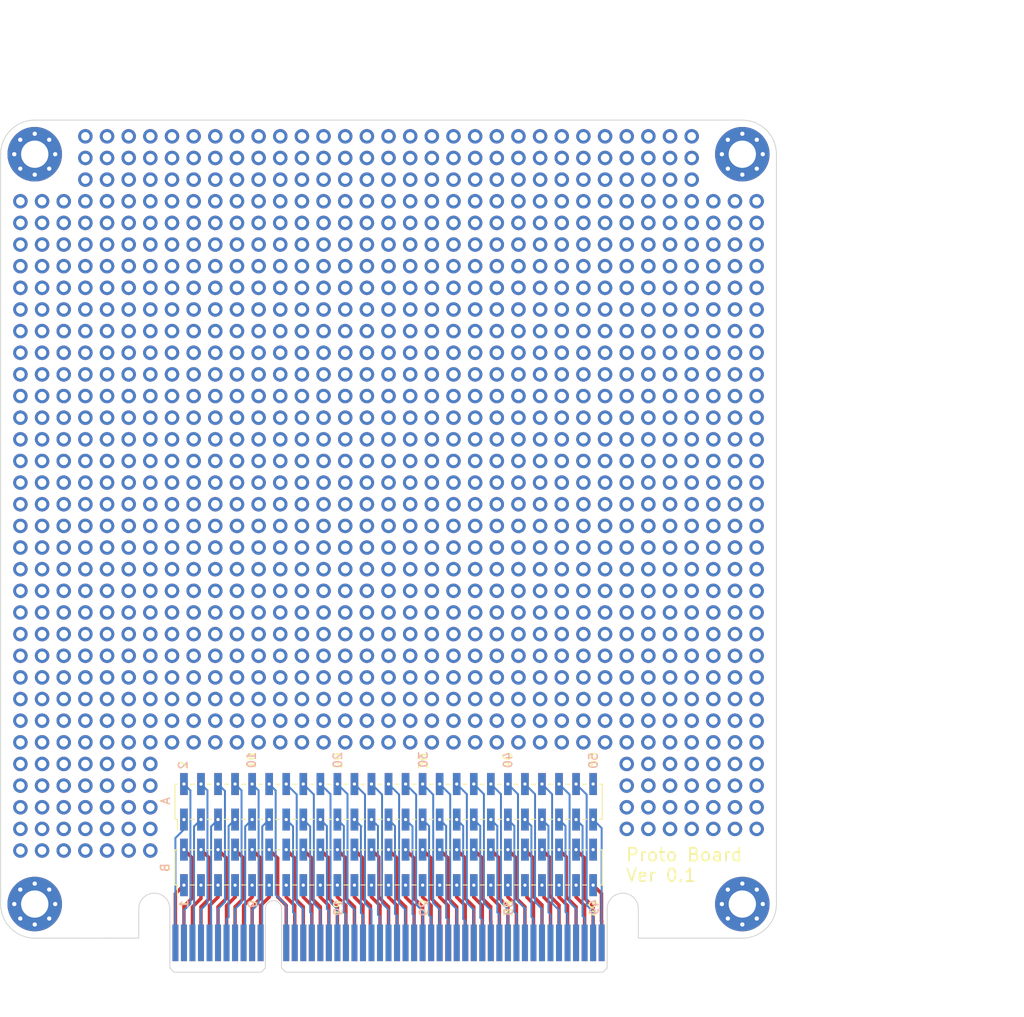
<source format=kicad_pcb>
(kicad_pcb (version 20221018) (generator pcbnew)
  (layers (0 "F.Cu" signal) (31 "B.Cu" signal) (34 "B.Paste" user) (35 "F.Paste" user) (36 "B.SilkS" user "B.Silkscreen") (37 "F.SilkS" user "F.Silkscreen") (38 "B.Mask" user) (39 "F.Mask" user) (44 "Edge.Cuts" user))
  (net 0 "")
  (net 1 "/A5")
  (net 2 "/A6")
  (net 3 "/A7")
  (net 4 "/A8")
  (net 5 "/A9")
  (net 6 "/A10")
  (net 7 "/A11")
  (net 8 "/A12")
  (net 9 "/A13")
  (net 10 "/A14")
  (net 11 "/A15")
  (net 12 "/A16")
  (net 13 "/A17")
  (net 14 "/A18")
  (net 15 "/A19")
  (net 16 "/A20")
  (net 17 "/A21")
  (net 18 "/A22")
  (net 19 "/A23")
  (net 20 "/A24")
  (net 21 "/A25")
  (net 22 "/A26")
  (net 23 "/A27")
  (net 24 "/A28")
  (net 25 "/A29")
  (net 26 "/A30")
  (net 27 "/A31")
  (net 28 "/A32")
  (net 29 "/A33")
  (net 30 "/A34")
  (net 31 "/A35")
  (net 32 "/A36")
  (net 33 "/A37")
  (net 34 "/A38")
  (net 35 "/A39")
  (net 36 "/A40")
  (net 37 "/A41")
  (net 38 "/A42")
  (net 39 "/A43")
  (net 40 "/A44")
  (net 41 "/A45")
  (net 42 "/A46")
  (net 43 "/A47")
  (net 44 "/A48")
  (net 45 "/A49")
  (net 46 "/B5")
  (net 47 "/B6")
  (net 48 "/B7")
  (net 49 "/B8")
  (net 50 "/B9")
  (net 51 "/B10")
  (net 52 "/B11")
  (net 53 "/B12")
  (net 54 "/B13")
  (net 55 "/B14")
  (net 56 "/B15")
  (net 57 "/B16")
  (net 58 "/B17")
  (net 59 "/B18")
  (net 60 "/B19")
  (net 61 "/B20")
  (net 62 "/B21")
  (net 63 "/B22")
  (net 64 "/B23")
  (net 65 "/B24")
  (net 66 "/B25")
  (net 67 "/B26")
  (net 68 "/B27")
  (net 69 "/B28")
  (net 70 "/B29")
  (net 71 "/B30")
  (net 72 "/B31")
  (net 73 "/B32")
  (net 74 "/B33")
  (net 75 "/B34")
  (net 76 "/B35")
  (net 77 "/B36")
  (net 78 "/B37")
  (net 79 "/B38")
  (net 80 "/B39")
  (net 81 "/B40")
  (net 82 "/B41")
  (net 83 "/B42")
  (net 84 "/B43")
  (net 85 "/B44")
  (net 86 "/B45")
  (net 87 "/B46")
  (net 88 "/B47")
  (net 89 "/B48")
  (net 90 "/B49")
  (net 91 "/A1")
  (net 92 "/A2")
  (net 93 "/A3")
  (net 94 "/A4")
  (net 95 "/B1")
  (net 96 "/B2")
  (net 97 "/B3")
  (net 98 "/B4")
  (footprint "proto_board:pad" (layer "F.Cu") (at 26.2 -70.16)
    (fp_text reference "REF**" hide)
    (fp_text value "pad" hide)
  )
  (footprint "proto_board:pad" (layer "F.Cu") (at 23.66 -72.7)
    (fp_text reference "REF**" hide)
    (fp_text value "pad" hide)
  )
  (footprint "proto_board:pad" (layer "F.Cu") (at -19.52 -37.14)
    (fp_text reference "REF**" hide)
    (fp_text value "pad" hide)
  )
  (footprint "proto_board:pad" (layer "F.Cu") (at -19.52 -80.32)
    (fp_text reference "REF**" hide)
    (fp_text value "pad" hide)
  )
  (footprint "proto_board:pad" (layer "F.Cu") (at 13.5 -87.94)
    (fp_text reference "REF**" hide)
    (fp_text value "pad" hide)
  )
  (footprint "proto_board:pad" (layer "F.Cu") (at 36.36 -37.14)
    (fp_text reference "REF**" hide)
    (fp_text value "pad" hide)
  )
  (footprint "proto_board:pad" (layer "F.Cu") (at 49.06 -70.16)
    (fp_text reference "REF**" hide)
    (fp_text value "pad" hide)
  )
  (footprint "proto_board:pad" (layer "F.Cu") (at 10.96 -93.02)
    (fp_text reference "REF**" hide)
    (fp_text value "pad" hide)
  )
  (footprint "proto_board:pad" (layer "F.Cu") (at -6.82 -52.38)
    (fp_text reference "REF**" hide)
    (fp_text value "pad" hide)
  )
  (footprint "proto_board:pad" (layer "F.Cu") (at -14.44 -24.44)
    (fp_text reference "REF**" hide)
    (fp_text value "pad" hide)
  )
  (footprint "proto_board:pad" (layer "F.Cu") (at -29.68 -65.08)
    (fp_text reference "REF**" hide)
    (fp_text value "pad" hide)
  )
  (footprint "proto_board:pad" (layer "F.Cu") (at -27.14 -77.78)
    (fp_text reference "REF**" hide)
    (fp_text value "pad" hide)
  )
  (footprint "proto_board:pad" (layer "F.Cu") (at 8.42 -75.24)
    (fp_text reference "REF**" hide)
    (fp_text value "pad" hide)
  )
  (footprint "proto_board:pad" (layer "F.Cu") (at -11.9 -34.6)
    (fp_text reference "REF**" hide)
    (fp_text value "pad" hide)
  )
  (footprint "proto_board:pad" (layer "F.Cu") (at 18.58 -72.7)
    (fp_text reference "REF**" hide)
    (fp_text value "pad" hide)
  )
  (footprint "proto_board:pad" (layer "F.Cu") (at 23.66 -85.4)
    (fp_text reference "REF**" hide)
    (fp_text value "pad" hide)
  )
  (footprint "proto_board:pad" (layer "F.Cu") (at 5.88 -65.08)
    (fp_text reference "REF**" hide)
    (fp_text value "pad" hide)
  )
  (footprint "proto_board:pad" (layer "F.Cu") (at 49.06 -16.82)
    (fp_text reference "REF**" hide)
    (fp_text value "pad" hide)
  )
  (footprint "proto_board:pad" (layer "F.Cu") (at -14.44 -54.92)
    (fp_text reference "REF**" hide)
    (fp_text value "pad" hide)
  )
  (footprint "proto_board:pad" (layer "F.Cu") (at 51.6 -39.68)
    (fp_text reference "REF**" hide)
    (fp_text value "pad" hide)
  )
  (footprint "proto_board:pad" (layer "F.Cu") (at -14.44 -85.4)
    (fp_text reference "REF**" hide)
    (fp_text value "pad" hide)
  )
  (footprint "proto_board:pad" (layer "F.Cu") (at 28.74 -93.02)
    (fp_text reference "REF**" hide)
    (fp_text value "pad" hide)
  )
  (footprint "proto_board:pad" (layer "F.Cu") (at 3.34 -80.32)
    (fp_text reference "REF**" hide)
    (fp_text value "pad" hide)
  )
  (footprint "proto_board:pad" (layer "F.Cu") (at 51.6 -37.14)
    (fp_text reference "REF**" hide)
    (fp_text value "pad" hide)
  )
  (footprint "proto_board:pad" (layer "F.Cu") (at 31.28 -49.84)
    (fp_text reference "REF**" hide)
    (fp_text value "pad" hide)
  )
  (footprint "proto_board:pad" (layer "F.Cu") (at 10.96 -98.1)
    (fp_text reference "REF**" hide)
    (fp_text value "pad" hide)
  )
  (footprint "proto_board:pad" (layer "F.Cu") (at -1.74 -85.4)
    (fp_text reference "REF**" hide)
    (fp_text value "pad" hide)
  )
  (footprint "proto_board:pad" (layer "F.Cu") (at 28.74 -95.56)
    (fp_text reference "REF**" hide)
    (fp_text value "pad" hide)
  )
  (footprint "proto_board:pad" (layer "F.Cu") (at 51.6 -62.54)
    (fp_text reference "REF**" hide)
    (fp_text value "pad" hide)
  )
  (footprint "proto_board:pad" (layer "F.Cu") (at 10.96 -39.68)
    (fp_text reference "REF**" hide)
    (fp_text value "pad" hide)
  )
  (footprint "proto_board:pad" (layer "F.Cu") (at 43.98 -19.36)
    (fp_text reference "REF**" hide)
    (fp_text value "pad" hide)
  )
  (footprint "proto_board:pad" (layer "F.Cu") (at 46.52 -34.6)
    (fp_text reference "REF**" hide)
    (fp_text value "pad" hide)
  )
  (footprint "proto_board:pad" (layer "F.Cu") (at 3.34 -49.84)
    (fp_text reference "REF**" hide)
    (fp_text value "pad" hide)
  )
  (footprint "proto_board:pad" (layer "F.Cu") (at -24.6 -14.28)
    (fp_text reference "REF**" hide)
    (fp_text value "pad" hide)
  )
  (footprint "proto_board:pad" (layer "F.Cu") (at 21.12 -67.62)
    (fp_text reference "REF**" hide)
    (fp_text value "pad" hide)
  )
  (footprint "proto_board:pad" (layer "F.Cu") (at -14.44 -87.94)
    (fp_text reference "REF**" hide)
    (fp_text value "pad" hide)
  )
  (footprint "proto_board:pad" (layer "F.Cu") (at 13.5 -44.76)
    (fp_text reference "REF**" hide)
    (fp_text value "pad" hide)
  )
  (footprint "proto_board:pad" (layer "F.Cu") (at 54.14 -37.14)
    (fp_text reference "REF**" hide)
    (fp_text value "pad" hide)
  )
  (footprint "proto_board:pad" (layer "F.Cu") (at -27.14 -49.84)
    (fp_text reference "REF**" hide)
    (fp_text value "pad" hide)
  )
  (footprint "proto_board:pad" (layer "F.Cu") (at 46.52 -90.48)
    (fp_text reference "REF**" hide)
    (fp_text value "pad" hide)
  )
  (footprint "proto_board:pad" (layer "F.Cu") (at 26.2 -54.92)
    (fp_text reference "REF**" hide)
    (fp_text value "pad" hide)
  )
  (footprint "proto_board:pad" (layer "F.Cu") (at 26.2 -29.52)
    (fp_text reference "REF**" hide)
    (fp_text value "pad" hide)
  )
  (footprint "proto_board:pad" (layer "F.Cu") (at -11.9 -75.24)
    (fp_text reference "REF**" hide)
    (fp_text value "pad" hide)
  )
  (footprint "proto_board:pad" (layer "F.Cu") (at -6.82 -62.54)
    (fp_text reference "REF**" hide)
    (fp_text value "pad" hide)
  )
  (footprint "proto_board:pad" (layer "F.Cu") (at 23.66 -26.98)
    (fp_text reference "REF**" hide)
    (fp_text value "pad" hide)
  )
  (footprint "proto_board:pad" (layer "F.Cu") (at -29.68 -49.84)
    (fp_text reference "REF**" hide)
    (fp_text value "pad" hide)
  )
  (footprint "proto_board:pad" (layer "F.Cu") (at -14.44 -21.9)
    (fp_text reference "REF**" hide)
    (fp_text value "pad" hide)
  )
  (footprint "proto_board:pad" (layer "F.Cu") (at -14.44 -19.36)
    (fp_text reference "REF**" hide)
    (fp_text value "pad" hide)
  )
  (footprint "proto_board:pad" (layer "F.Cu") (at -16.98 -93.02)
    (fp_text reference "REF**" hide)
    (fp_text value "pad" hide)
  )
  (footprint "proto_board:pad" (layer "F.Cu") (at -22.06 -62.54)
    (fp_text reference "REF**" hide)
    (fp_text value "pad" hide)
  )
  (footprint "proto_board:pad" (layer "F.Cu") (at 26.2 -80.32)
    (fp_text reference "REF**" hide)
    (fp_text value "pad" hide)
  )
  (footprint "proto_board:pad" (layer "F.Cu") (at 16.04 -98.1)
    (fp_text reference "REF**" hide)
    (fp_text value "pad" hide)
  )
  (footprint "proto_board:pad" (layer "F.Cu") (at 36.36 -72.7)
    (fp_text reference "REF**" hide)
    (fp_text value "pad" hide)
  )
  (footprint "proto_board:pad" (layer "F.Cu") (at -19.52 -42.22)
    (fp_text reference "REF**" hide)
    (fp_text value "pad" hide)
  )
  (footprint "proto_board:pad" (layer "F.Cu") (at -22.06 -90.48)
    (fp_text reference "REF**" hide)
    (fp_text value "pad" hide)
  )
  (footprint "proto_board:pad" (layer "F.Cu") (at 38.9 -72.7)
    (fp_text reference "REF**" hide)
    (fp_text value "pad" hide)
  )
  (footprint "proto_board:pad" (layer "F.Cu") (at -24.6 -44.76)
    (fp_text reference "REF**" hide)
    (fp_text value "pad" hide)
  )
  (footprint "proto_board:pad" (layer "F.Cu") (at -11.9 -87.94)
    (fp_text reference "REF**" hide)
    (fp_text value "pad" hide)
  )
  (footprint "proto_board:pad" (layer "F.Cu") (at -6.82 -95.56)
    (fp_text reference "REF**" hide)
    (fp_text value "pad" hide)
  )
  (footprint "proto_board:pad" (layer "F.Cu") (at -22.06 -54.92)
    (fp_text reference "REF**" hide)
    (fp_text value "pad" hide)
  )
  (footprint "proto_board:pad" (layer "F.Cu") (at -19.52 -77.78)
    (fp_text reference "REF**" hide)
    (fp_text value "pad" hide)
  )
  (footprint "proto_board:pad" (layer "F.Cu") (at -4.28 -44.76)
    (fp_text reference "REF**" hide)
    (fp_text value "pad" hide)
  )
  (footprint "proto_board:pad" (layer "F.Cu") (at 16.04 -85.4)
    (fp_text reference "REF**" hide)
    (fp_text value "pad" hide)
  )
  (footprint "proto_board:pad" (layer "F.Cu") (at -14.44 -70.16)
    (fp_text reference "REF**" hide)
    (fp_text value "pad" hide)
  )
  (footprint "proto_board:pad" (layer "F.Cu") (at 41.44 -72.7)
    (fp_text reference "REF**" hide)
    (fp_text value "pad" hide)
  )
  (footprint "proto_board:pad" (layer "F.Cu") (at 10.96 -62.54)
    (fp_text reference "REF**" hide)
    (fp_text value "pad" hide)
  )
  (footprint "proto_board:pad" (layer "F.Cu") (at 23.66 -49.84)
    (fp_text reference "REF**" hide)
    (fp_text value "pad" hide)
  )
  (footprint "proto_board:pad" (layer "F.Cu") (at 0.8 -26.98)
    (fp_text reference "REF**" hide)
    (fp_text value "pad" hide)
  )
  (footprint "proto_board:pad" (layer "F.Cu") (at 23.66 -75.24)
    (fp_text reference "REF**" hide)
    (fp_text value "pad" hide)
  )
  (footprint "proto_board:pad" (layer "F.Cu") (at 36.36 -85.4)
    (fp_text reference "REF**" hide)
    (fp_text value "pad" hide)
  )
  (footprint "proto_board:pad" (layer "F.Cu") (at 49.06 -49.84)
    (fp_text reference "REF**" hide)
    (fp_text value "pad" hide)
  )
  (footprint "proto_board:pad" (layer "F.Cu") (at 21.12 -62.54)
    (fp_text reference "REF**" hide)
    (fp_text value "pad" hide)
  )
  (footprint "proto_board:pad" (layer "F.Cu") (at 28.74 -80.32)
    (fp_text reference "REF**" hide)
    (fp_text value "pad" hide)
  )
  (footprint "proto_board:pad" (layer "F.Cu") (at 36.36 -93.02)
    (fp_text reference "REF**" hide)
    (fp_text value "pad" hide)
  )
  (footprint "proto_board:pad" (layer "F.Cu") (at -16.98 -19.36)
    (fp_text reference "REF**" hide)
    (fp_text value "pad" hide)
  )
  (footprint "proto_board:pad" (layer "F.Cu") (at 49.06 -44.76)
    (fp_text reference "REF**" hide)
    (fp_text value "pad" hide)
  )
  (footprint "proto_board:pad" (layer "F.Cu") (at 16.04 -47.3)
    (fp_text reference "REF**" hide)
    (fp_text value "pad" hide)
  )
  (footprint "proto_board:pad" (layer "F.Cu") (at 36.36 -70.16)
    (fp_text reference "REF**" hide)
    (fp_text value "pad" hide)
  )
  (footprint "proto_board:pad" (layer "F.Cu") (at 41.44 -62.54)
    (fp_text reference "REF**" hide)
    (fp_text value "pad" hide)
  )
  (footprint "proto_board:pad" (layer "F.Cu") (at 51.6 -67.62)
    (fp_text reference "REF**" hide)
    (fp_text value "pad" hide)
  )
  (footprint "proto_board:pad" (layer "F.Cu") (at -11.9 -93.02)
    (fp_text reference "REF**" hide)
    (fp_text value "pad" hide)
  )
  (footprint "proto_board:pad" (layer "F.Cu") (at 26.2 -32.06)
    (fp_text reference "REF**" hide)
    (fp_text value "pad" hide)
  )
  (footprint "proto_board:pad" (layer "F.Cu") (at 16.04 -44.76)
    (fp_text reference "REF**" hide)
    (fp_text value "pad" hide)
  )
  (footprint "proto_board:pad" (layer "F.Cu") (at -14.44 -77.78)
    (fp_text reference "REF**" hide)
    (fp_text value "pad" hide)
  )
  (footprint "proto_board:pad" (layer "F.Cu") (at -29.68 -37.14)
    (fp_text reference "REF**" hide)
    (fp_text value "pad" hide)
  )
  (footprint "proto_board:pad" (layer "F.Cu") (at -11.9 -29.52)
    (fp_text reference "REF**" hide)
    (fp_text value "pad" hide)
  )
  (footprint "proto_board:pad" (layer "F.Cu") (at -22.06 -37.14)
    (fp_text reference "REF**" hide)
    (fp_text value "pad" hide)
  )
  (footprint "proto_board:pad" (layer "F.Cu") (at 8.42 -67.62)
    (fp_text reference "REF**" hide)
    (fp_text value "pad" hide)
  )
  (footprint "proto_board:pad" (layer "F.Cu") (at 51.6 -57.46)
    (fp_text reference "REF**" hide)
    (fp_text value "pad" hide)
  )
  (footprint "proto_board:pad" (layer "F.Cu") (at 41.44 -85.4)
    (fp_text reference "REF**" hide)
    (fp_text value "pad" hide)
  )
  (footprint "proto_board:pad" (layer "F.Cu") (at -6.82 -34.6)
    (fp_text reference "REF**" hide)
    (fp_text value "pad" hide)
  )
  (footprint "proto_board:pad" (layer "F.Cu") (at 18.58 -82.86)
    (fp_text reference "REF**" hide)
    (fp_text value "pad" hide)
  )
  (footprint "proto_board:pad" (layer "F.Cu") (at 36.36 -39.68)
    (fp_text reference "REF**" hide)
    (fp_text value "pad" hide)
  )
  (footprint "proto_board:pad" (layer "F.Cu") (at -19.52 -93.02)
    (fp_text reference "REF**" hide)
    (fp_text value "pad" hide)
  )
  (footprint "proto_board:pad" (layer "F.Cu") (at -19.52 -90.48)
    (fp_text reference "REF**" hide)
    (fp_text value "pad" hide)
  )
  (footprint "proto_board:pad" (layer "F.Cu") (at -11.9 -90.48)
    (fp_text reference "REF**" hide)
    (fp_text value "pad" hide)
  )
  (footprint "proto_board:pad" (layer "F.Cu") (at -22.06 -67.62)
    (fp_text reference "REF**" hide)
    (fp_text value "pad" hide)
  )
  (footprint "proto_board:pad" (layer "F.Cu") (at -16.98 -77.78)
    (fp_text reference "REF**" hide)
    (fp_text value "pad" hide)
  )
  (footprint "proto_board:pad" (layer "F.Cu") (at 41.44 -26.98)
    (fp_text reference "REF**" hide)
    (fp_text value "pad" hide)
  )
  (footprint "proto_board:pad" (layer "F.Cu") (at 51.6 -47.3)
    (fp_text reference "REF**" hide)
    (fp_text value "pad" hide)
  )
  (footprint "proto_board:pad" (layer "F.Cu") (at 21.12 -57.46)
    (fp_text reference "REF**" hide)
    (fp_text value "pad" hide)
  )
  (footprint "proto_board:pad" (layer "F.Cu") (at 54.14 -54.92)
    (fp_text reference "REF**" hide)
    (fp_text value "pad" hide)
  )
  (footprint "proto_board:pad" (layer "F.Cu") (at -9.36 -37.14)
    (fp_text reference "REF**" hide)
    (fp_text value "pad" hide)
  )
  (footprint "proto_board:pad" (layer "F.Cu") (at 41.44 -67.62)
    (fp_text reference "REF**" hide)
    (fp_text value "pad" hide)
  )
  (footprint "proto_board:pad" (layer "F.Cu") (at -24.6 -87.94)
    (fp_text reference "REF**" hide)
    (fp_text value "pad" hide)
  )
  (footprint "proto_board:pad" (layer "F.Cu") (at -19.52 -82.86)
    (fp_text reference "REF**" hide)
    (fp_text value "pad" hide)
  )
  (footprint "proto_board:pad" (layer "F.Cu") (at 38.9 -52.38)
    (fp_text reference "REF**" hide)
    (fp_text value "pad" hide)
  )
  (footprint "proto_board:pad" (layer "F.Cu") (at -4.28 -34.6)
    (fp_text reference "REF**" hide)
    (fp_text value "pad" hide)
  )
  (footprint "proto_board:pad" (layer "F.Cu") (at 13.5 -72.7)
    (fp_text reference "REF**" hide)
    (fp_text value "pad" hide)
  )
  (footprint "proto_board:pad" (layer "F.Cu") (at 21.12 -75.24)
    (fp_text reference "REF**" hide)
    (fp_text value "pad" hide)
  )
  (footprint "proto_board:pad" (layer "F.Cu") (at 31.28 -72.7)
    (fp_text reference "REF**" hide)
    (fp_text value "pad" hide)
  )
  (footprint "proto_board:pad" (layer "F.Cu") (at 46.52 -82.86)
    (fp_text reference "REF**" hide)
    (fp_text value "pad" hide)
  )
  (footprint "proto_board:pad" (layer "F.Cu") (at -27.14 -72.7)
    (fp_text reference "REF**" hide)
    (fp_text value "pad" hide)
  )
  (footprint "proto_board:pad" (layer "F.Cu") (at 41.44 -44.76)
    (fp_text reference "REF**" hide)
    (fp_text value "pad" hide)
  )
  (footprint "proto_board:pad" (layer "F.Cu") (at 56.68 -82.86)
    (fp_text reference "REF**" hide)
    (fp_text value "pad" hide)
  )
  (footprint "proto_board:pad" (layer "F.Cu") (at 38.9 -32.06)
    (fp_text reference "REF**" hide)
    (fp_text value "pad" hide)
  )
  (footprint "proto_board:pad" (layer "F.Cu") (at -9.36 -42.22)
    (fp_text reference "REF**" hide)
    (fp_text value "pad" hide)
  )
  (footprint "proto_board:pad" (layer "F.Cu") (at 10.96 -82.86)
    (fp_text reference "REF**" hide)
    (fp_text value "pad" hide)
  )
  (footprint "proto_board:pad" (layer "F.Cu") (at -24.6 -67.62)
    (fp_text reference "REF**" hide)
    (fp_text value "pad" hide)
  )
  (footprint "proto_board:pad" (layer "F.Cu") (at -11.9 -49.84)
    (fp_text reference "REF**" hide)
    (fp_text value "pad" hide)
  )
  (footprint "proto_board:pad" (layer "F.Cu") (at -22.06 -57.46)
    (fp_text reference "REF**" hide)
    (fp_text value "pad" hide)
  )
  (footprint "proto_board:pad" (layer "F.Cu") (at -29.68 -52.38)
    (fp_text reference "REF**" hide)
    (fp_text value "pad" hide)
  )
  (footprint "proto_board:pad" (layer "F.Cu") (at -14.44 -90.48)
    (fp_text reference "REF**" hide)
    (fp_text value "pad" hide)
  )
  (footprint "proto_board:pad" (layer "F.Cu") (at 51.6 -80.32)
    (fp_text reference "REF**" hide)
    (fp_text value "pad" hide)
  )
  (footprint "proto_board:pad" (layer "F.Cu") (at 16.04 -39.68)
    (fp_text reference "REF**" hide)
    (fp_text value "pad" hide)
  )
  (footprint "proto_board:pad" (layer "F.Cu") (at 54.14 -49.84)
    (fp_text reference "REF**" hide)
    (fp_text value "pad" hide)
  )
  (footprint "proto_board:pad" (layer "F.Cu") (at 31.28 -62.54)
    (fp_text reference "REF**" hide)
    (fp_text value "pad" hide)
  )
  (footprint "proto_board:pad" (layer "F.Cu") (at 38.9 -37.14)
    (fp_text reference "REF**" hide)
    (fp_text value "pad" hide)
  )
  (footprint "proto_board:pad" (layer "F.Cu") (at -6.82 -39.68)
    (fp_text reference "REF**" hide)
    (fp_text value "pad" hide)
  )
  (footprint "proto_board:pad" (layer "F.Cu") (at 46.52 -95.56)
    (fp_text reference "REF**" hide)
    (fp_text value "pad" hide)
  )
  (footprint "proto_board:pad" (layer "F.Cu") (at 23.66 -62.54)
    (fp_text reference "REF**" hide)
    (fp_text value "pad" hide)
  )
  (footprint "proto_board:pad" (layer "F.Cu") (at 5.88 -49.84)
    (fp_text reference "REF**" hide)
    (fp_text value "pad" hide)
  )
  (footprint "proto_board:pad" (layer "F.Cu") (at 13.5 -98.1)
    (fp_text reference "REF**" hide)
    (fp_text value "pad" hide)
  )
  (footprint "proto_board:pad" (layer "F.Cu") (at 0.8 -90.48)
    (fp_text reference "REF**" hide)
    (fp_text value "pad" hide)
  )
  (footprint "proto_board:pad" (layer "F.Cu") (at 5.88 -75.24)
    (fp_text reference "REF**" hide)
    (fp_text value "pad" hide)
  )
  (footprint "proto_board:pad" (layer "F.Cu") (at -19.52 -39.68)
    (fp_text reference "REF**" hide)
    (fp_text value "pad" hide)
  )
  (footprint "proto_board:pad" (layer "F.Cu") (at -1.74 -57.46)
    (fp_text reference "REF**" hide)
    (fp_text value "pad" hide)
  )
  (footprint "proto_board:pad" (layer "F.Cu") (at 49.06 -93.02)
    (fp_text reference "REF**" hide)
    (fp_text value "pad" hide)
  )
  (footprint "proto_board:pad" (layer "F.Cu") (at -19.52 -16.82)
    (fp_text reference "REF**" hide)
    (fp_text value "pad" hide)
  )
  (footprint "proto_board:pad" (layer "F.Cu") (at -6.82 -26.98)
    (fp_text reference "REF**" hide)
    (fp_text value "pad" hide)
  )
  (footprint "proto_board:pad" (layer "F.Cu") (at -6.82 -80.32)
    (fp_text reference "REF**" hide)
    (fp_text value "pad" hide)
  )
  (footprint "proto_board:pad" (layer "F.Cu") (at 36.36 -49.84)
    (fp_text reference "REF**" hide)
    (fp_text value "pad" hide)
  )
  (footprint "proto_board:pad" (layer "F.Cu") (at 23.66 -70.16)
    (fp_text reference "REF**" hide)
    (fp_text value "pad" hide)
  )
  (footprint "proto_board:pad" (layer "F.Cu") (at -11.9 -85.4)
    (fp_text reference "REF**" hide)
    (fp_text value "pad" hide)
  )
  (footprint "proto_board:pad" (layer "F.Cu") (at -16.98 -87.94)
    (fp_text reference "REF**" hide)
    (fp_text value "pad" hide)
  )
  (footprint "proto_board:pad" (layer "F.Cu") (at -9.36 -44.76)
    (fp_text reference "REF**" hide)
    (fp_text value "pad" hide)
  )
  (footprint "proto_board:pad" (layer "F.Cu") (at 49.06 -72.7)
    (fp_text reference "REF**" hide)
    (fp_text value "pad" hide)
  )
  (footprint "proto_board:pad" (layer "F.Cu") (at 41.44 -82.86)
    (fp_text reference "REF**" hide)
    (fp_text value "pad" hide)
  )
  (footprint "proto_board:pad" (layer "F.Cu") (at 21.12 -72.7)
    (fp_text reference "REF**" hide)
    (fp_text value "pad" hide)
  )
  (footprint "proto_board:pad" (layer "F.Cu") (at -22.06 -98.1)
    (fp_text reference "REF**" hide)
    (fp_text value "pad" hide)
  )
  (footprint "proto_board:pad" (layer "F.Cu") (at 23.66 -65.08)
    (fp_text reference "REF**" hide)
    (fp_text value "pad" hide)
  )
  (footprint "proto_board:pad" (layer "F.Cu") (at -16.98 -26.98)
    (fp_text reference "REF**" hide)
    (fp_text value "pad" hide)
  )
  (footprint "proto_board:pad" (layer "F.Cu") (at -24.6 -26.98)
    (fp_text reference "REF**" hide)
    (fp_text value "pad" hide)
  )
  (footprint "proto_board:pad" (layer "F.Cu") (at 41.44 -29.52)
    (fp_text reference "REF**" hide)
    (fp_text value "pad" hide)
  )
  (footprint "proto_board:pad" (layer "F.Cu") (at 49.06 -19.36)
    (fp_text reference "REF**" hide)
    (fp_text value "pad" hide)
  )
  (footprint "proto_board:pad" (layer "F.Cu") (at -29.68 -44.76)
    (fp_text reference "REF**" hide)
    (fp_text value "pad" hide)
  )
  (footprint "proto_board:pad" (layer "F.Cu") (at -9.36 -85.4)
    (fp_text reference "REF**" hide)
    (fp_text value "pad" hide)
  )
  (footprint "proto_board:pad" (layer "F.Cu") (at -9.36 -72.7)
    (fp_text reference "REF**" hide)
    (fp_text value "pad" hide)
  )
  (footprint "proto_board:pad" (layer "F.Cu") (at 26.2 -60)
    (fp_text reference "REF**" hide)
    (fp_text value "pad" hide)
  )
  (footprint "proto_board:pad" (layer "F.Cu") (at 18.58 -37.14)
    (fp_text reference "REF**" hide)
    (fp_text value "pad" hide)
  )
  (footprint "proto_board:pad" (layer "F.Cu") (at 33.82 -90.48)
    (fp_text reference "REF**" hide)
    (fp_text value "pad" hide)
  )
  (footprint "proto_board:pad" (layer "F.Cu") (at -1.74 -77.78)
    (fp_text reference "REF**" hide)
    (fp_text value "pad" hide)
  )
  (footprint "proto_board:pad" (layer "F.Cu") (at 46.52 -49.84)
    (fp_text reference "REF**" hide)
    (fp_text value "pad" hide)
  )
  (footprint "proto_board:pad" (layer "F.Cu") (at 54.14 -62.54)
    (fp_text reference "REF**" hide)
    (fp_text value "pad" hide)
  )
  (footprint "proto_board:pad" (layer "F.Cu") (at 49.06 -34.6)
    (fp_text reference "REF**" hide)
    (fp_text value "pad" hide)
  )
  (footprint "proto_board:pad" (layer "F.Cu") (at 3.34 -32.06)
    (fp_text reference "REF**" hide)
    (fp_text value "pad" hide)
  )
  (footprint "proto_board:pad" (layer "F.Cu") (at 3.34 -87.94)
    (fp_text reference "REF**" hide)
    (fp_text value "pad" hide)
  )
  (footprint "proto_board:pad" (layer "F.Cu") (at 46.52 -62.54)
    (fp_text reference "REF**" hide)
    (fp_text value "pad" hide)
  )
  (footprint "proto_board:pad" (layer "F.Cu") (at -1.74 -52.38)
    (fp_text reference "REF**" hide)
    (fp_text value "pad" hide)
  )
  (footprint "proto_board:pad" (layer "F.Cu") (at 41.44 -49.84)
    (fp_text reference "REF**" hide)
    (fp_text value "pad" hide)
  )
  (footprint "proto_board:pad" (layer "F.Cu") (at 5.88 -29.52)
    (fp_text reference "REF**" hide)
    (fp_text value "pad" hide)
  )
  (footprint "proto_board:pad" (layer "F.Cu") (at -11.9 -60)
    (fp_text reference "REF**" hide)
    (fp_text value "pad" hide)
  )
  (footprint "proto_board:pad" (layer "F.Cu") (at -16.98 -42.22)
    (fp_text reference "REF**" hide)
    (fp_text value "pad" hide)
  )
  (footprint "proto_board:pad" (layer "F.Cu") (at 8.42 -70.16)
    (fp_text reference "REF**" hide)
    (fp_text value "pad" hide)
  )
  (footprint "proto_board:pad" (layer "F.Cu") (at 49.06 -54.92)
    (fp_text reference "REF**" hide)
    (fp_text value "pad" hide)
  )
  (footprint "proto_board:pad" (layer "F.Cu") (at 28.74 -44.76)
    (fp_text reference "REF**" hide)
    (fp_text value "pad" hide)
  )
  (footprint "proto_board:pad" (layer "F.Cu") (at -22.06 -24.44)
    (fp_text reference "REF**" hide)
    (fp_text value "pad" hide)
  )
  (footprint "proto_board:pad" (layer "F.Cu") (at 26.2 -37.14)
    (fp_text reference "REF**" hide)
    (fp_text value "pad" hide)
  )
  (footprint "proto_board:pad" (layer "F.Cu") (at 0.8 -67.62)
    (fp_text reference "REF**" hide)
    (fp_text value "pad" hide)
  )
  (footprint "proto_board:pad" (layer "F.Cu") (at 26.2 -72.7)
    (fp_text reference "REF**" hide)
    (fp_text value "pad" hide)
  )
  (footprint "proto_board:pad" (layer "F.Cu") (at 49.06 -95.56)
    (fp_text reference "REF**" hide)
    (fp_text value "pad" hide)
  )
  (footprint "proto_board:pad" (layer "F.Cu") (at 33.82 -44.76)
    (fp_text reference "REF**" hide)
    (fp_text value "pad" hide)
  )
  (footprint "proto_board:pad" (layer "F.Cu") (at 16.04 -42.22)
    (fp_text reference "REF**" hide)
    (fp_text value "pad" hide)
  )
  (footprint "proto_board:pad" (layer "F.Cu") (at 54.14 -44.76)
    (fp_text reference "REF**" hide)
    (fp_text value "pad" hide)
  )
  (footprint "proto_board:pad" (layer "F.Cu") (at 26.2 -49.84)
    (fp_text reference "REF**" hide)
    (fp_text value "pad" hide)
  )
  (footprint "proto_board:pad" (layer "F.Cu") (at 54.14 -34.6)
    (fp_text reference "REF**" hide)
    (fp_text value "pad" hide)
  )
  (footprint "proto_board:pad" (layer "F.Cu") (at -11.9 -44.76)
    (fp_text reference "REF**" hide)
    (fp_text value "pad" hide)
  )
  (footprint "proto_board:pad" (layer "F.Cu") (at 8.42 -47.3)
    (fp_text reference "REF**" hide)
    (fp_text value "pad" hide)
  )
  (footprint "proto_board:pad" (layer "F.Cu") (at -22.06 -16.82)
    (fp_text reference "REF**" hide)
    (fp_text value "pad" hide)
  )
  (footprint "proto_board:pad" (layer "F.Cu") (at -4.28 -37.14)
    (fp_text reference "REF**" hide)
    (fp_text value "pad" hide)
  )
  (footprint "proto_board:pad" (layer "F.Cu") (at 13.5 -77.78)
    (fp_text reference "REF**" hide)
    (fp_text value "pad" hide)
  )
  (footprint "proto_board:pad" (layer "F.Cu") (at 43.98 -93.02)
    (fp_text reference "REF**" hide)
    (fp_text value "pad" hide)
  )
  (footprint "proto_board:pad" (layer "F.Cu") (at -4.28 -52.38)
    (fp_text reference "REF**" hide)
    (fp_text value "pad" hide)
  )
  (footprint "proto_board:pad" (layer "F.Cu") (at -4.28 -62.54)
    (fp_text reference "REF**" hide)
    (fp_text value "pad" hide)
  )
  (footprint "proto_board:pad" (layer "F.Cu") (at 16.04 -93.02)
    (fp_text reference "REF**" hide)
    (fp_text value "pad" hide)
  )
  (footprint "proto_board:pad" (layer "F.Cu") (at -29.68 -14.28)
    (fp_text reference "REF**" hide)
    (fp_text value "pad" hide)
  )
  (footprint "proto_board:pad" (layer "F.Cu") (at 13.5 -26.98)
    (fp_text reference "REF**" hide)
    (fp_text value "pad" hide)
  )
  (footprint "proto_board:pad" (layer "F.Cu") (at -27.14 -57.46)
    (fp_text reference "REF**" hide)
    (fp_text value "pad" hide)
  )
  (footprint "proto_board:pad" (layer "F.Cu") (at -1.74 -42.22)
    (fp_text reference "REF**" hide)
    (fp_text value "pad" hide)
  )
  (footprint "proto_board:pad" (layer "F.Cu") (at -22.06 -26.98)
    (fp_text reference "REF**" hide)
    (fp_text value "pad" hide)
  )
  (footprint "proto_board:pad" (layer "F.Cu") (at 36.36 -42.22)
    (fp_text reference "REF**" hide)
    (fp_text value "pad" hide)
  )
  (footprint "proto_board:pad" (layer "F.Cu") (at 49.06 -47.3)
    (fp_text reference "REF**" hide)
    (fp_text value "pad" hide)
  )
  (footprint "proto_board:pad" (layer "F.Cu") (at -14.44 -80.32)
    (fp_text reference "REF**" hide)
    (fp_text value "pad" hide)
  )
  (footprint "proto_board:pad" (layer "F.Cu") (at -9.36 -32.06)
    (fp_text reference "REF**" hide)
    (fp_text value "pad" hide)
  )
  (footprint "proto_board:pad" (layer "F.Cu") (at -14.44 -32.06)
    (fp_text reference "REF**" hide)
    (fp_text value "pad" hide)
  )
  (footprint "proto_board:pad" (layer "F.Cu") (at 43.98 -44.76)
    (fp_text reference "REF**" hide)
    (fp_text value "pad" hide)
  )
  (footprint "proto_board:pad" (layer "F.Cu") (at -6.82 -32.06)
    (fp_text reference "REF**" hide)
    (fp_text value "pad" hide)
  )
  (footprint "proto_board:pad" (layer "F.Cu") (at 38.9 -26.98)
    (fp_text reference "REF**" hide)
    (fp_text value "pad" hide)
  )
  (footprint "proto_board:pad" (layer "F.Cu") (at -9.36 -52.38)
    (fp_text reference "REF**" hide)
    (fp_text value "pad" hide)
  )
  (footprint "proto_board:pad" (layer "F.Cu") (at 10.96 -87.94)
    (fp_text reference "REF**" hide)
    (fp_text value "pad" hide)
  )
  (footprint "proto_board:pad" (layer "F.Cu") (at -24.6 -42.22)
    (fp_text reference "REF**" hide)
    (fp_text value "pad" hide)
  )
  (footprint "proto_board:pad" (layer "F.Cu") (at 18.58 -54.92)
    (fp_text reference "REF**" hide)
    (fp_text value "pad" hide)
  )
  (footprint "proto_board:pad" (layer "F.Cu") (at 0.8 -98.1)
    (fp_text reference "REF**" hide)
    (fp_text value "pad" hide)
  )
  (footprint "proto_board:pad" (layer "F.Cu") (at -29.68 -60)
    (fp_text reference "REF**" hide)
    (fp_text value "pad" hide)
  )
  (footprint "proto_board:pad" (layer "F.Cu") (at 36.36 -98.1)
    (fp_text reference "REF**" hide)
    (fp_text value "pad" hide)
  )
  (footprint "proto_board:pad" (layer "F.Cu") (at 0.8 -65.08)
    (fp_text reference "REF**" hide)
    (fp_text value "pad" hide)
  )
  (footprint "proto_board:pad" (layer "F.Cu") (at 46.52 -44.76)
    (fp_text reference "REF**" hide)
    (fp_text value "pad" hide)
  )
  (footprint "proto_board:pad" (layer "F.Cu") (at -9.36 -54.92)
    (fp_text reference "REF**" hide)
    (fp_text value "pad" hide)
  )
  (footprint "proto_board:pad" (layer "F.Cu") (at 33.82 -57.46)
    (fp_text reference "REF**" hide)
    (fp_text value "pad" hide)
  )
  (footprint "proto_board:pad" (layer "F.Cu") (at 31.28 -32.06)
    (fp_text reference "REF**" hide)
    (fp_text value "pad" hide)
  )
  (footprint "proto_board:pad" (layer "F.Cu") (at -27.14 -39.68)
    (fp_text reference "REF**" hide)
    (fp_text value "pad" hide)
  )
  (footprint "proto_board:pad" (layer "F.Cu") (at -6.82 -42.22)
    (fp_text reference "REF**" hide)
    (fp_text value "pad" hide)
  )
  (footprint "proto_board:pad" (layer "F.Cu") (at -11.9 -65.08)
    (fp_text reference "REF**" hide)
    (fp_text value "pad" hide)
  )
  (footprint "proto_board:pad" (layer "F.Cu") (at 49.06 -57.46)
    (fp_text reference "REF**" hide)
    (fp_text value "pad" hide)
  )
  (footprint "proto_board:pad" (layer "F.Cu") (at 33.82 -77.78)
    (fp_text reference "REF**" hide)
    (fp_text value "pad" hide)
  )
  (footprint "proto_board:pad" (layer "F.Cu") (at 26.2 -85.4)
    (fp_text reference "REF**" hide)
    (fp_text value "pad" hide)
  )
  (footprint "proto_board:pad" (layer "F.Cu") (at -19.52 -98.1)
    (fp_text reference "REF**" hide)
    (fp_text value "pad" hide)
  )
  (footprint "proto_board:pad" (layer "F.Cu") (at 36.36 -95.56)
    (fp_text reference "REF**" hide)
    (fp_text value "pad" hide)
  )
  (footprint "proto_board:pad" (layer "F.Cu") (at -1.74 -47.3)
    (fp_text reference "REF**" hide)
    (fp_text value "pad" hide)
  )
  (footprint "proto_board:pad" (layer "F.Cu") (at 8.42 -39.68)
    (fp_text reference "REF**" hide)
    (fp_text value "pad" hide)
  )
  (footprint "proto_board:pad" (layer "F.Cu") (at 5.88 -62.54)
    (fp_text reference "REF**" hide)
    (fp_text value "pad" hide)
  )
  (footprint "proto_board:pad" (layer "F.Cu") (at 28.74 -75.24)
    (fp_text reference "REF**" hide)
    (fp_text value "pad" hide)
  )
  (footprint "proto_board:pad" (layer "F.Cu") (at -22.06 -70.16)
    (fp_text reference "REF**" hide)
    (fp_text value "pad" hide)
  )
  (footprint "proto_board:pad" (layer "F.Cu") (at 33.82 -72.7)
    (fp_text reference "REF**" hide)
    (fp_text value "pad" hide)
  )
  (footprint "proto_board:pad" (layer "F.Cu") (at -1.74 -65.08)
    (fp_text reference "REF**" hide)
    (fp_text value "pad" hide)
  )
  (footprint "proto_board:pad" (layer "F.Cu") (at 46.52 -57.46)
    (fp_text reference "REF**" hide)
    (fp_text value "pad" hide)
  )
  (footprint "proto_board:pad" (layer "F.Cu") (at -11.9 -82.86)
    (fp_text reference "REF**" hide)
    (fp_text value "pad" hide)
  )
  (footprint "proto_board:pad" (layer "F.Cu") (at -4.28 -82.86)
    (fp_text reference "REF**" hide)
    (fp_text value "pad" hide)
  )
  (footprint "proto_board:pad" (layer "F.Cu") (at 28.74 -60)
    (fp_text reference "REF**" hide)
    (fp_text value "pad" hide)
  )
  (footprint "proto_board:pad" (layer "F.Cu") (at -14.44 -14.28)
    (fp_text reference "REF**" hide)
    (fp_text value "pad" hide)
  )
  (footprint "proto_board:pad" (layer "F.Cu") (at 13.5 -54.92)
    (fp_text reference "REF**" hide)
    (fp_text value "pad" hide)
  )
  (footprint "proto_board:pad" (layer "F.Cu") (at -29.68 -34.6)
    (fp_text reference "REF**" hide)
    (fp_text value "pad" hide)
  )
  (footprint "proto_board:pad" (layer "F.Cu") (at -9.36 -93.02)
    (fp_text reference "REF**" hide)
    (fp_text value "pad" hide)
  )
  (footprint "proto_board:pad" (layer "F.Cu") (at 38.9 -47.3)
    (fp_text reference "REF**" hide)
    (fp_text value "pad" hide)
  )
  (footprint "proto_board:pad" (layer "F.Cu") (at -16.98 -29.52)
    (fp_text reference "REF**" hide)
    (fp_text value "pad" hide)
  )
  (footprint "proto_board:pad" (layer "F.Cu") (at 46.52 -87.94)
    (fp_text reference "REF**" hide)
    (fp_text value "pad" hide)
  )
  (footprint "proto_board:pad" (layer "F.Cu") (at 3.34 -34.6)
    (fp_text reference "REF**" hide)
    (fp_text value "pad" hide)
  )
  (footprint "proto_board:pad" (layer "F.Cu") (at 21.12 -93.02)
    (fp_text reference "REF**" hide)
    (fp_text value "pad" hide)
  )
  (footprint "proto_board:pad" (layer "F.Cu") (at 21.12 -44.76)
    (fp_text reference "REF**" hide)
    (fp_text value "pad" hide)
  )
  (footprint "proto_board:pad" (layer "F.Cu") (at 3.34 -70.16)
    (fp_text reference "REF**" hide)
    (fp_text value "pad" hide)
  )
  (footprint "proto_board:pad" (layer "F.Cu") (at 49.06 -62.54)
    (fp_text reference "REF**" hide)
    (fp_text value "pad" hide)
  )
  (footprint "proto_board:pad" (layer "F.Cu") (at -6.82 -93.02)
    (fp_text reference "REF**" hide)
    (fp_text value "pad" hide)
  )
  (footprint "proto_board:pad" (layer "F.Cu") (at 54.14 -90.48)
    (fp_text reference "REF**" hide)
    (fp_text value "pad" hide)
  )
  (footprint "proto_board:pad" (layer "F.Cu") (at 23.66 -82.86)
    (fp_text reference "REF**" hide)
    (fp_text value "pad" hide)
  )
  (footprint "proto_board:pad" (layer "F.Cu") (at 54.14 -42.22)
    (fp_text reference "REF**" hide)
    (fp_text value "pad" hide)
  )
  (footprint "proto_board:pad" (layer "F.Cu") (at 56.68 -67.62)
    (fp_text reference "REF**" hide)
    (fp_text value "pad" hide)
  )
  (footprint "proto_board:pad" (layer "F.Cu") (at 36.36 -67.62)
    (fp_text reference "REF**" hide)
    (fp_text value "pad" hide)
  )
  (footprint "proto_board:pad" (layer "F.Cu") (at 18.58 -34.6)
    (fp_text reference "REF**" hide)
    (fp_text value "pad" hide)
  )
  (footprint "proto_board:pad" (layer "F.Cu") (at 38.9 -65.08)
    (fp_text reference "REF**" hide)
    (fp_text value "pad" hide)
  )
  (footprint "proto_board:pad" (layer "F.Cu") (at 51.6 -75.24)
    (fp_text reference "REF**" hide)
    (fp_text value "pad" hide)
  )
  (footprint "proto_board:pad" (layer "F.Cu") (at 28.74 -42.22)
    (fp_text reference "REF**" hide)
    (fp_text value "pad" hide)
  )
  (footprint "proto_board:pad" (layer "F.Cu") (at 8.42 -77.78)
    (fp_text reference "REF**" hide)
    (fp_text value "pad" hide)
  )
  (footprint "proto_board:pad" (layer "F.Cu") (at 31.28 -85.4)
    (fp_text reference "REF**" hide)
    (fp_text value "pad" hide)
  )
  (footprint "proto_board:pad" (layer "F.Cu") (at 13.5 -52.38)
    (fp_text reference "REF**" hide)
    (fp_text value "pad" hide)
  )
  (footprint "proto_board:pad" (layer "F.Cu") (at 54.14 -47.3)
    (fp_text reference "REF**" hide)
    (fp_text value "pad" hide)
  )
  (footprint "proto_board:pad" (layer "F.Cu") (at -19.52 -19.36)
    (fp_text reference "REF**" hide)
    (fp_text value "pad" hide)
  )
  (footprint "proto_board:pad" (layer "F.Cu") (at 54.14 -72.7)
    (fp_text reference "REF**" hide)
    (fp_text value "pad" hide)
  )
  (footprint "proto_board:pad" (layer "F.Cu") (at 10.96 -42.22)
    (fp_text reference "REF**" hide)
    (fp_text value "pad" hide)
  )
  (footprint "proto_board:pad" (layer "F.Cu") (at -4.28 -32.06)
    (fp_text reference "REF**" hide)
    (fp_text value "pad" hide)
  )
  (footprint "proto_board:pad" (layer "F.Cu") (at 21.12 -47.3)
    (fp_text reference "REF**" hide)
    (fp_text value "pad" hide)
  )
  (footprint "proto_board:pad" (layer "F.Cu") (at 41.44 -16.82)
    (fp_text reference "REF**" hide)
    (fp_text value "pad" hide)
  )
  (footprint "proto_board:pad" (layer "F.Cu") (at 38.9 -29.52)
    (fp_text reference "REF**" hide)
    (fp_text value "pad" hide)
  )
  (footprint "proto_board:pad" (layer "F.Cu") (at 36.36 -57.46)
    (fp_text reference "REF**" hide)
    (fp_text value "pad" hide)
  )
  (footprint "proto_board:pad" (layer "F.Cu") (at 43.98 -29.52)
    (fp_text reference "REF**" hide)
    (fp_text value "pad" hide)
  )
  (footprint "proto_board:pad" (layer "F.Cu") (at 38.9 -95.56)
    (fp_text reference "REF**" hide)
    (fp_text value "pad" hide)
  )
  (footprint "proto_board:pad" (layer "F.Cu") (at 16.04 -54.92)
    (fp_text reference "REF**" hide)
    (fp_text value "pad" hide)
  )
  (footprint "proto_board:pad" (layer "F.Cu") (at 38.9 -57.46)
    (fp_text reference "REF**" hide)
    (fp_text value "pad" hide)
  )
  (footprint "proto_board:pad" (layer "F.Cu") (at -16.98 -39.68)
    (fp_text reference "REF**" hide)
    (fp_text value "pad" hide)
  )
  (footprint "proto_board:pad" (layer "F.Cu") (at 8.42 -93.02)
    (fp_text reference "REF**" hide)
    (fp_text value "pad" hide)
  )
  (footprint "proto_board:pad" (layer "F.Cu") (at 18.58 -60)
    (fp_text reference "REF**" hide)
    (fp_text value "pad" hide)
  )
  (footprint "proto_board:pad" (layer "F.Cu") (at -1.74 -75.24)
    (fp_text reference "REF**" hide)
    (fp_text value "pad" hide)
  )
  (footprint "proto_board:pad" (layer "F.Cu") (at -11.9 -98.1)
    (fp_text reference "REF**" hide)
    (fp_text value "pad" hide)
  )
  (footprint "proto_board:pad" (layer "F.Cu") (at 3.34 -60)
    (fp_text reference "REF**" hide)
    (fp_text value "pad" hide)
  )
  (footprint "proto_board:pad" (layer "F.Cu") (at 38.9 -87.94)
    (fp_text reference "REF**" hide)
    (fp_text value "pad" hide)
  )
  (footprint "proto_board:pad" (layer "F.Cu") (at 21.12 -98.1)
    (fp_text reference "REF**" hide)
    (fp_text value "pad" hide)
  )
  (footprint "proto_board:pad" (layer "F.Cu") (at 26.2 -75.24)
    (fp_text reference "REF**" hide)
    (fp_text value "pad" hide)
  )
  (footprint "proto_board:pad" (layer "F.Cu") (at -16.98 -85.4)
    (fp_text reference "REF**" hide)
    (fp_text value "pad" hide)
  )
  (footprint "proto_board:pad" (layer "F.Cu") (at 8.42 -42.22)
    (fp_text reference "REF**" hide)
    (fp_text value "pad" hide)
  )
  (footprint "proto_board:pad" (layer "F.Cu") (at -14.44 -98.1)
    (fp_text reference "REF**" hide)
    (fp_text value "pad" hide)
  )
  (footprint "proto_board:pad" (layer "F.Cu") (at 41.44 -52.38)
    (fp_text reference "REF**" hide)
    (fp_text value "pad" hide)
  )
  (footprint "proto_board:pad" (layer "F.Cu") (at 0.8 -52.38)
    (fp_text reference "REF**" hide)
    (fp_text value "pad" hide)
  )
  (footprint "proto_board:pad" (layer "F.Cu") (at 18.58 -90.48)
    (fp_text reference "REF**" hide)
    (fp_text value "pad" hide)
  )
  (footprint "proto_board:pad" (layer "F.Cu") (at 51.6 -32.06)
    (fp_text reference "REF**" hide)
    (fp_text value "pad" hide)
  )
  (footprint "proto_board:pad" (layer "F.Cu") (at 49.06 -67.62)
    (fp_text reference "REF**" hide)
    (fp_text value "pad" hide)
  )
  (footprint "proto_board:pad" (layer "F.Cu") (at 16.04 -77.78)
    (fp_text reference "REF**" hide)
    (fp_text value "pad" hide)
  )
  (footprint "proto_board:pad" (layer "F.Cu") (at -24.6 -62.54)
    (fp_text reference "REF**" hide)
    (fp_text value "pad" hide)
  )
  (footprint "proto_board:pad" (layer "F.Cu") (at 41.44 -47.3)
    (fp_text reference "REF**" hide)
    (fp_text value "pad" hide)
  )
  (footprint "proto_board:pad" (layer "F.Cu") (at 31.28 -87.94)
    (fp_text reference "REF**" hide)
    (fp_text value "pad" hide)
  )
  (footprint "proto_board:pad" (layer "F.Cu") (at -27.14 -24.44)
    (fp_text reference "REF**" hide)
    (fp_text value "pad" hide)
  )
  (footprint "proto_board:pad" (layer "F.Cu") (at 10.96 -47.3)
    (fp_text reference "REF**" hide)
    (fp_text value "pad" hide)
  )
  (footprint "proto_board:pad" (layer "F.Cu") (at 26.2 -95.56)
    (fp_text reference "REF**" hide)
    (fp_text value "pad" hide)
  )
  (footprint "proto_board:pad" (layer "F.Cu") (at 28.74 -87.94)
    (fp_text reference "REF**" hide)
    (fp_text value "pad" hide)
  )
  (footprint "proto_board:pad" (layer "F.Cu") (at 8.42 -62.54)
    (fp_text reference "REF**" hide)
    (fp_text value "pad" hide)
  )
  (footprint "proto_board:pad" (layer "F.Cu") (at -19.52 -26.98)
    (fp_text reference "REF**" hide)
    (fp_text value "pad" hide)
  )
  (footprint "proto_board:pad" (layer "F.Cu") (at -1.74 -32.06)
    (fp_text reference "REF**" hide)
    (fp_text value "pad" hide)
  )
  (footprint "proto_board:pad" (layer "F.Cu") (at 56.68 -57.46)
    (fp_text reference "REF**" hide)
    (fp_text value "pad" hide)
  )
  (footprint "proto_board:pad" (layer "F.Cu") (at 18.58 -47.3)
    (fp_text reference "REF**" hide)
    (fp_text value "pad" hide)
  )
  (footprint "proto_board:pad" (layer "F.Cu") (at 56.68 -60)
    (fp_text reference "REF**" hide)
    (fp_text value "pad" hide)
  )
  (footprint "proto_board:pad" (layer "F.Cu") (at 23.66 -80.32)
    (fp_text reference "REF**" hide)
    (fp_text value "pad" hide)
  )
  (footprint "proto_board:pad" (layer "F.Cu") (at 51.6 -70.16)
    (fp_text reference "REF**" hide)
    (fp_text value "pad" hide)
  )
  (footprint "proto_board:pad" (layer "F.Cu") (at 43.98 -72.7)
    (fp_text reference "REF**" hide)
    (fp_text value "pad" hide)
  )
  (footprint "proto_board:pad" (layer "F.Cu") (at -27.14 -44.76)
    (fp_text reference "REF**" hide)
    (fp_text value "pad" hide)
  )
  (footprint "proto_board:pad" (layer "F.Cu") (at 36.36 -52.38)
    (fp_text reference "REF**" hide)
    (fp_text value "pad" hide)
  )
  (footprint "proto_board:pad" (layer "F.Cu") (at 21.12 -37.14)
    (fp_text reference "REF**" hide)
    (fp_text value "pad" hide)
  )
  (footprint "proto_board:pad" (layer "F.Cu") (at 36.36 -32.06)
    (fp_text reference "REF**" hide)
    (fp_text value "pad" hide)
  )
  (footprint "proto_board:pad" (layer "F.Cu") (at 56.68 -21.9)
    (fp_text reference "REF**" hide)
    (fp_text value "pad" hide)
  )
  (footprint "proto_board:pad" (layer "F.Cu") (at 0.8 -95.56)
    (fp_text reference "REF**" hide)
    (fp_text value "pad" hide)
  )
  (footprint "proto_board:pad" (layer "F.Cu") (at 33.82 -32.06)
    (fp_text reference "REF**" hide)
    (fp_text value "pad" hide)
  )
  (footprint "proto_board:pad" (layer "F.Cu") (at -22.06 -93.02)
    (fp_text reference "REF**" hide)
    (fp_text value "pad" hide)
  )
  (footprint "proto_board:pad" (layer "F.Cu") (at -9.36 -67.62)
    (fp_text reference "REF**" hide)
    (fp_text value "pad" hide)
  )
  (footprint "proto_board:pad" (layer "F.Cu") (at -24.6 -65.08)
    (fp_text reference "REF**" hide)
    (fp_text value "pad" hide)
  )
  (footprint "proto_board:pad" (layer "F.Cu") (at -16.98 -65.08)
    (fp_text reference "REF**" hide)
    (fp_text value "pad" hide)
  )
  (footprint "proto_board:pad" (layer "F.Cu") (at 5.88 -67.62)
    (fp_text reference "REF**" hide)
    (fp_text value "pad" hide)
  )
  (footprint "proto_board:pad" (layer "F.Cu") (at 41.44 -21.9)
    (fp_text reference "REF**" hide)
    (fp_text value "pad" hide)
  )
  (footprint "proto_board:pad" (layer "F.Cu") (at -14.44 -57.46)
    (fp_text reference "REF**" hide)
    (fp_text value "pad" hide)
  )
  (footprint "proto_board:pad" (layer "F.Cu") (at -16.98 -90.48)
    (fp_text reference "REF**" hide)
    (fp_text value "pad" hide)
  )
  (footprint "proto_board:pad" (layer "F.Cu") (at -24.6 -72.7)
    (fp_text reference "REF**" hide)
    (fp_text value "pad" hide)
  )
  (footprint "proto_board:pad" (layer "F.Cu") (at 51.6 -44.76)
    (fp_text reference "REF**" hide)
    (fp_text value "pad" hide)
  )
  (footprint "proto_board:pad" (layer "F.Cu") (at -29.68 -57.46)
    (fp_text reference "REF**" hide)
    (fp_text value "pad" hide)
  )
  (footprint "proto_board:pad" (layer "F.Cu") (at -22.06 -65.08)
    (fp_text reference "REF**" hide)
    (fp_text value "pad" hide)
  )
  (footprint "proto_board:pad" (layer "F.Cu") (at 18.58 -62.54)
    (fp_text reference "REF**" hide)
    (fp_text value "pad" hide)
  )
  (footprint "proto_board:pad" (layer "F.Cu") (at -22.06 -21.9)
    (fp_text reference "REF**" hide)
    (fp_text value "pad" hide)
  )
  (footprint "proto_board:pad" (layer "F.Cu") (at 13.5 -82.86)
    (fp_text reference "REF**" hide)
    (fp_text value "pad" hide)
  )
  (footprint "proto_board:pad" (layer "F.Cu") (at 38.9 -60)
    (fp_text reference "REF**" hide)
    (fp_text value "pad" hide)
  )
  (footprint "proto_board:pad" (layer "F.Cu") (at -29.68 -75.24)
    (fp_text reference "REF**" hide)
    (fp_text value "pad" hide)
  )
  (footprint "proto_board:pad" (layer "F.Cu") (at 54.14 -67.62)
    (fp_text reference "REF**" hide)
    (fp_text value "pad" hide)
  )
  (footprint "proto_board:pad" (layer "F.Cu") (at -11.9 -52.38)
    (fp_text reference "REF**" hide)
    (fp_text value "pad" hide)
  )
  (footprint "proto_board:pad" (layer "F.Cu") (at 56.68 -37.14)
    (fp_text reference "REF**" hide)
    (fp_text value "pad" hide)
  )
  (footprint "proto_board:pad" (layer "F.Cu") (at 49.06 -52.38)
    (fp_text reference "REF**" hide)
    (fp_text value "pad" hide)
  )
  (footprint "proto_board:pad" (layer "F.Cu") (at 18.58 -85.4)
    (fp_text reference "REF**" hide)
    (fp_text value "pad" hide)
  )
  (footprint "proto_board:pad" (layer "F.Cu") (at 18.58 -49.84)
    (fp_text reference "REF**" hide)
    (fp_text value "pad" hide)
  )
  (footprint "proto_board:pad" (layer "F.Cu") (at 38.9 -54.92)
    (fp_text reference "REF**" hide)
    (fp_text value "pad" hide)
  )
  (footprint "proto_board:pad" (layer "F.Cu") (at -1.74 -87.94)
    (fp_text reference "REF**" hide)
    (fp_text value "pad" hide)
  )
  (footprint "proto_board:pad" (layer "F.Cu") (at -29.68 -16.82)
    (fp_text reference "REF**" hide)
    (fp_text value "pad" hide)
  )
  (footprint "proto_board:pad" (layer "F.Cu") (at 38.9 -93.02)
    (fp_text reference "REF**" hide)
    (fp_text value "pad" hide)
  )
  (footprint "proto_board:pad" (layer "F.Cu") (at 28.74 -39.68)
    (fp_text reference "REF**" hide)
    (fp_text value "pad" hide)
  )
  (footprint "proto_board:pad" (layer "F.Cu") (at -9.36 -62.54)
    (fp_text reference "REF**" hide)
    (fp_text value "pad" hide)
  )
  (footprint "proto_board:pad" (layer "F.Cu") (at 54.14 -70.16)
    (fp_text reference "REF**" hide)
    (fp_text value "pad" hide)
  )
  (footprint "proto_board:pad" (layer "F.Cu") (at 49.06 -90.48)
    (fp_text reference "REF**" hide)
    (fp_text value "pad" hide)
  )
  (footprint "proto_board:pad" (layer "F.Cu") (at 46.52 -60)
    (fp_text reference "REF**" hide)
    (fp_text value "pad" hide)
  )
  (footprint "proto_board:pad" (layer "F.Cu") (at 26.2 -52.38)
    (fp_text reference "REF**" hide)
    (fp_text value "pad" hide)
  )
  (footprint "proto_board:pad" (layer "F.Cu") (at -16.98 -44.76)
    (fp_text reference "REF**" hide)
    (fp_text value "pad" hide)
  )
  (footprint "proto_board:pad" (layer "F.Cu") (at 5.88 -34.6)
    (fp_text reference "REF**" hide)
    (fp_text value "pad" hide)
  )
  (footprint "proto_board:pad" (layer "F.Cu") (at 18.58 -44.76)
    (fp_text reference "REF**" hide)
    (fp_text value "pad" hide)
  )
  (footprint "proto_board:pad" (layer "F.Cu") (at -16.98 -60)
    (fp_text reference "REF**" hide)
    (fp_text value "pad" hide)
  )
  (footprint "proto_board:pad" (layer "F.Cu") (at -19.52 -95.56)
    (fp_text reference "REF**" hide)
    (fp_text value "pad" hide)
  )
  (footprint "proto_board:pad" (layer "F.Cu") (at 26.2 -90.48)
    (fp_text reference "REF**" hide)
    (fp_text value "pad" hide)
  )
  (footprint "proto_board:pad" (layer "F.Cu") (at 33.82 -34.6)
    (fp_text reference "REF**" hide)
    (fp_text value "pad" hide)
  )
  (footprint "proto_board:pad" (layer "F.Cu") (at 56.68 -65.08)
    (fp_text reference "REF**" hide)
    (fp_text value "pad" hide)
  )
  (footprint "proto_board:pad" (layer "F.Cu") (at 56.68 -39.68)
    (fp_text reference "REF**" hide)
    (fp_text value "pad" hide)
  )
  (footprint "proto_board:pad" (layer "F.Cu") (at 8.42 -87.94)
    (fp_text reference "REF**" hide)
    (fp_text value "pad" hide)
  )
  (footprint "proto_board:pad" (layer "F.Cu") (at 41.44 -65.08)
    (fp_text reference "REF**" hide)
    (fp_text value "pad" hide)
  )
  (footprint "proto_board:pad" (layer "F.Cu") (at -1.74 -49.84)
    (fp_text reference "REF**" hide)
    (fp_text value "pad" hide)
  )
  (footprint "proto_board:pad" (layer "F.Cu") (at -22.06 -14.28)
    (fp_text reference "REF**" hide)
    (fp_text value "pad" hide)
  )
  (footprint "proto_board:pad" (layer "F.Cu") (at 51.6 -34.6)
    (fp_text reference "REF**" hide)
    (fp_text value "pad" hide)
  )
  (footprint "proto_board:pad" (layer "F.Cu") (at -16.98 -82.86)
    (fp_text reference "REF**" hide)
    (fp_text value "pad" hide)
  )
  (footprint "proto_board:pad" (layer "F.Cu") (at 8.42 -80.32)
    (fp_text reference "REF**" hide)
    (fp_text value "pad" hide)
  )
  (footprint "proto_board:pad" (layer "F.Cu") (at 51.6 -24.44)
    (fp_text reference "REF**" hide)
    (fp_text value "pad" hide)
  )
  (footprint "proto_board:pad" (layer "F.Cu") (at 49.06 -29.52)
    (fp_text reference "REF**" hide)
    (fp_text value "pad" hide)
  )
  (footprint "proto_board:pad" (layer "F.Cu") (at -4.28 -42.22)
    (fp_text reference "REF**" hide)
    (fp_text value "pad" hide)
  )
  (footprint "proto_board:pad" (layer "F.Cu") (at -4.28 -80.32)
    (fp_text reference "REF**" hide)
    (fp_text value "pad" hide)
  )
  (footprint "proto_board:pad" (layer "F.Cu") (at 8.42 -26.98)
    (fp_text reference "REF**" hide)
    (fp_text value "pad" hide)
  )
  (footprint "proto_board:pad" (layer "F.Cu") (at 46.52 -72.7)
    (fp_text reference "REF**" hide)
    (fp_text value "pad" hide)
  )
  (footprint "proto_board:pad" (layer "F.Cu") (at 23.66 -34.6)
    (fp_text reference "REF**" hide)
    (fp_text value "pad" hide)
  )
  (footprint "proto_board:pad" (layer "F.Cu") (at 23.66 -29.52)
    (fp_text reference "REF**" hide)
    (fp_text value "pad" hide)
  )
  (footprint "proto_board:pad" (layer "F.Cu") (at -9.36 -77.78)
    (fp_text reference "REF**" hide)
    (fp_text value "pad" hide)
  )
  (footprint "proto_board:pad" (layer "F.Cu") (at 21.12 -29.52)
    (fp_text reference "REF**" hide)
    (fp_text value "pad" hide)
  )
  (footprint "proto_board:pad" (layer "F.Cu") (at 3.34 -57.46)
    (fp_text reference "REF**" hide)
    (fp_text value "pad" hide)
  )
  (footprint "proto_board:pad" (layer "F.Cu") (at 51.6 -72.7)
    (fp_text reference "REF**" hide)
    (fp_text value "pad" hide)
  )
  (footprint "proto_board:pad" (layer "F.Cu") (at -16.98 -34.6)
    (fp_text reference "REF**" hide)
    (fp_text value "pad" hide)
  )
  (footprint "proto_board:pad" (layer "F.Cu") (at -14.44 -47.3)
    (fp_text reference "REF**" hide)
    (fp_text value "pad" hide)
  )
  (footprint "proto_board:pad" (layer "F.Cu") (at -16.98 -80.32)
    (fp_text reference "REF**" hide)
    (fp_text value "pad" hide)
  )
  (footprint "proto_board:pad" (layer "F.Cu") (at 41.44 -34.6)
    (fp_text reference "REF**" hide)
    (fp_text value "pad" hide)
  )
  (footprint "proto_board:pad" (layer "F.Cu") (at 33.82 -49.84)
    (fp_text reference "REF**" hide)
    (fp_text value "pad" hide)
  )
  (footprint "proto_board:pad" (layer "F.Cu") (at -9.36 -95.56)
    (fp_text reference "REF**" hide)
    (fp_text value "pad" hide)
  )
  (footprint "proto_board:pad" (layer "F.Cu") (at 49.06 -80.32)
    (fp_text reference "REF**" hide)
    (fp_text value "pad" hide)
  )
  (footprint "proto_board:pad" (layer "F.Cu") (at 10.96 -26.98)
    (fp_text reference "REF**" hide)
    (fp_text value "pad" hide)
  )
  (footprint "proto_board:pad" (layer "F.Cu") (at -27.14 -21.9)
    (fp_text reference "REF**" hide)
    (fp_text value "pad" hide)
  )
  (footprint "proto_board:pad" (layer "F.Cu") (at -29.68 -90.48)
    (fp_text reference "REF**" hide)
    (fp_text value "pad" hide)
  )
  (footprint "proto_board:pad" (layer "F.Cu") (at -1.74 -60)
    (fp_text reference "REF**" hide)
    (fp_text value "pad" hide)
  )
  (footprint "proto_board:pad" (layer "F.Cu") (at -19.52 -70.16)
    (fp_text reference "REF**" hide)
    (fp_text value "pad" hide)
  )
  (footprint "proto_board:pad" (layer "F.Cu") (at -27.14 -70.16)
    (fp_text reference "REF**" hide)
    (fp_text value "pad" hide)
  )
  (footprint "proto_board:pad" (layer "F.Cu") (at -22.06 -19.36)
    (fp_text reference "REF**" hide)
    (fp_text value "pad" hide)
  )
  (footprint "proto_board:pad" (layer "F.Cu") (at -14.44 -75.24)
    (fp_text reference "REF**" hide)
    (fp_text value "pad" hide)
  )
  (footprint "proto_board:pad" (layer "F.Cu") (at -1.74 -54.92)
    (fp_text reference "REF**" hide)
    (fp_text value "pad" hide)
  )
  (footprint "proto_board:pad" (layer "F.Cu") (at -27.14 -60)
    (fp_text reference "REF**" hide)
    (fp_text value "pad" hide)
  )
  (footprint "proto_board:pad" (layer "F.Cu") (at 16.04 -49.84)
    (fp_text reference "REF**" hide)
    (fp_text value "pad" hide)
  )
  (footprint "proto_board:pad" (layer "F.Cu") (at 54.14 -85.4)
    (fp_text reference "REF**" hide)
    (fp_text value "pad" hide)
  )
  (footprint "proto_board:pad" (layer "F.Cu") (at -29.68 -80.32)
    (fp_text reference "REF**" hide)
    (fp_text value "pad" hide)
  )
  (footprint "proto_board:pad" (layer "F.Cu") (at 41.44 -75.24)
    (fp_text reference "REF**" hide)
    (fp_text value "pad" hide)
  )
  (footprint "proto_board:pad" (layer "F.Cu") (at -11.9 -72.7)
    (fp_text reference "REF**" hide)
    (fp_text value "pad" hide)
  )
  (footprint "proto_board:pad" (layer "F.Cu") (at 18.58 -77.78)
    (fp_text reference "REF**" hide)
    (fp_text value "pad" hide)
  )
  (footprint "proto_board:pad" (layer "F.Cu") (at 16.04 -57.46)
    (fp_text reference "REF**" hide)
    (fp_text value "pad" hide)
  )
  (footprint "proto_board:pad" (layer "F.Cu") (at 33.82 -98.1)
    (fp_text reference "REF**" hide)
    (fp_text value "pad" hide)
  )
  (footprint "proto_board:pad" (layer "F.Cu") (at -14.44 -29.52)
    (fp_text reference "REF**" hide)
    (fp_text value "pad" hide)
  )
  (footprint "proto_board:pad" (layer "F.Cu") (at -6.82 -57.46)
    (fp_text reference "REF**" hide)
    (fp_text value "pad" hide)
  )
  (footprint "proto_board:pad" (layer "F.Cu") (at 51.6 -65.08)
    (fp_text reference "REF**" hide)
    (fp_text value "pad" hide)
  )
  (footprint "proto_board:pad" (layer "F.Cu") (at -11.9 -32.06)
    (fp_text reference "REF**" hide)
    (fp_text value "pad" hide)
  )
  (footprint "proto_board:pad" (layer "F.Cu") (at -22.06 -85.4)
    (fp_text reference "REF**" hide)
    (fp_text value "pad" hide)
  )
  (footprint "proto_board:pad" (layer "F.Cu") (at 13.5 -60)
    (fp_text reference "REF**" hide)
    (fp_text value "pad" hide)
  )
  (footprint "proto_board:pad" (layer "F.Cu") (at 31.28 -34.6)
    (fp_text reference "REF**" hide)
    (fp_text value "pad" hide)
  )
  (footprint "proto_board:pad" (layer "F.Cu") (at 26.2 -82.86)
    (fp_text reference "REF**" hide)
    (fp_text value "pad" hide)
  )
  (footprint "proto_board:pad" (layer "F.Cu") (at 0.8 -62.54)
    (fp_text reference "REF**" hide)
    (fp_text value "pad" hide)
  )
  (footprint "proto_board:pad" (layer "F.Cu") (at 38.9 -98.1)
    (fp_text reference "REF**" hide)
    (fp_text value "pad" hide)
  )
  (footprint "proto_board:pad" (layer "F.Cu") (at -14.44 -34.6)
    (fp_text reference "REF**" hide)
    (fp_text value "pad" hide)
  )
  (footprint "proto_board:pad" (layer "F.Cu") (at 31.28 -52.38)
    (fp_text reference "REF**" hide)
    (fp_text value "pad" hide)
  )
  (footprint "proto_board:pad" (layer "F.Cu") (at -4.28 -57.46)
    (fp_text reference "REF**" hide)
    (fp_text value "pad" hide)
  )
  (footprint "proto_board:pad" (layer "F.Cu") (at -4.28 -95.56)
    (fp_text reference "REF**" hide)
    (fp_text value "pad" hide)
  )
  (footprint "proto_board:pad" (layer "F.Cu") (at 13.5 -39.68)
    (fp_text reference "REF**" hide)
    (fp_text value "pad" hide)
  )
  (footprint "proto_board:pad" (layer "F.Cu") (at 21.12 -42.22)
    (fp_text reference "REF**" hide)
    (fp_text value "pad" hide)
  )
  (footprint "proto_board:pad" (layer "F.Cu") (at 26.2 -77.78)
    (fp_text reference "REF**" hide)
    (fp_text value "pad" hide)
  )
  (footprint "proto_board:pad" (layer "F.Cu") (at -6.82 -75.24)
    (fp_text reference "REF**" hide)
    (fp_text value "pad" hide)
  )
  (footprint "proto_board:pad" (layer "F.Cu") (at 31.28 -77.78)
    (fp_text reference "REF**" hide)
    (fp_text value "pad" hide)
  )
  (footprint "proto_board:pad" (layer "F.Cu") (at -29.68 -24.44)
    (fp_text reference "REF**" hide)
    (fp_text value "pad" hide)
  )
  (footprint "proto_board:pad" (layer "F.Cu") (at 5.88 -85.4)
    (fp_text reference "REF**" hide)
    (fp_text value "pad" hide)
  )
  (footprint "proto_board:pad" (layer "F.Cu") (at 46.52 -26.98)
    (fp_text reference "REF**" hide)
    (fp_text value "pad" hide)
  )
  (footprint "proto_board:pad" (layer "F.Cu") (at 49.06 -39.68)
    (fp_text reference "REF**" hide)
    (fp_text value "pad" hide)
  )
  (footprint "proto_board:pad" (layer "F.Cu") (at 43.98 -62.54)
    (fp_text reference "REF**" hide)
    (fp_text value "pad" hide)
  )
  (footprint "proto_board:pad" (layer "F.Cu") (at 3.34 -72.7)
    (fp_text reference "REF**" hide)
    (fp_text value "pad" hide)
  )
  (footprint "proto_board:pad" (layer "F.Cu") (at 49.06 -37.14)
    (fp_text reference "REF**" hide)
    (fp_text value "pad" hide)
  )
  (footprint "proto_board:pad" (layer "F.Cu") (at -16.98 -21.9)
    (fp_text reference "REF**" hide)
    (fp_text value "pad" hide)
  )
  (footprint "proto_board:pad" (layer "F.Cu") (at 28.74 -49.84)
    (fp_text reference "REF**" hide)
    (fp_text value "pad" hide)
  )
  (footprint "proto_board:pad" (layer "F.Cu") (at 36.36 -26.98)
    (fp_text reference "REF**" hide)
    (fp_text value "pad" hide)
  )
  (footprint "proto_board:pad" (layer "F.Cu") (at -1.74 -34.6)
    (fp_text reference "REF**" hide)
    (fp_text value "pad" hide)
  )
  (footprint "proto_board:pad" (layer "F.Cu") (at 3.34 -75.24)
    (fp_text reference "REF**" hide)
    (fp_text value "pad" hide)
  )
  (footprint "proto_board:pad" (layer "F.Cu") (at -11.9 -54.92)
    (fp_text reference "REF**" hide)
    (fp_text value "pad" hide)
  )
  (footprint "proto_board:pad" (layer "F.Cu") (at 0.8 -72.7)
    (fp_text reference "REF**" hide)
    (fp_text value "pad" hide)
  )
  (footprint "proto_board:pad" (layer "F.Cu") (at 16.04 -90.48)
    (fp_text reference "REF**" hide)
    (fp_text value "pad" hide)
  )
  (footprint "proto_board:pad" (layer "F.Cu") (at 13.5 -32.06)
    (fp_text reference "REF**" hide)
    (fp_text value "pad" hide)
  )
  (footprint "proto_board:pad" (layer "F.Cu") (at 10.96 -67.62)
    (fp_text reference "REF**" hide)
    (fp_text value "pad" hide)
  )
  (footprint "proto_board:pad" (layer "F.Cu") (at 31.28 -54.92)
    (fp_text reference "REF**" hide)
    (fp_text value "pad" hide)
  )
  (footprint "proto_board:pad" (layer "F.Cu") (at -29.68 -47.3)
    (fp_text reference "REF**" hide)
    (fp_text value "pad" hide)
  )
  (footprint "proto_board:pad" (layer "F.Cu") (at 18.58 -93.02)
    (fp_text reference "REF**" hide)
    (fp_text value "pad" hide)
  )
  (footprint "proto_board:pad" (layer "F.Cu") (at 23.66 -77.78)
    (fp_text reference "REF**" hide)
    (fp_text value "pad" hide)
  )
  (footprint "proto_board:pad" (layer "F.Cu") (at 0.8 -93.02)
    (fp_text reference "REF**" hide)
    (fp_text value "pad" hide)
  )
  (footprint "proto_board:pad" (layer "F.Cu") (at -6.82 -65.08)
    (fp_text reference "REF**" hide)
    (fp_text value "pad" hide)
  )
  (footprint "proto_board:pad" (layer "F.Cu") (at 10.96 -65.08)
    (fp_text reference "REF**" hide)
    (fp_text value "pad" hide)
  )
  (footprint "proto_board:pad" (layer "F.Cu") (at 56.68 -80.32)
    (fp_text reference "REF**" hide)
    (fp_text value "pad" hide)
  )
  (footprint "proto_board:pad" (layer "F.Cu") (at -4.28 -72.7)
    (fp_text reference "REF**" hide)
    (fp_text value "pad" hide)
  )
  (footprint "proto_board:pad" (layer "F.Cu") (at 41.44 -98.1)
    (fp_text reference "REF**" hide)
    (fp_text value "pad" hide)
  )
  (footprint "proto_board:pad" (layer "F.Cu") (at 21.12 -82.86)
    (fp_text reference "REF**" hide)
    (fp_text value "pad" hide)
  )
  (footprint "proto_board:pad" (layer "F.Cu") (at 8.42 -95.56)
    (fp_text reference "REF**" hide)
    (fp_text value "pad" hide)
  )
  (footprint "proto_board:pad" (layer "F.Cu") (at 0.8 -87.94)
    (fp_text reference "REF**" hide)
    (fp_text value "pad" hide)
  )
  (footprint "proto_board:pad" (layer "F.Cu") (at 46.52 -67.62)
    (fp_text reference "REF**" hide)
    (fp_text value "pad" hide)
  )
  (footprint "proto_board:pad" (layer "F.Cu") (at 5.88 -72.7)
    (fp_text reference "REF**" hide)
    (fp_text value "pad" hide)
  )
  (footprint "proto_board:pad" (layer "F.Cu") (at -1.74 -67.62)
    (fp_text reference "REF**" hide)
    (fp_text value "pad" hide)
  )
  (footprint "proto_board:pad" (layer "F.Cu") (at -22.06 -80.32)
    (fp_text reference "REF**" hide)
    (fp_text value "pad" hide)
  )
  (footprint "proto_board:pad" (layer "F.Cu") (at -1.74 -26.98)
    (fp_text reference "REF**" hide)
    (fp_text value "pad" hide)
  )
  (footprint "proto_board:pad" (layer "F.Cu") (at 33.82 -26.98)
    (fp_text reference "REF**" hide)
    (fp_text value "pad" hide)
  )
  (footprint "proto_board:pad" (layer "F.Cu") (at 0.8 -42.22)
    (fp_text reference "REF**" hide)
    (fp_text value "pad" hide)
  )
  (footprint "proto_board:pad" (layer "F.Cu") (at 43.98 -70.16)
    (fp_text reference "REF**" hide)
    (fp_text value "pad" hide)
  )
  (footprint "proto_board:PinHeader_2x25_P2.00mm_Vertical_SMD" (layer "F.Cu") (at 13.5 -20 90)
    (fp_text reference locked "J3" hide)
    (fp_text value "Conn_02x25_Odd_Even" hide)
  )
  (footprint "proto_board:pad" (layer "F.Cu") (at 8.42 -37.14)
    (fp_text reference "REF**" hide)
    (fp_text value "pad" hide)
  )
  (footprint "proto_board:pad" (layer "F.Cu") (at 18.58 -39.68)
    (fp_text reference "REF**" hide)
    (fp_text value "pad" hide)
  )
  (footprint "proto_board:pad" (layer "F.Cu") (at 16.04 -37.14)
    (fp_text reference "REF**" hide)
    (fp_text value "pad" hide)
  )
  (footprint "proto_board:pad" (layer "F.Cu") (at -6.82 -82.86)
    (fp_text reference "REF**" hide)
    (fp_text value "pad" hide)
  )
  (footprint "proto_board:pad" (layer "F.Cu") (at 28.74 -37.14)
    (fp_text reference "REF**" hide)
    (fp_text value "pad" hide)
  )
  (footprint "proto_board:pad" (layer "F.Cu") (at 54.14 -65.08)
    (fp_text reference "REF**" hide)
    (fp_text value "pad" hide)
  )
  (footprint "proto_board:pad" (layer "F.Cu") (at 0.8 -77.78)
    (fp_text reference "REF**" hide)
    (fp_text value "pad" hide)
  )
  (footprint "proto_board:pad" (layer "F.Cu") (at 28.74 -29.52)
    (fp_text reference "REF**" hide)
    (fp_text value "pad" hide)
  )
  (footprint "proto_board:pad" (layer "F.Cu") (at 36.36 -62.54)
    (fp_text reference "REF**" hide)
    (fp_text value "pad" hide)
  )
  (footprint "proto_board:pad" (layer "F.Cu") (at 28.74 -77.78)
    (fp_text reference "REF**" hide)
    (fp_text value "pad" hide)
  )
  (footprint "proto_board:pad" (layer "F.Cu") (at -4.28 -77.78)
    (fp_text reference "REF**" hide)
    (fp_text value "pad" hide)
  )
  (footprint "proto_board:pad" (layer "F.Cu") (at 41.44 -24.44)
    (fp_text reference "REF**" hide)
    (fp_text value "pad" hide)
  )
  (footprint "proto_board:pad" (layer "F.Cu") (at 10.96 -29.52)
    (fp_text reference "REF**" hide)
    (fp_text value "pad" hide)
  )
  (footprint "proto_board:pad" (layer "F.Cu") (at 13.5 -49.84)
    (fp_text reference "REF**" hide)
    (fp_text value "pad" hide)
  )
  (footprint "proto_board:pad" (layer "F.Cu") (at -6.82 -77.78)
    (fp_text reference "REF**" hide)
    (fp_text value "pad" hide)
  )
  (footprint "proto_board:pad" (layer "F.Cu") (at -22.06 -77.78)
    (fp_text reference "REF**" hide)
    (fp_text value "pad" hide)
  )
  (footprint "proto_board:pad" (layer "F.Cu") (at 31.28 -47.3)
    (fp_text reference "REF**" hide)
    (fp_text value "pad" hide)
  )
  (footprint "proto_board:pad" (layer "F.Cu") (at -4.28 -93.02)
    (fp_text reference "REF**" hide)
    (fp_text value "pad" hide)
  )
  (footprint "proto_board:pad" (layer "F.Cu") (at 5.88 -95.56)
    (fp_text reference "REF**" hide)
    (fp_text value "pad" hide)
  )
  (footprint "MountingHole:MountingHole_3.2mm_M3_Pad_Via" (layer "F.Cu") (at 55 -8)
    (fp_text reference "H4" hide)
    (fp_text value "MountingHole" hide)
  )
  (footprint "proto_board:pad" (layer "F.Cu") (at 43.98 -90.48)
    (fp_text reference "REF**" hide)
    (fp_text value "pad" hide)
  )
  (footprint "proto_board:pad" (layer "F.Cu") (at 0.8 -37.14)
    (fp_text reference "REF**" hide)
    (fp_text value "pad" hide)
  )
  (footprint "proto_board:pad" (layer "F.Cu") (at 56.68 -77.78)
    (fp_text reference "REF**" hide)
    (fp_text value "pad" hide)
  )
  (footprint "proto_board:pad" (layer "F.Cu") (at -11.9 -37.14)
    (fp_text reference "REF**" hide)
    (fp_text value "pad" hide)
  )
  (footprint "proto_board:pad" (layer "F.Cu") (at 36.36 -29.52)
    (fp_text reference "REF**" hide)
    (fp_text value "pad" hide)
  )
  (footprint "proto_board:pad" (layer "F.Cu") (at 41.44 -90.48)
    (fp_text reference "REF**" hide)
    (fp_text value "pad" hide)
  )
  (footprint "proto_board:pad" (layer "F.Cu") (at 31.28 -37.14)
    (fp_text reference "REF**" hide)
    (fp_text value "pad" hide)
  )
  (footprint "proto_board:pad" (layer "F.Cu") (at 16.04 -67.62)
    (fp_text reference "REF**" hide)
    (fp_text value "pad" hide)
  )
  (footprint "proto_board:pad" (layer "F.Cu") (at -29.68 -62.54)
    (fp_text reference "REF**" hide)
    (fp_text value "pad" hide)
  )
  (footprint "proto_board:pad" (layer "F.Cu") (at -29.68 -82.86)
    (fp_text reference "REF**" hide)
    (fp_text value "pad" hide)
  )
  (footprint "proto_board:pad" (layer "F.Cu") (at 51.6 -54.92)
    (fp_text reference "REF**" hide)
    (fp_text value "pad" hide)
  )
  (footprint "proto_board:pad" (layer "F.Cu") (at 43.98 -39.68)
    (fp_text reference "REF**" hide)
    (fp_text value "pad" hide)
  )
  (footprint "proto_board:pad" (layer "F.Cu") (at 21.12 -95.56)
    (fp_text reference "REF**" hide)
    (fp_text value "pad" hide)
  )
  (footprint "proto_board:pad" (layer "F.Cu") (at 18.58 -26.98)
    (fp_text reference "REF**" hide)
    (fp_text value "pad" hide)
  )
  (footprint "proto_board:pad" (layer "F.Cu") (at 49.06 -42.22)
    (fp_text reference "REF**" hide)
    (fp_text value "pad" hide)
  )
  (footprint "proto_board:pad" (layer "F.Cu") (at 28.74 -72.7)
    (fp_text reference "REF**" hide)
    (fp_text value "pad" hide)
  )
  (footprint "proto_board:pad" (layer "F.Cu") (at 8.42 -72.7)
    (fp_text reference "REF**" hide)
    (fp_text value "pad" hide)
  )
  (footprint "proto_board:pad" (layer "F.Cu") (at 23.66 -39.68)
    (fp_text reference "REF**" hide)
    (fp_text value "pad" hide)
  )
  (footprint "proto_board:pad" (layer "F.Cu") (at 38.9 -80.32)
    (fp_text reference "REF**" hide)
    (fp_text value "pad" hide)
  )
  (footprint "proto_board:pad" (layer "F.Cu") (at 8.42 -32.06)
    (fp_text reference "REF**" hide)
    (fp_text value "pad" hide)
  )
  (footprint "proto_board:pad" (layer "F.Cu") (at 54.14 -24.44)
    (fp_text reference "REF**" hide)
    (fp_text value "pad" hide)
  )
  (footprint "proto_board:pad" (layer "F.Cu") (at -19.52 -47.3)
    (fp_text reference "REF**" hide)
    (fp_text value "pad" hide)
  )
  (footprint "proto_board:pad" (layer "F.Cu") (at 3.34 -26.98)
    (fp_text reference "REF**" hide)
    (fp_text value "pad" hide)
  )
  (footprint "proto_board:pad" (layer "F.Cu") (at 49.06 -26.98)
    (fp_text reference "REF**" hide)
    (fp_text value "pad" hide)
  )
  (footprint "proto_board:pad" (layer "F.Cu") (at 13.5 -42.22)
    (fp_text reference "REF**" hide)
    (fp_text value "pad" hide)
  )
  (footprint "proto_board:pad" (layer "F.Cu") (at -27.14 -80.32)
    (fp_text reference "REF**" hide)
    (fp_text value "pad" hide)
  )
  (footprint "proto_board:pad" (layer "F.Cu") (at 46.52 -37.14)
    (fp_text reference "REF**" hide)
    (fp_text value "pad" hide)
  )
  (footprint "proto_board:pad" (layer "F.Cu") (at -6.82 -47.3)
    (fp_text reference "REF**" hide)
    (fp_text value "pad" hide)
  )
  (footprint "proto_board:pad" (layer "F.Cu") (at -9.36 -34.6)
    (fp_text reference "REF**" hide)
    (fp_text value "pad" hide)
  )
  (footprint "proto_board:pad" (layer "F.Cu") (at 51.6 -21.9)
    (fp_text reference "REF**" hide)
    (fp_text value "pad" hide)
  )
  (footprint "proto_board:pad" (layer "F.Cu") (at 31.28 -26.98)
    (fp_text reference "REF**" hide)
    (fp_text value "pad" hide)
  )
  (footprint "proto_board:pad" (layer "F.Cu") (at 56.68 -16.82)
    (fp_text reference "REF**" hide)
    (fp_text value "pad" hide)
  )
  (footprint "proto_board:pad" (layer "F.Cu") (at 8.42 -34.6)
    (fp_text reference "REF**" hide)
    (fp_text value "pad" hide)
  )
  (footprint "proto_board:pad" (layer "F.Cu") (at 56.68 -85.4)
    (fp_text reference "REF**" hide)
    (fp_text value "pad" hide)
  )
  (footprint "proto_board:pad" (layer "F.Cu") (at 13.5 -75.24)
    (fp_text reference "REF**" hide)
    (fp_text value "pad" hide)
  )
  (footprint "proto_board:pad" (layer "F.Cu") (at -22.06 -87.94)
    (fp_text reference "REF**" hide)
    (fp_text value "pad" hide)
  )
  (footprint "proto_board:pad" (layer "F.Cu") (at 46.52 -47.3)
    (fp_text reference "REF**" hide)
    (fp_text value "pad" hide)
  )
  (footprint "proto_board:pad" (layer "F.Cu") (at 13.5 -90.48)
    (fp_text reference "REF**" hide)
    (fp_text value "pad" hide)
  )
  (footprint "proto_board:pad" (layer "F.Cu") (at 0.8 -29.52)
    (fp_text reference "REF**" hide)
    (fp_text value "pad" hide)
  )
  (footprint "proto_board:pad" (layer "F.Cu") (at 54.14 -60)
    (fp_text reference "REF**" hide)
    (fp_text value "pad" hide)
  )
  (footprint "proto_board:pad" (layer "F.Cu") (at 16.04 -26.98)
    (fp_text reference "REF**" hide)
    (fp_text value "pad" hide)
  )
  (footprint "proto_board:pad" (layer "F.Cu") (at -4.28 -67.62)
    (fp_text reference "REF**" hide)
    (fp_text value "pad" hide)
  )
  (footprint "proto_board:pad" (layer "F.Cu") (at 41.44 -32.06)
    (fp_text reference "REF**" hide)
    (fp_text value "pad" hide)
  )
  (footprint "proto_board:pad" (layer "F.Cu") (at 13.5 -95.56)
    (fp_text reference "REF**" hide)
    (fp_text value "pad" hide)
  )
  (footprint "proto_board:pad" (layer "F.Cu") (at 3.34 -54.92)
    (fp_text reference "REF**" hide)
    (fp_text value "pad" hide)
  )
  (footprint "proto_board:pad" (layer "F.Cu") (at 21.12 -80.32)
    (fp_text reference "REF**" hide)
    (fp_text value "pad" hide)
  )
  (footprint "proto_board:pad" (layer "F.Cu") (at -22.06 -82.86)
    (fp_text reference "REF**" hide)
    (fp_text value "pad" hide)
  )
  (footprint "proto_board:pad" (layer "F.Cu") (at 56.68 -26.98)
    (fp_text reference "REF**" hide)
    (fp_text value "pad" hide)
  )
  (footprint "proto_board:pad" (layer "F.Cu") (at 38.9 -42.22)
    (fp_text reference "REF**" hide)
    (fp_text value "pad" hide)
  )
  (footprint "proto_board:pad" (layer "F.Cu") (at -6.82 -87.94)
    (fp_text reference "REF**" hide)
    (fp_text value "pad" hide)
  )
  (footprint "proto_board:pad" (layer "F.Cu") (at -1.74 -95.56)
    (fp_text reference "REF**" hide)
    (fp_text value "pad" hide)
  )
  (footprint "proto_board:pad" (layer "F.Cu") (at 49.06 -21.9)
    (fp_text reference "REF**" hide)
    (fp_text value "pad" hide)
  )
  (footprint "proto_board:pad" (layer "F.Cu") (at 51.6 -87.94)
    (fp_text reference "REF**" hide)
    (fp_text value "pad" hide)
  )
  (footprint "proto_board:pad" (layer "F.Cu") (at 54.14 -52.38)
    (fp_text reference "REF**" hide)
    (fp_text value "pad" hide)
  )
  (footprint "proto_board:pad" (layer "F.Cu") (at -1.74 -44.76)
    (fp_text reference "REF**" hide)
    (fp_text value "pad" hide)
  )
  (footprint "proto_board:pad" (layer "F.Cu") (at 46.52 -77.78)
    (fp_text reference "REF**" hide)
    (fp_text value "pad" hide)
  )
  (footprint "proto_board:pad" (layer "F.Cu") (at 16.04 -75.24)
    (fp_text reference "REF**" hide)
    (fp_text value "pad" hide)
  )
  (footprint "proto_board:pad" (layer "F.Cu") (at 23.66 -98.1)
    (fp_text reference "REF**" hide)
    (fp_text value "pad" hide)
  )
  (footprint "proto_board:pad" (layer "F.Cu") (at -1.74 -72.7)
    (fp_text reference "REF**" hide)
    (fp_text value "pad" hide)
  )
  (footprint "proto_board:pad" (layer "F.Cu") (at 23.66 -90.48)
    (fp_text reference "REF**" hide)
    (fp_text value "pad" hide)
  )
  (footprint "proto_board:pad" (layer "F.Cu") (at -11.9 -67.62)
    (fp_text reference "REF**" hide)
    (fp_text value "pad" hide)
  )
  (footprint "proto_board:pad" (layer "F.Cu") (at 5.88 -90.48)
    (fp_text reference "REF**" hide)
    (fp_text value "pad" hide)
  )
  (footprint "proto_board:pad" (layer "F.Cu") (at 5.88 -54.92)
    (fp_text reference "REF**" hide)
    (fp_text value "pad" hide)
  )
  (footprint "proto_board:pad" (layer "F.Cu") (at 33.82 -60)
    (fp_text reference "REF**" hide)
    (fp_text value "pad" hide)
  )
  (footprint "proto_board:pad" (layer "F.Cu") (at 51.6 -77.78)
    (fp_text reference "REF**" hide)
    (fp_text value "pad" hide)
  )
  (footprint "proto_board:pad" (layer "F.Cu") (at -24.6 -29.52)
    (fp_text reference "REF**" hide)
    (fp_text value "pad" hide)
  )
  (footprint "proto_board:pad" (layer "F.Cu") (at 23.66 -87.94)
    (fp_text reference "REF**" hide)
    (fp_text value "pad" hide)
  )
  (footprint "proto_board:pad" (layer "F.Cu") (at -14.44 -16.82)
    (fp_text reference "REF**" hide)
    (fp_text value "pad" hide)
  )
  (footprint "proto_board:pad" (layer "F.Cu") (at 16.04 -95.56)
    (fp_text reference "REF**" hide)
    (fp_text value "pad" hide)
  )
  (footprint "proto_board:pad" (layer "F.Cu") (at 16.04 -80.32)
    (fp_text reference "REF**" hide)
    (fp_text value "pad" hide)
  )
  (footprint "proto_board:pad" (layer "F.Cu") (at 10.96 -75.24)
    (fp_text reference "REF**" hide)
    (fp_text value "pad" hide)
  )
  (footprint "proto_board:pad" (layer "F.Cu") (at 5.88 -82.86)
    (fp_text reference "REF**" hide)
    (fp_text value "pad" hide)
  )
  (footprint "proto_board:pad" (layer "F.Cu") (at 33.82 -82.86)
    (fp_text reference "REF**" hide)
    (fp_text value "pad" hide)
  )
  (footprint "proto_board:pad" (layer "F.Cu") (at 33.82 -75.24)
    (fp_text reference "REF**" hide)
    (fp_text value "pad" hide)
  )
  (footprint "proto_board:pad" (layer "F.Cu") (at 38.9 -44.76)
    (fp_text reference "REF**" hide)
    (fp_text value "pad" hide)
  )
  (footprint "proto_board:pad" (layer "F.Cu") (at -27.14 -87.94)
    (fp_text reference "REF**" hide)
    (fp_text value "pad" hide)
  )
  (footprint "proto_board:pad" (layer "F.Cu") (at 54.14 -39.68)
    (fp_text reference "REF**" hide)
    (fp_text value "pad" hide)
  )
  (footprint "proto_board:pad" (layer "F.Cu") (at -6.82 -49.84)
    (fp_text reference "REF**" hide)
    (fp_text value "pad" hide)
  )
  (footprint "proto_board:pad" (layer "F.Cu") (at 49.06 -85.4)
    (fp_text reference "REF**" hide)
    (fp_text value "pad" hide)
  )
  (footprint "proto_board:pad" (layer "F.Cu") (at 13.5 -93.02)
    (fp_text reference "REF**" hide)
    (fp_text value "pad" hide)
  )
  (footprint "proto_board:pad" (layer "F.Cu") (at 38.9 -75.24)
    (fp_text reference "REF**" hide)
    (fp_text value "pad" hide)
  )
  (footprint "proto_board:pad" (layer "F.Cu") (at -9.36 -29.52)
    (fp_text reference "REF**" hide)
    (fp_text value "pad" hide)
  )
  (footprint "proto_board:pad" (layer "F.Cu") (at 28.74 -67.62)
    (fp_text reference "REF**" hide)
    (fp_text value "pad" hide)
  )
  (footprint "proto_board:pad" (layer "F.Cu") (at 54.14 -16.82)
    (fp_text reference "REF**" hide)
    (fp_text value "pad" hide)
  )
  (footprint "proto_board:pad" (layer "F.Cu") (at -1.74 -39.68)
    (fp_text reference "REF**" hide)
    (fp_text value "pad" hide)
  )
  (footprint "proto_board:pad" (layer "F.Cu") (at 18.58 -95.56)
    (fp_text reference "REF**" hide)
    (fp_text value "pad" hide)
  )
  (footprint "proto_board:pad" (layer "F.Cu") (at -27.14 -82.86)
    (fp_text reference "REF**" hide)
    (fp_text value "pad" hide)
  )
  (footprint "proto_board:pad" (layer "F.Cu") (at 49.06 -32.06)
    (fp_text reference "REF**" hide)
    (fp_text value "pad" hide)
  )
  (footprint "proto_board:pad" (layer "F.Cu") (at 16.04 -52.38)
    (fp_text reference "REF**" hide)
    (fp_text value "pad" hide)
  )
  (footprint "proto_board:pad" (layer "F.Cu") (at -24.6 -60)
    (fp_text reference "REF**" hide)
    (fp_text value "pad" hide)
  )
  (footprint "proto_board:pad" (layer "F.Cu") (at -16.98 -24.44)
    (fp_text reference "REF**" hide)
    (fp_text value "pad" hide)
  )
  (footprint "proto_board:pad" (layer "F.Cu") (at 16.04 -65.08)
    (fp_text reference "REF**" hide)
    (fp_text value "pad" hide)
  )
  (footprint "proto_board:pad" (layer "F.Cu") (at 10.96 -85.4)
    (fp_text reference "REF**" hide)
    (fp_text value "pad" hide)
  )
  (footprint "proto_board:pad" (layer "F.Cu") (at 0.8 -47.3)
    (fp_text reference "REF**" hide)
    (fp_text value "pad" hide)
  )
  (footprint "proto_board:pad" (layer "F.Cu") (at 36.36 -75.24)
    (fp_text reference "REF**" hide)
    (fp_text value "pad" hide)
  )
  (footprint "proto_board:pad" (layer "F.Cu") (at 5.88 -44.76)
    (fp_text reference "REF**" hide)
    (fp_text value "pad" hide)
  )
  (footprint "proto_board:pad" (layer "F.Cu") (at 38.9 -77.78)
    (fp_text reference "REF**" hide)
    (fp_text value "pad" hide)
  )
  (footprint "proto_board:pad" (layer "F.Cu") (at 10.96 -57.46)
    (fp_text reference "REF**" hide)
    (fp_text value "pad" hide)
  )
  (footprint "proto_board:pad" (layer "F.Cu") (at -9.36 -82.86)
    (fp_text reference "REF**" hide)
    (fp_text value "pad" hide)
  )
  (footprint "proto_board:pad" (layer "F.Cu") (at -27.14 -47.3)
    (fp_text reference "REF**" hide)
    (fp_text value "pad" hide)
  )
  (footprint "proto_board:pad" (layer "F.Cu") (at -4.28 -90.48)
    (fp_text reference "REF**" hide)
    (fp_text value "pad" hide)
  )
  (footprint "proto_board:pad" (layer "F.Cu") (at -1.74 -29.52)
    (fp_text reference "REF**" hide)
    (fp_text value "pad" hide)
  )
  (footprint "proto_board:pad" (layer "F.Cu") (at 0.8 -49.84)
    (fp_text reference "REF**" hide)
    (fp_text value "pad" hide)
  )
  (footprint "proto_board:pad" (layer "F.Cu") (at 43.98 -80.32)
    (fp_text reference "REF**" hide)
    (fp_text value "pad" hide)
  )
  (footprint "proto_board:pad" (layer "F.Cu") (at 31.28 -44.76)
    (fp_text reference "REF**" hide)
    (fp_text value "pad" hide)
  )
  (footprint "proto_board:pad" (layer "F.Cu") (at 16.04 -70.16)
    (fp_text reference "REF**" hide)
    (fp_text value "pad" hide)
  )
  (footprint "proto_board:pad" (layer "F.Cu") (at 49.06 -98.1)
    (fp_text reference "REF**" hide)
    (fp_text value "pad" hide)
  )
  (footprint "proto_board:pad" (layer "F.Cu") (at 43.98 -82.86)
    (fp_text reference "REF**" hide)
    (fp_text value "pad" hide)
  )
  (footprint "proto_board:pad" (layer "F.Cu") (at -27.14 -75.24)
    (fp_text reference "REF**" hide)
    (fp_text value "pad" hide)
  )
  (footprint "proto_board:pad" (layer "F.Cu") (at 43.98 -21.9)
    (fp_text reference "REF**" hide)
    (fp_text value "pad" hide)
  )
  (footprint "proto_board:pad" (layer "F.Cu") (at 49.06 -82.86)
    (fp_text reference "REF**" hide)
    (fp_text value "pad" hide)
  )
  (footprint "proto_board:pad" (layer "F.Cu") (at 49.06 -24.44)
    (fp_text reference "REF**" hide)
    (fp_text value "pad" hide)
  )
  (footprint "proto_board:pad" (layer "F.Cu") (at 56.68 -44.76)
    (fp_text reference "REF**" hide)
    (fp_text value "pad" hide)
  )
  (footprint "proto_board:pad" (layer "F.Cu") (at 21.12 -34.6)
    (fp_text reference "REF**" hide)
    (fp_text value "pad" hide)
  )
  (footprint "proto_board:pad" (layer "F.Cu") (at 43.98 -34.6)
    (fp_text reference "REF**" hide)
    (fp_text value "pad" hide)
  )
  (footprint "proto_board:pad" (layer "F.Cu") (at 23.66 -44.76)
    (fp_text reference "REF**" hide)
    (fp_text value "pad" hide)
  )
  (footprint "proto_board:pad" (layer "F.Cu") (at 43.98 -47.3)
    (fp_text reference "REF**" hide)
    (fp_text value "pad" hide)
  )
  (footprint "proto_board:pad" (layer "F.Cu") (at -1.74 -62.54)
    (fp_text reference "REF**" hide)
    (fp_text value "pad" hide)
  )
  (footprint "proto_board:pad" (layer "F.Cu") (at 28.74 -90.48)
    (fp_text reference "REF**" hide)
    (fp_text value "pad" hide)
  )
  (footprint "proto_board:pad" (layer "F.Cu") (at 46.52 -16.82)
    (fp_text reference "REF**" hide)
    (fp_text value "pad" hide)
  )
  (footprint "proto_board:pad" (layer "F.Cu") (at 28.74 -82.86)
    (fp_text reference "REF**" hide)
    (fp_text value "pad" hide)
  )
  (footprint "proto_board:pad" (layer "F.Cu") (at -11.9 -39.68)
    (fp_text reference "REF**" hide)
    (fp_text value "pad" hide)
  )
  (footprint "proto_board:pad" (layer "F.Cu") (at 38.9 -34.6)
    (fp_text reference "REF**" hide)
    (fp_text value "pad" hide)
  )
  (footprint "proto_board:pad" (layer "F.Cu") (at -6.82 -54.92)
    (fp_text reference "REF**" hide)
    (fp_text value "pad" hide)
  )
  (footprint "proto_board:pad" (layer "F.Cu") (at 16.04 -60)
    (fp_text reference "REF**" hide)
    (fp_text value "pad" hide)
  )
  (footprint "proto_board:pad" (layer "F.Cu") (at -16.98 -32.06)
    (fp_text reference "REF**" hide)
    (fp_text value "pad" hide)
  )
  (footprint "proto_board:pad" (layer "F.Cu") (at -24.6 -80.32)
    (fp_text reference "REF**" hide)
    (fp_text value "pad" hide)
  )
  (footprint "proto_board:pad" (layer "F.Cu") (at 51.6 -42.22)
    (fp_text reference "REF**" hide)
    (fp_text value "pad" hide)
  )
  (footprint "proto_board:pad" (layer "F.Cu") (at 54.14 -26.98)
    (fp_text reference "REF**" hide)
    (fp_text value "pad" hide)
  )
  (footprint "proto_board:pad" (layer "F.Cu") (at 46.52 -32.06)
    (fp_text reference "REF**" hide)
    (fp_text value "pad" hide)
  )
  (footprint "proto_board:pad" (layer "F.Cu") (at 26.2 -42.22)
    (fp_text reference "REF**" hide)
    (fp_text value "pad" hide)
  )
  (footprint "proto_board:pad" (layer "F.Cu") (at -4.28 -39.68)
    (fp_text reference "REF**" hide)
    (fp_text value "pad" hide)
  )
  (footprint "proto_board:pad" (layer "F.Cu") (at 8.42 -65.08)
    (fp_text reference "REF**" hide)
    (fp_text value "pad" hide)
  )
  (footprint "proto_board:pad" (layer "F.Cu") (at 21.12 -49.84)
    (fp_text reference "REF**" hide)
    (fp_text value "pad" hide)
  )
  (footprint "proto_board:pad" (layer "F.Cu") (at 28.74 -65.08)
    (fp_text reference "REF**" hide)
    (fp_text value "pad" hide)
  )
  (footprint "proto_board:pad" (layer "F.Cu") (at 43.98 -95.56)
    (fp_text reference "REF**" hide)
    (fp_text value "pad" hide)
  )
  (footprint "proto_board:pad" (layer "F.Cu") (at -1.74 -98.1)
    (fp_text reference "REF**" hide)
    (fp_text value "pad" hide)
  )
  (footprint "proto_board:pad" (layer "F.Cu") (at 33.82 -70.16)
    (fp_text reference "REF**" hide)
    (fp_text value "pad" hide)
  )
  (footprint "proto_board:pad" (layer "F.Cu") (at 28.74 -54.92)
    (fp_text reference "REF**" hide)
    (fp_text value "pad" hide)
  )
  (footprint "proto_board:pad" (layer "F.Cu") (at -1.74 -82.86)
    (fp_text reference "REF**" hide)
    (fp_text value "pad" hide)
  )
  (footprint "proto_board:pad" (layer "F.Cu") (at 28.74 -52.38)
    (fp_text reference "REF**" hide)
    (fp_text value "pad" hide)
  )
  (footprint "proto_board:pad" (layer "F.Cu") (at 41.44 -60)
    (fp_text reference "REF**" hide)
    (fp_text value "pad" hide)
  )
  (footprint "proto_board:pad" (layer "F.Cu") (at -6.82 -90.48)
    (fp_text reference "REF**" hide)
    (fp_text value "pad" hide)
  )
  (footprint "proto_board:pad" (layer "F.Cu") (at 46.52 -21.9)
    (fp_text reference "REF**" hide)
    (fp_text value "pad" hide)
  )
  (footprint "proto_board:pad" (layer "F.Cu") (at 46.52 -65.08)
    (fp_text reference "REF**" hide)
    (fp_text value "pad" hide)
  )
  (footprint "proto_board:pad" (layer "F.Cu") (at -16.98 -70.16)
    (fp_text reference "REF**" hide)
    (fp_text value "pad" hide)
  )
  (footprint "proto_board:pad" (layer "F.Cu") (at -11.9 -26.98)
    (fp_text reference "REF**" hide)
    (fp_text value "pad" hide)
  )
  (footprint "proto_board:pad" (layer "F.Cu") (at 13.5 -85.4)
    (fp_text reference "REF**" hide)
    (fp_text value "pad" hide)
  )
  (footprint "proto_board:pad" (layer "F.Cu") (at -29.68 -42.22)
    (fp_text reference "REF**" hide)
    (fp_text value "pad" hide)
  )
  (footprint "proto_board:pad" (layer "F.Cu") (at 3.34 -29.52)
    (fp_text reference "REF**" hide)
    (fp_text value "pad" hide)
  )
  (footprint "proto_board:pad" (layer "F.Cu") (at 8.42 -44.76)
    (fp_text reference "REF**" hide)
    (fp_text value "pad" hide)
  )
  (footprint "proto_board:pad" (layer "F.Cu") (at 43.98 -60)
    (fp_text reference "REF**" hide)
    (fp_text value "pad" hide)
  )
  (footprint "proto_board:pad" (layer "F.Cu") (at -9.36 -57.46)
    (fp_text reference "REF**" hide)
    (fp_text value "pad" hide)
  )
  (footprint "proto_board:pad" (layer "F.Cu") (at 38.9 -49.84)
    (fp_text reference "REF**" hide)
    (fp_text value "pad" hide)
  )
  (footprint "proto_board:pad" (layer "F.Cu") (at 3.34 -42.22)
    (fp_text reference "REF**" hide)
    (fp_text value "pad" hide)
  )
  (footprint "proto_board:pad" (layer "F.Cu") (at -24.6 -52.38)
    (fp_text reference "REF**" hide)
    (fp_text value "pad" hide)
  )
  (footprint "proto_board:pad" (layer "F.Cu") (at 10.96 -49.84)
    (fp_text reference "REF**" hide)
    (fp_text value "pad" hide)
  )
  (footprint "proto_board:pad" (layer "F.Cu") (at -29.68 -19.36)
    (fp_text reference "REF**" hide)
    (fp_text value "pad" hide)
  )
  (footprint "proto_board:pad" (layer "F.Cu") (at 54.14 -75.24)
    (fp_text reference "REF**" hide)
    (fp_text value "pad" hide)
  )
  (footprint "proto_board:pad" (layer "F.Cu") (at -24.6 -77.78)
    (fp_text reference "REF**" hide)
    (fp_text value "pad" hide)
  )
  (footprint "proto_board:pad" (layer "F.Cu") (at 21.12 -39.68)
    (fp_text reference "REF**" hide)
    (fp_text value "pad" hide)
  )
  (footprint "proto_board:pad" (layer "F.Cu") (at 16.04 -32.06)
    (fp_text reference "REF**" hide)
    (fp_text value "pad" hide)
  )
  (footprint "proto_board:pad" (layer "F.Cu") (at 56.68 -47.3)
    (fp_text reference "REF**" hide)
    (fp_text value "pad" hide)
  )
  (footprint "proto_board:pad" (layer "F.Cu") (at -9.36 -98.1)
    (fp_text reference "REF**" hide)
    (fp_text value "pad" hide)
  )
  (footprint "proto_board:pad" (layer "F.Cu") (at 23.66 -37.14)
    (fp_text reference "REF**" hide)
    (fp_text value "pad" hide)
  )
  (footprint "proto_board:pad" (layer "F.Cu") (at -27.14 -62.54)
    (fp_text reference "REF**" hide)
    (fp_text value "pad" hide)
  )
  (footprint "proto_board:pad" (layer "F.Cu") (at 28.74 -34.6)
    (fp_text reference "REF**" hide)
    (fp_text value "pad" hide)
  )
  (footprint "proto_board:pad" (layer "F.Cu") (at -16.98 -72.7)
    (fp_text reference "REF**" hide)
    (fp_text value "pad" hide)
  )
  (footprint "proto_board:pad" (layer "F.Cu") (at 3.34 -77.78)
    (fp_text reference "REF**" hide)
    (fp_text value "pad" hide)
  )
  (footprint "proto_board:pad" (layer "F.Cu") (at 46.52 -98.1)
    (fp_text reference "REF**" hide)
    (fp_text value "pad" hide)
  )
  (footprint "proto_board:pad" (layer "F.Cu") (at -16.98 -98.1)
    (fp_text reference "REF**" hide)
    (fp_text value "pad" hide)
  )
  (footprint "proto_board:pad" (layer "F.Cu") (at -4.28 -70.16)
    (fp_text reference "REF**" hide)
    (fp_text value "pad" hide)
  )
  (footprint "proto_board:pad" (layer "F.Cu") (at 46.52 -19.36)
    (fp_text reference "REF**" hide)
    (fp_text value "pad" hide)
  )
  (footprint "proto_board:pad" (layer "F.Cu") (at 26.2 -26.98)
    (fp_text reference "REF**" hide)
    (fp_text value "pad" hide)
  )
  (footprint "proto_board:pad" (layer "F.Cu") (at 28.74 -70.16)
    (fp_text reference "REF**" hide)
    (fp_text value "pad" hide)
  )
  (footprint "proto_board:pad" (layer "F.Cu") (at 41.44 -95.56)
    (fp_text reference "REF**" hide)
    (fp_text value "pad" hide)
  )
  (footprint "proto_board:pad" (layer "F.Cu") (at 43.98 -16.82)
    (fp_text reference "REF**" hide)
    (fp_text value "pad" hide)
  )
  (footprint "proto_board:pad" (layer "F.Cu") (at 10.96 -54.92)
    (fp_text reference "REF**" hide)
    (fp_text value "pad" hide)
  )
  (footprint "proto_board:pad" (layer "F.Cu") (at 41.44 -77.78)
    (fp_text reference "REF**" hide)
    (fp_text value "pad" hide)
  )
  (footprint "proto_board:pad" (layer "F.Cu") (at 3.34 -37.14)
    (fp_text reference "REF**" hide)
    (fp_text value "pad" hide)
  )
  (footprint "proto_board:pad" (layer "F.Cu") (at -24.6 -19.36)
    (fp_text reference "REF**" hide)
    (fp_text value "pad" hide)
  )
  (footprint "proto_board:pad" (layer "F.Cu") (at 3.34 -85.4)
    (fp_text reference "REF**" hide)
    (fp_text value "pad" hide)
  )
  (footprint "proto_board:pad" (layer "F.Cu") (at 54.14 -77.78)
    (fp_text reference "REF**" hide)
    (fp_text value "pad" hide)
  )
  (footprint "proto_board:pad" (layer "F.Cu") (at 28.74 -57.46)
    (fp_text reference "REF**" hide)
    (fp_text value "pad" hide)
  )
  (footprint "proto_board:pad" (layer "F.Cu") (at -4.28 -26.98)
    (fp_text reference "REF**" hide)
    (fp_text value "pad" hide)
  )
  (footprint "proto_board:pad" (layer "F.Cu") (at 41.44 -19.36)
    (fp_text reference "REF**" hide)
    (fp_text value "pad" hide)
  )
  (footprint "proto_board:pad" (layer "F.Cu") (at -19.52 -65.08)
    (fp_text reference "REF**" hide)
    (fp_text value "pad" hide)
  )
  (footprint "proto_board:pad" (layer "F.Cu") (at -11.9 -95.56)
    (fp_text reference "REF**" hide)
    (fp_text value "pad" hide)
  )
  (footprint "proto_board:pad" (layer "F.Cu") (at 23.66 -42.22)
    (fp_text reference "REF**" hide)
    (fp_text value "pad" hide)
  )
  (footprint "proto_board:pad" (layer "F.Cu") (at 21.12 -26.98)
    (fp_text reference "REF**" hide)
    (fp_text value "pad" hide)
  )
  (footprint "proto_board:pad" (layer "F.Cu") (at 51.6 -19.36)
    (fp_text reference "REF**" hide)
    (fp_text value "pad" hide)
  )
  (footprint "proto_board:pad" (layer "F.Cu") (at 8.42 -60)
    (fp_text reference "REF**" hide)
    (fp_text value "pad" hide)
  )
  (footprint "proto_board:pad" (layer "F.Cu") (at -29.68 -70.16)
    (fp_text reference "REF**" hide)
    (fp_text value "pad" hide)
  )
  (footprint "proto_board:pad" (layer "F.Cu") (at -19.52 -49.84)
    (fp_text reference "REF**" hide)
    (fp_text value "pad" hide)
  )
  (footprint "proto_board:pad" (layer "F.Cu") (at 13.5 -37.14)
    (fp_text reference "REF**" hide)
    (fp_text value "pad" hide)
  )
  (footprint "proto_board:pad" (layer "F.Cu") (at -11.9 -47.3)
    (fp_text reference "REF**" hide)
    (fp_text value "pad" hide)
  )
  (footprint "proto_board:pad" (layer "F.Cu") (at 26.2 -39.68)
    (fp_text reference "REF**" hide)
    (fp_text value "pad" hide)
  )
  (footprint "proto_board:pad" (layer "F.Cu") (at -19.52 -54.92)
    (fp_text reference "REF**" hide)
    (fp_text value "pad" hide)
  )
  (footprint "proto_board:pad" (layer "F.Cu") (at 23.66 -60)
    (fp_text reference "REF**" hide)
    (fp_text value "pad" hide)
  )
  (footprint "proto_board:pad" (layer "F.Cu") (at -19.52 -24.44)
    (fp_text reference "REF**" hide)
    (fp_text value "pad" hide)
  )
  (footprint "proto_board:pad" (layer "F.Cu") (at 56.68 -75.24)
    (fp_text reference "REF**" hide)
    (fp_text value "pad" hide)
  )
  (footprint "proto_board:pad" (layer "F.Cu") (at 31.28 -93.02)
    (fp_text reference "REF**" hide)
    (fp_text value "pad" hide)
  )
  (footprint "proto_board:pad" (layer "F.Cu") (at 51.6 -16.82)
    (fp_text reference "REF**" hide)
    (fp_text value "pad" hide)
  )
  (footprint "proto_board:pad" (layer "F.Cu") (at 41.44 -37.14)
    (fp_text reference "REF**" hide)
    (fp_text value "pad" hide)
  )
  (footprint "proto_board:pad" (layer "F.Cu") (at -9.36 -70.16)
    (fp_text reference "REF**" hide)
    (fp_text value "pad" hide)
  )
  (footprint "proto_board:pad" (layer "F.Cu") (at 31.28 -57.46)
    (fp_text reference "REF**" hide)
    (fp_text value "pad" hide)
  )
  (footprint "proto_board:pad" (layer "F.Cu") (at 5.88 -60)
    (fp_text reference "REF**" hide)
    (fp_text value "pad" hide)
  )
  (footprint "proto_board:pad" (layer "F.Cu") (at 31.28 -29.52)
    (fp_text reference "REF**" hide)
    (fp_text value "pad" hide)
  )
  (footprint "proto_board:pad" (layer "F.Cu") (at 56.68 -72.7)
    (fp_text reference "REF**" hide)
    (fp_text value "pad" hide)
  )
  (footprint "proto_board:pad" (layer "F.Cu") (at 33.82 -42.22)
    (fp_text reference "REF**" hide)
    (fp_text value "pad" hide)
  )
  (footprint "proto_board:pad" (layer "F.Cu") (at 46.52 -39.68)
    (fp_text reference "REF**" hide)
    (fp_text value "pad" hide)
  )
  (footprint "MountingHole:MountingHole_3.2mm_M3_Pad_Via" (layer "F.Cu") (at 55 -96)
    (fp_text reference "H2" hide)
    (fp_text value "MountingHole" hide)
  )
  (footprint "proto_board:pad" (layer "F.Cu") (at -24.6 -34.6)
    (fp_text reference "REF**" hide)
    (fp_text value "pad" hide)
  )
  (footprint "proto_board:pad" (layer "F.Cu") (at -22.06 -95.56)
    (fp_text reference "REF**" hide)
    (fp_text value "pad" hide)
  )
  (footprint "proto_board:pad" (layer "F.Cu") (at 41.44 -87.94)
    (fp_text reference "REF**" hide)
    (fp_text value "pad" hide)
  )
  (footprint "proto_board:pad" (layer "F.Cu") (at -9.36 -87.94)
    (fp_text reference "REF**" hide)
    (fp_text value "pad" hide)
  )
  (footprint "proto_board:pad" (layer "F.Cu") (at 31.28 -82.86)
    (fp_text reference "REF**" hide)
    (fp_text value "pad" hide)
  )
  (footprint "proto_board:pad" (layer "F.Cu") (at -6.82 -29.52)
    (fp_text reference "REF**" hide)
    (fp_text value "pad" hide)
  )
  (footprint "proto_board:pad" (layer "F.Cu") (at 51.6 -85.4)
    (fp_text reference "REF**" hide)
    (fp_text value "pad" hide)
  )
  (footprint "proto_board:pad" (layer "F.Cu") (at -27.14 -42.22)
    (fp_text reference "REF**" hide)
    (fp_text value "pad" hide)
  )
  (footprint "proto_board:pad" (layer "F.Cu") (at -9.36 -65.08)
    (fp_text reference "REF**" hide)
    (fp_text value "pad" hide)
  )
  (footprint "proto_board:pad" (layer "F.Cu") (at 10.96 -37.14)
    (fp_text reference "REF**" hide)
    (fp_text value "pad" hide)
  )
  (footprint "proto_board:pad" (layer "F.Cu") (at 8.42 -82.86)
    (fp_text reference "REF**" hide)
    (fp_text value "pad" hide)
  )
  (footprint "proto_board:pad" (layer "F.Cu") (at -14.44 -60)
    (fp_text reference "REF**" hide)
    (fp_text value "pad" hide)
  )
  (footprint "proto_board:pad" (layer "F.Cu") (at 43.98 -37.14)
    (fp_text reference "REF**" hide)
    (fp_text value "pad" hide)
  )
  (footprint "proto_board:pad" (layer "F.Cu") (at -22.06 -34.6)
    (fp_text reference "REF**" hide)
    (fp_text value "pad" hide)
  )
  (footprint "proto_board:pad" (layer "F.Cu") (at -4.28 -98.1)
    (fp_text reference "REF**" hide)
    (fp_text value "pad" hide)
  )
  (footprint "proto_board:pad" (layer "F.Cu") (at 13.5 -65.08)
    (fp_text reference "REF**" hide)
    (fp_text value "pad" hide)
  )
  (footprint "proto_board:pad" (layer "F.Cu") (at 3.34 -62.54)
    (fp_text reference "REF**" hide)
    (fp_text value "pad" hide)
  )
  (footprint "proto_board:pad" (layer "F.Cu") (at -1.74 -80.32)
    (fp_text reference "REF**" hide)
    (fp_text value "pad" hide)
  )
  (footprint "proto_board:pad" (layer "F.Cu") (at -1.74 -93.02)
    (fp_text reference "REF**" hide)
    (fp_text value "pad" hide)
  )
  (footprint "proto_board:pad" (layer "F.Cu") (at 33.82 -47.3)
    (fp_text reference "REF**" hide)
    (fp_text value "pad" hide)
  )
  (footprint "proto_board:pad" (layer "F.Cu") (at 43.98 -54.92)
    (fp_text reference "REF**" hide)
    (fp_text value "pad" hide)
  )
  (footprint "proto_board:pad" (layer "F.Cu") (at 33.82 -65.08)
    (fp_text reference "REF**" hide)
    (fp_text value "pad" hide)
  )
  (footprint "proto_board:pad" (layer "F.Cu") (at 46.52 -70.16)
    (fp_text reference "REF**" hide)
    (fp_text value "pad" hide)
  )
  (footprint "proto_board:pad" (layer "F.Cu") (at 31.28 -75.24)
    (fp_text reference "REF**" hide)
    (fp_text value "pad" hide)
  )
  (footprint "proto_board:pad" (layer "F.Cu") (at 33.82 -67.62)
    (fp_text reference "REF**" hide)
    (fp_text value "pad" hide)
  )
  (footprint "proto_board:pad" (layer "F.Cu") (at -4.28 -47.3)
    (fp_text reference "REF**" hide)
    (fp_text value "pad" hide)
  )
  (footprint "proto_board:pad" (layer "F.Cu") (at 51.6 -49.84)
    (fp_text reference "REF**" hide)
    (fp_text value "pad" hide)
  )
  (footprint "proto_board:pad" (layer "F.Cu") (at 28.74 -26.98)
    (fp_text reference "REF**" hide)
    (fp_text value "pad" hide)
  )
  (footprint "proto_board:pad" (layer "F.Cu") (at -16.98 -47.3)
    (fp_text reference "REF**" hide)
    (fp_text value "pad" hide)
  )
  (footprint "proto_board:pad" (layer "F.Cu") (at -6.82 -85.4)
    (fp_text reference "REF**" hide)
    (fp_text value "pad" hide)
  )
  (footprint "proto_board:pad" (layer "F.Cu") (at 0.8 -60)
    (fp_text reference "REF**" hide)
    (fp_text value "pad" hide)
  )
  (footprint "proto_board:pad" (layer "F.Cu") (at -27.14 -67.62)
    (fp_text reference "REF**" hide)
    (fp_text value "pad" hide)
  )
  (footprint "proto_board:pad" (layer "F.Cu") (at 0.8 -34.6)
    (fp_text reference "REF**" hide)
    (fp_text value "pad" hide)
  )
  (footprint "proto_board:pad" (layer "F.Cu") (at 10.96 -80.32)
    (fp_text reference "REF**" hide)
    (fp_text value "pad" hide)
  )
  (footprint "proto_board:pad" (layer "F.Cu") (at 33.82 -87.94)
    (fp_text reference "REF**" hide)
    (fp_text value "pad" hide)
  )
  (footprint "proto_board:pad" (layer "F.Cu") (at -9.36 -39.68)
    (fp_text reference "REF**" hide)
    (fp_text value "pad" hide)
  )
  (footprint "proto_board:pad" (layer "F.Cu") (at 49.06 -75.24)
    (fp_text reference "REF**" hide)
    (fp_text value "pad" hide)
  )
  (footprint "proto_board:pad" (layer "F.Cu") (at 18.58 -98.1)
    (fp_text reference "REF**" hide)
    (fp_text value "pad" hide)
  )
  (footprint "proto_board:pad" (layer "F.Cu") (at 8.42 -85.4)
    (fp_text reference "REF**" hide)
    (fp_text value "pad" hide)
  )
  (footprint "proto_board:pad" (layer "F.Cu") (at -16.98 -37.14)
    (fp_text reference "REF**" hide)
    (fp_text value "pad" hide)
  )
  (footprint "proto_board:pad" (layer "F.Cu") (at 31.28 -65.08)
    (fp_text reference "REF**" hide)
    (fp_text value "pad" hide)
  )
  (footprint "proto_board:pad" (layer "F.Cu") (at -19.52 -29.52)
    (fp_text reference "REF**" hide)
    (fp_text value "pad" hide)
  )
  (footprint "proto_board:pad" (layer "F.Cu") (at -27.14 -54.92)
    (fp_text reference "REF**" hide)
    (fp_text value "pad" hide)
  )
  (footprint "proto_board:pad" (layer "F.Cu") (at -14.44 -42.22)
    (fp_text reference "REF**" hide)
    (fp_text value "pad" hide)
  )
  (footprint "proto_board:pad" (layer "F.Cu") (at 26.2 -98.1)
    (fp_text reference "REF**" hide)
    (fp_text value "pad" hide)
  )
  (footprint "proto_board:pad" (layer "F.Cu") (at -24.6 -47.3)
    (fp_text reference "REF**" hide)
    (fp_text value "pad" hide)
  )
  (footprint "proto_board:pad" (layer "F.Cu") (at 31.28 -42.22)
    (fp_text reference "REF**" hide)
    (fp_text value "pad" hide)
  )
  (footprint "proto_board:pad" (layer "F.Cu") (at 10.96 -77.78)
    (fp_text reference "REF**" hide)
    (fp_text value "pad" hide)
  )
  (footprint "proto_board:pad" (layer "F.Cu") (at -4.28 -54.92)
    (fp_text reference "REF**" hide)
    (fp_text value "pad" hide)
  )
  (footprint "proto_board:pad" (layer "F.Cu") (at 18.58 -29.52)
    (fp_text reference "REF**" hide)
    (fp_text value "pad" hide)
  )
  (footprint "proto_board:pad" (layer "F.Cu") (at -19.52 -52.38)
    (fp_text reference "REF**" hide)
    (fp_text value "pad" hide)
  )
  (footprint "proto_board:pad" (layer "F.Cu") (at -4.28 -60)
    (fp_text reference "REF**" hide)
    (fp_text value "pad" hide)
  )
  (footprint "proto_board:pad" (layer "F.Cu") (at 46.52 -42.22)
    (fp_text reference "REF**" hide)
    (fp_text value "pad" hide)
  )
  (footprint "proto_board:pad" (layer "F.Cu") (at -24.6 -70.16)
    (fp_text reference "REF**" hide)
    (fp_text value "pad" hide)
  )
  (footprint "proto_board:pad" (layer "F.Cu") (at 3.34 -95.56)
    (fp_text reference "REF**" hide)
    (fp_text value "pad" hide)
  )
  (footprint "proto_board:pad" (layer "F.Cu") (at 56.68 -87.94)
    (fp_text reference "REF**" hide)
    (fp_text value "pad" hide)
  )
  (footprint "proto_board:pad" (layer "F.Cu") (at 16.04 -62.54)
    (fp_text reference "REF**" hide)
    (fp_text value "pad" hide)
  )
  (footprint "proto_board:pad" (layer "F.Cu") (at -11.9 -70.16)
    (fp_text reference "REF**" hide)
    (fp_text value "pad" hide)
  )
  (footprint "proto_board:pad" (layer "F.Cu") (at -6.82 -60)
    (fp_text reference "REF**" hide)
    (fp_text value "pad" hide)
  )
  (footprint "proto_board:pad" (layer "F.Cu") (at 46.52 -24.44)
    (fp_text reference "REF**" hide)
    (fp_text value "pad" hide)
  )
  (footprint "proto_board:pad" (layer "F.Cu") (at 38.9 -85.4)
    (fp_text reference "REF**" hide)
    (fp_text value "pad" hide)
  )
  (footprint "proto_board:pad" (layer "F.Cu") (at 36.36 -47.3)
    (fp_text reference "REF**" hide)
    (fp_text value "pad" hide)
  )
  (footprint "proto_board:pad" (layer "F.Cu") (at 3.34 -52.38)
    (fp_text reference "REF**" hide)
    (fp_text value "pad" hide)
  )
  (footprint "proto_board:pad" (layer "F.Cu") (at 51.6 -82.86)
    (fp_text reference "REF**" hide)
    (fp_text value "pad" hide)
  )
  (footprint "proto_board:pad" (layer "F.Cu") (at 56.68 -24.44)
    (fp_text reference "REF**" hide)
    (fp_text value "pad" hide)
  )
  (footprint "proto_board:pad" (layer "F.Cu") (at 18.58 -75.24)
    (fp_text reference "REF**" hide)
    (fp_text value "pad" hide)
  )
  (footprint "proto_board:pad" (layer "F.Cu") (at -22.06 -52.38)
    (fp_text reference "REF**" hide)
    (fp_text value "pad" hide)
  )
  (footprint "proto_board:pad" (layer "F.Cu") (at 43.98 -87.94)
    (fp_text reference "REF**" hide)
    (fp_text value "pad" hide)
  )
  (footprint "proto_board:pad" (layer "F.Cu") (at 13.5 -67.62)
    (fp_text reference "REF**" hide)
    (fp_text value "pad" hide)
  )
  (footprint "proto_board:pad" (layer "F.Cu") (at -22.06 -29.52)
    (fp_text reference "REF**" hide)
    (fp_text value "pad" hide)
  )
  (footprint "proto_board:pad" (layer "F.Cu") (at -4.28 -85.4)
    (fp_text reference "REF**" hide)
    (fp_text value "pad" hide)
  )
  (footprint "proto_board:pad" (layer "F.Cu") (at 54.14 -19.36)
    (fp_text reference "REF**" hide)
    (fp_text value "pad" hide)
  )
  (footprint "proto_board:pad" (layer "F.Cu") (at -19.52 -75.24)
    (fp_text reference "REF**" hide)
    (fp_text value "pad" hide)
  )
  (footprint "proto_board:pad" (layer "F.Cu") (at 5.88 -42.22)
    (fp_text reference "REF**" hide)
    (fp_text value "pad" hide)
  )
  (footprint "proto_board:pad" (layer "F.Cu") (at -16.98 -16.82)
    (fp_text reference "REF**" hide)
    (fp_text value "pad" hide)
  )
  (footprint "proto_board:pad" (layer "F.Cu") (at -19.52 -60)
    (fp_text reference "REF**" hide)
    (fp_text value "pad" hide)
  )
  (footprint "proto_board:pad" (layer "F.Cu") (at 31.28 -60)
    (fp_text reference "REF**" hide)
    (fp_text value "pad" hide)
  )
  (footprint "proto_board:pad" (layer "F.Cu") (at 43.98 -98.1)
    (fp_text reference "REF**" hide)
    (fp_text value "pad" hide)
  )
  (footprint "proto_board:pad" (layer "F.Cu") (at 31.28 -95.56)
    (fp_text reference "REF**" hide)
    (fp_text value "pad" hide)
  )
  (footprint "proto_board:pad" (layer "F.Cu") (at -19.52 -44.76)
    (fp_text reference "REF**" hide)
    (fp_text value "pad" hide)
  )
  (footprint "proto_board:pad" (layer "F.Cu") (at 46.52 -85.4)
    (fp_text reference "REF**" hide)
    (fp_text value "pad" hide)
  )
  (footprint "proto_board:pad" (layer "F.Cu") (at -19.52 -14.28)
    (fp_text reference "REF**" hide)
    (fp_text value "pad" hide)
  )
  (footprint "proto_board:pad" (layer "F.Cu") (at 49.06 -65.08)
    (fp_text reference "REF**" hide)
    (fp_text value "pad" hide)
  )
  (footprint "proto_board:pad" (layer "F.Cu") (at 31.28 -39.68)
    (fp_text reference "REF**" hide)
    (fp_text value "pad" hide)
  )
  (footprint "proto_board:pad" (layer "F.Cu") (at 56.68 -19.36)
    (fp_text reference "REF**" hide)
    (fp_text value "pad" hide)
  )
  (footprint "proto_board:pad" (layer "F.Cu") (at 56.68 -29.52)
    (fp_text reference "REF**" hide)
    (fp_text value "pad" hide)
  )
  (footprint "proto_board:pad" (layer "F.Cu") (at 5.88 -80.32)
    (fp_text reference "REF**" hide)
    (fp_text value "pad" hide)
  )
  (footprint "proto_board:pad" (layer "F.Cu") (at -14.44 -44.76)
    (fp_text reference "REF**" hide)
    (fp_text value "pad" hide)
  )
  (footprint "proto_board:pad" (layer "F.Cu") (at 56.68 -32.06)
    (fp_text reference "REF**" hide)
    (fp_text value "pad" hide)
  )
  (footprint "proto_board:pad" (layer "F.Cu") (at -19.52 -21.9)
    (fp_text reference "REF**" hide)
    (fp_text value "pad" hide)
  )
  (footprint "proto_board:pad" (layer "F.Cu") (at -19.52 -62.54)
    (fp_text reference "REF**" hide)
    (fp_text value "pad" hide)
  )
  (footprint "proto_board:pad" (layer "F.Cu") (at 23.66 -67.62)
    (fp_text reference "REF**" hide)
    (fp_text value "pad" hide)
  )
  (footprint "proto_board:pad" (layer "F.Cu") (at 56.68 -90.48)
    (fp_text reference "REF**" hide)
    (fp_text value "pad" hide)
  )
  (footprint "proto_board:pad" (layer "F.Cu") (at 36.36 -77.78)
    (fp_text reference "REF**" hide)
    (fp_text value "pad" hide)
  )
  (footprint "proto_board:pad" (layer "F.Cu") (at 16.04 -82.86)
    (fp_text reference "REF**" hide)
    (fp_text value "pad" hide)
  )
  (footprint "proto_board:pad" (layer "F.Cu") (at 18.58 -67.62)
    (fp_text reference "REF**" hide)
    (fp_text value "pad" hide)
  )
  (footprint "proto_board:pad" (layer "F.Cu") (at 21.12 -90.48)
    (fp_text reference "REF**" hide)
    (fp_text value "pad" hide)
  )
  (footprint "proto_board:pad" (layer "F.Cu") (at -22.06 -44.76)
    (fp_text reference "REF**" hide)
    (fp_text value "pad" hide)
  )
  (footprint "proto_board:pad" (layer "F.Cu") (at 18.58 -32.06)
    (fp_text reference "REF**" hide)
    (fp_text value "pad" hide)
  )
  (footprint "proto_board:pad" (layer "F.Cu") (at 0.8 -70.16)
    (fp_text reference "REF**" hide)
    (fp_text value "pad" hide)
  )
  (footprint "proto_board:pad" (layer "F.Cu") (at -6.82 -44.76)
    (fp_text reference "REF**" hide)
    (fp_text value "pad" hide)
  )
  (footprint "proto_board:pad" (layer "F.Cu") (at 10.96 -72.7)
    (fp_text reference "REF**" hide)
    (fp_text value "pad" hide)
  )
  (footprint "proto_board:pad" (layer "F.Cu") (at -4.28 -65.08)
    (fp_text reference "REF**" hide)
    (fp_text value "pad" hide)
  )
  (footprint "proto_board:pad" (layer "F.Cu") (at 56.68 -62.54)
    (fp_text reference "REF**" hide)
    (fp_text value "pad" hide)
  )
  (footprint "proto_board:pad" (layer "F.Cu") (at -16.98 -57.46)
    (fp_text reference "REF**" hide)
    (fp_text value "pad" hide)
  )
  (footprint "proto_board:pad" (layer "F.Cu") (at 16.04 -87.94)
    (fp_text reference "REF**" hide)
    (fp_text value "pad" hide)
  )
  (footprint "proto_board:pad" (layer "F.Cu") (at -16.98 -95.56)
    (fp_text reference "REF**" hide)
    (fp_text value "pad" hide)
  )
  (footprint "proto_board:pad" (layer "F.Cu") (at -29.68 -77.78)
    (fp_text reference "REF**" hide)
    (fp_text value "pad" hide)
  )
  (footprint "proto_board:pad" (layer "F.Cu") (at -24.6 -21.9)
    (fp_text reference "REF**" hide)
    (fp_text value "pad" hide)
  )
  (footprint "proto_board:pad" (layer "F.Cu") (at 23.66 -54.92)
    (fp_text reference "REF**" hide)
    (fp_text value "pad" hide)
  )
  (footprint "proto_board:pad" (layer "F.Cu") (at 56.68 -34.6)
    (fp_text reference "REF**" hide)
    (fp_text value "pad" hide)
  )
  (footprint "proto_board:pad" (layer "F.Cu") (at -14.44 -52.38)
    (fp_text reference "REF**" hide)
    (fp_text value "pad" hide)
  )
  (footprint "proto_board:pad" (layer "F.Cu") (at 23.66 -52.38)
    (fp_text reference "REF**" hide)
    (fp_text value "pad" hide)
  )
  (footprint "proto_board:pad" (layer "F.Cu") (at 18.58 -80.32)
    (fp_text reference "REF**" hide)
    (fp_text value "pad" hide)
  )
  (footprint "proto_board:pad" (layer "F.Cu") (at 0.8 -44.76)
    (fp_text reference "REF**" hide)
    (fp_text value "pad" hide)
  )
  (footprint "proto_board:pad" (layer "F.Cu") (at 0.8 -85.4)
    (fp_text reference "REF**" hide)
    (fp_text value "pad" hide)
  )
  (footprint "proto_board:pad" (layer "F.Cu") (at 10.96 -90.48)
    (fp_text reference "REF**" hide)
    (fp_text value "pad" hide)
  )
  (footprint "MountingHole:MountingHole_3.2mm_M3_Pad_Via" (layer "F.Cu") (at -28 -96 90)
    (fp_text reference "H1" hide)
    (fp_text value "MountingHole" hide)
  )
  (footprint "proto_board:pad" (layer "F.Cu") (at -22.06 -75.24)
    (fp_text reference "REF**" hide)
    (fp_text value "pad" hide)
  )
  (footprint "proto_board:pad" (layer "F.Cu") (at 3.34 -39.68)
    (fp_text reference "REF**" hide)
    (fp_text value "pad" hide)
  )
  (footprint "proto_board:pad" (layer "F.Cu") (at -16.98 -52.38)
    (fp_text reference "REF**" hide)
    (fp_text value "pad" hide)
  )
  (footprint "proto_board:pad" (layer "F.Cu") (at 54.14 -80.32)
    (fp_text reference "REF**" hide)
    (fp_text value "pad" hide)
  )
  (footprint "proto_board:pad" (layer "F.Cu") (at 33.82 -54.92)
    (fp_text reference "REF**" hide)
    (fp_text value "pad" hide)
  )
  (footprint "proto_board:pad" (layer "F.Cu") (at 8.42 -98.1)
    (fp_text reference "REF**" hide)
    (fp_text value "pad" hide)
  )
  (footprint "proto_board:pad" (layer "F.Cu") (at 33.82 -80.32)
    (fp_text reference "REF**" hide)
    (fp_text value "pad" hide)
  )
  (footprint "proto_board:pad" (layer "F.Cu") (at 54.14 -87.94)
    (fp_text reference "REF**" hide)
    (fp_text value "pad" hide)
  )
  (footprint "proto_board:pad" (layer "F.Cu") (at -16.98 -49.84)
    (fp_text reference "REF**" hide)
    (fp_text value "pad" hide)
  )
  (footprint "proto_board:pad" (layer "F.Cu") (at 5.88 -57.46)
    (fp_text reference "REF**" hide)
    (fp_text value "pad" hide)
  )
  (footprint "proto_board:pad" (layer "F.Cu") (at -27.14 -90.48)
    (fp_text reference "REF**" hide)
    (fp_text value "pad" hide)
  )
  (footprint "proto_board:pad" (layer "F.Cu") (at -14.44 -72.7)
    (fp_text reference "REF**" hide)
    (fp_text value "pad" hide)
  )
  (footprint "proto_board:pad" (layer "F.Cu") (at -4.28 -49.84)
    (fp_text reference "REF**" hide)
    (fp_text value "pad" hide)
  )
  (footprint "proto_board:pad" (layer "F.Cu") (at 5.88 -98.1)
    (fp_text reference "REF**" hide)
    (fp_text value "pad" hide)
  )
  (footprint "proto_board:pad" (layer "F.Cu") (at 43.98 -32.06)
    (fp_text reference "REF**" hide)
    (fp_text value "pad" hide)
  )
  (footprint "proto_board:pad" (layer "F.Cu") (at 21.12 -65.08)
    (fp_text reference "REF**" hide)
    (fp_text value "pad" hide)
  )
  (footprint "proto_board:pad" (layer "F.Cu") (at 10.96 -60)
    (fp_text reference "REF**" hide)
    (fp_text value "pad" hide)
  )
  (footprint "proto_board:pad" (layer "F.Cu") (at 36.36 -65.08)
    (fp_text reference "REF**" hide)
    (fp_text value "pad" hide)
  )
  (footprint "proto_board:pad" (layer "F.Cu") (at 8.42 -52.38)
    (fp_text reference "REF**" hide)
    (fp_text value "pad" hide)
  )
  (footprint "proto_board:pad" (layer "F.Cu") (at 41.44 -39.68)
    (fp_text reference "REF**" hide)
    (fp_text value "pad" hide)
  )
  (footprint "proto_board:pad" (layer "F.Cu") (at 41.44 -93.02)
    (fp_text reference "REF**" hide)
    (fp_text value "pad" hide)
  )
  (footprint "proto_board:pad" (layer "F.Cu") (at -11.9 -80.32)
    (fp_text reference "REF**" hide)
    (fp_text value "pad" hide)
  )
  (footprint "proto_board:pad" (layer "F.Cu") (at -29.68 -72.7)
    (fp_text reference "REF**" hide)
    (fp_text value "pad" hide)
  )
  (footprint "proto_board:pad" (layer "F.Cu") (at -6.82 -98.1)
    (fp_text reference "REF**" hide)
    (fp_text value "pad" hide)
  )
  (footprint "proto_board:pad" (layer "F.Cu") (at 21.12 -60)
    (fp_text reference "REF**" hide)
    (fp_text value "pad" hide)
  )
  (footprint "proto_board:pad" (layer "F.Cu") (at 31.28 -67.62)
    (fp_text reference "REF**" hide)
    (fp_text value "pad" hide)
  )
  (footprint "proto_board:pad" (layer "F.Cu") (at -9.36 -75.24)
    (fp_text reference "REF**" hide)
    (fp_text value "pad" hide)
  )
  (footprint "proto_board:pad" (layer "F.Cu") (at 46.52 -93.02)
    (fp_text reference "REF**" hide)
    (fp_text value "pad" hide)
  )
  (footprint "proto_board:pad" (layer "F.Cu") (at -22.06 -47.3)
    (fp_text reference "REF**" hide)
    (fp_text value "pad" hide)
  )
  (footprint "proto_board:pad" (layer "F.Cu") (at 0.8 -54.92)
    (fp_text reference "REF**" hide)
    (fp_text value "pad" hide)
  )
  (footprint "proto_board:pad" (layer "F.Cu") (at 23.66 -57.46)
    (fp_text reference "REF**" hide)
    (fp_text value "pad" hide)
  )
  (footprint "proto_board:pad" (layer "F.Cu") (at 38.9 -82.86)
    (fp_text reference "REF**" hide)
    (fp_text value "pad" hide)
  )
  (footprint "proto_board:pad" (layer "F.Cu") (at 5.88 -37.14)
    (fp_text reference "REF**" hide)
    (fp_text value "pad" hide)
  )
  (footprint "proto_board:pad" (layer "F.Cu") (at 10.96 -44.76)
    (fp_text reference "REF**" hide)
    (fp_text value "pad" hide)
  )
  (footprint "proto_board:pad" (layer "F.Cu") (at 21.12 -32.06)
    (fp_text reference "REF**" hide)
    (fp_text value "pad" hide)
  )
  (footprint "proto_board:pad" (layer "F.Cu") (at -1.74 -90.48)
    (fp_text reference "REF**" hide)
    (fp_text value "pad" hide)
  )
  (footprint "proto_board:pad" (layer "F.Cu") (at -27.14 -14.28)
    (fp_text reference "REF**" hide)
    (fp_text value "pad" hide)
  )
  (footprint "proto_board:pad" (layer "F.Cu") (at -22.06 -60)
    (fp_text reference "REF**" hide)
    (fp_text value "pad" hide)
  )
  (footprint "proto_board:pad" (layer "F.Cu") (at -6.82 -70.16)
    (fp_text reference "REF**" hide)
    (fp_text value "pad" hide)
  )
  (footprint "proto_board:pad" (layer "F.Cu") (at 0.8 -80.32)
    (fp_text reference "REF**" hide)
    (fp_text value "pad" hide)
  )
  (footprint "proto_board:pad" (layer "F.Cu") (at -24.6 -54.92)
    (fp_text reference "REF**" hide)
    (fp_text value "pad" hide)
  )
  (footprint "proto_board:pad" (layer "F.Cu") (at 18.58 -57.46)
    (fp_text reference "REF**" hide)
    (fp_text value "pad" hide)
  )
  (footprint "proto_board:pad" (layer "F.Cu") (at 18.58 -65.08)
    (fp_text reference "REF**" hide)
    (fp_text value "pad" hide)
  )
  (footprint "proto_board:pad" (layer "F.Cu") (at -1.74 -37.14)
    (fp_text reference "REF**" hide)
    (fp_text value "pad" hide)
  )
  (footprint "proto_board:pad" (layer "F.Cu") (at 5.88 -32.06)
    (fp_text reference "REF**" hide)
    (fp_text value "pad" hide)
  )
  (footprint "proto_board:pad" (layer "F.Cu") (at 16.04 -29.52)
    (fp_text reference "REF**" hide)
    (fp_text value "pad" hide)
  )
  (footprint "proto_board:PinHeader_2x25_P2.00mm_Vertical_SMD" (layer "F.Cu") (at 13.5 -12.3 90)
    (fp_text reference locked "J2" hide)
    (fp_text value "Conn_02x25_Odd_Even" hide)
  )
  (footprint "proto_board:pad" (layer "F.Cu") (at 33.82 -62.54)
    (fp_text reference "REF**" hide)
    (fp_text value "pad" hide)
  )
  (footprint "proto_board:pad" (layer "F.Cu") (at 10.96 -32.06)
    (fp_text reference "REF**" hide)
    (fp_text value "pad" hide)
  )
  (footprint "proto_board:pad" (layer "F.Cu") (at 8.42 -29.52)
    (fp_text reference "REF**" hide)
    (fp_text value "pad" hide)
  )
  (footprint "proto_board:pad" (layer "F.Cu") (at -29.68 -39.68)
    (fp_text reference "REF**" hide)
    (fp_text value "pad" hide)
  )
  (footprint "MountingHole:MountingHole_3.2mm_M3_Pad_Via" (layer "F.Cu") (at -28 -8)
    (fp_text reference "H3" hide)
    (fp_text value "MountingHole" hide)
  )
  (footprint "proto_board:pad" (layer "F.Cu") (at 8.42 -49.84)
    (fp_text reference "REF**" hide)
    (fp_text value "pad" hide)
  )
  (footprint "proto_board:pad" (layer "F.Cu") (at 3.34 -82.86)
    (fp_text reference "REF**" hide)
    (fp_text value "pad" hide)
  )
  (footprint "proto_board:pad" (layer "F.Cu") (at 3.34 -67.62)
    (fp_text reference "REF**" hide)
    (fp_text value "pad" hide)
  )
  (footprint "proto_board:pad" (layer "F.Cu") (at 33.82 -85.4)
    (fp_text reference "REF**" hide)
    (fp_text value "pad" hide)
  )
  (footprint "proto_board:pad" (layer "F.Cu") (at 10.96 -95.56)
    (fp_text reference "REF**" hide)
    (fp_text value "pad" hide)
  )
  (footprint "proto_board:pad" (layer "F.Cu") (at 38.9 -39.68)
    (fp_text reference "REF**" hide)
    (fp_text value "pad" hide)
  )
  (footprint "proto_board:pad" (layer "F.Cu") (at -29.68 -32.06)
    (fp_text reference "REF**" hide)
    (fp_text value "pad" hide)
  )
  (footprint "proto_board:pad" (layer "F.Cu") (at 23.66 -93.02)
    (fp_text reference "REF**" hide)
    (fp_text value "pad" hide)
  )
  (footprint "proto_board:pad" (layer "F.Cu") (at 28.74 -98.1)
    (fp_text reference "REF**" hide)
    (fp_text value "pad" hide)
  )
  (footprint "proto_board:pad" (layer "F.Cu") (at -29.68 -29.52)
    (fp_text reference "REF**" hide)
    (fp_text value "pad" hide)
  )
  (footprint "proto_board:pad" (layer "F.Cu") (at 33.82 -95.56)
    (fp_text reference "REF**" hide)
    (fp_text value "pad" hide)
  )
  (footprint "proto_board:pad" (layer "F.Cu") (at 5.88 -47.3)
    (fp_text reference "REF**" hide)
    (fp_text value "pad" hide)
  )
  (footprint "proto_board:pad" (layer "F.Cu") (at -29.68 -67.62)
    (fp_text reference "REF**" hide)
    (fp_text value "pad" hide)
  )
  (footprint "proto_board:pad" (layer "F.Cu") (at -19.52 -67.62)
    (fp_text reference "REF**" hide)
    (fp_text value "pad" hide)
  )
  (footprint "proto_board:pad" (layer "F.Cu") (at 54.14 -21.9)
    (fp_text reference "REF**" hide)
    (fp_text value "pad" hide)
  )
  (footprint "proto_board:pad" (layer "F.Cu") (at 41.44 -70.16)
    (fp_text reference "REF**" hide)
    (fp_text value "pad" hide)
  )
  (footprint "proto_board:pad" (layer "F.Cu") (at 43.98 -77.78)
    (fp_text reference "REF**" hide)
    (fp_text value "pad" hide)
  )
  (footprint "proto_board:pad" (layer "F.Cu") (at 38.9 -67.62)
    (fp_text reference "REF**" hide)
    (fp_text value "pad" hide)
  )
  (footprint "proto_board:pad" (layer "F.Cu") (at 33.82 -39.68)
    (fp_text reference "REF**" hide)
    (fp_text value "pad" hide)
  )
  (footprint "proto_board:pad" (layer "F.Cu") (at -22.06 -49.84)
    (fp_text reference "REF**" hide)
    (fp_text value "pad" hide)
  )
  (footprint "proto_board:pad" (layer "F.Cu") (at 10.96 -70.16)
    (fp_text reference "REF**" hide)
    (fp_text value "pad" hide)
  )
  (footprint "proto_board:pad" (layer "F.Cu") (at -24.6 -85.4)
    (fp_text reference "REF**" hide)
    (fp_text value "pad" hide)
  )
  (footprint "proto_board:pad" (layer "F.Cu") (at 5.88 -70.16)
    (fp_text reference "REF**" hide)
    (fp_text value "pad" hide)
  )
  (footprint "proto_board:pad" (layer "F.Cu") (at 54.14 -57.46)
    (fp_text reference "REF**" hide)
    (fp_text value "pad" hide)
  )
  (footprint "proto_board:pad" (layer "F.Cu") (at 5.88 -93.02)
    (fp_text reference "REF**" hide)
    (fp_text value "pad" hide)
  )
  (footprint "proto_board:pad" (layer "F.Cu") (at 41.44 -42.22)
    (fp_text reference "REF**" hide)
    (fp_text value "pad" hide)
  )
  (footprint "proto_board:pad" (layer "F.Cu") (at -9.36 -80.32)
    (fp_text reference "REF**" hide)
    (fp_text value "pad" hide)
  )
  (footprint "proto_board:pad" (layer "F.Cu") (at -27.14 -32.06)
    (fp_text reference "REF**" hide)
    (fp_text value "pad" hide)
  )
  (footprint "proto_board:pad" (layer "F.Cu") (at 8.42 -90.48)
    (fp_text reference "REF**" hide)
    (fp_text value "pad" hide)
  )
  (footprint "proto_board:pad" (layer "F.Cu") (at 38.9 -90.48)
    (fp_text reference "REF**" hide)
    (fp_text value "pad" hide)
  )
  (footprint "proto_board:pad" (layer "F.Cu") (at -16.98 -75.24)
    (fp_text reference "REF**" hide)
    (fp_text value "pad" hide)
  )
  (footprint "proto_board:pad" (layer "F.Cu") (at 36.36 -60)
    (fp_text reference "REF**" hide)
    (fp_text value "pad" hide)
  )
  (footprint "proto_board:pad" (layer "F.Cu") (at -27.14 -34.6)
    (fp_text reference "REF**" hide)
    (fp_text value "pad" hide)
  )
  (footprint "proto_board:pad" (layer "F.Cu") (at 43.98 -24.44)
    (fp_text reference "REF**" hide)
    (fp_text value "pad" hide)
  )
  (footprint "proto_board:pad" (layer "F.Cu") (at 46.52 -80.32)
    (fp_text reference "REF**" hide)
    (fp_text value "pad" hide)
  )
  (footprint "proto_board:pad" (layer "F.Cu") (at -19.52 -57.46)
    (fp_text reference "REF**" hide)
    (fp_text value "pad" hide)
  )
  (footprint "proto_board:pad" (layer "F.Cu") (at -19.52 -32.06)
    (fp_text reference "REF**" hide)
    (fp_text value "pad" hide)
  )
  (footprint "proto_board:pad" (layer "F.Cu") (at 43.98 -52.38)
    (fp_text reference "REF**" hide)
    (fp_text value "pad" hide)
  )
  (footprint "proto_board:pad" (layer "F.Cu") (at 56.68 -70.16)
    (fp_text reference "REF**" hide)
    (fp_text value "pad" hide)
  )
  (footprint "proto_board:pad" (layer "F.Cu") (at -4.28 -29.52)
    (fp_text reference "REF**" hide)
    (fp_text value "pad" hide)
  )
  (footprint "proto_board:pad" (layer "F.Cu") (at 41.44 -80.32)
    (fp_text reference "REF**" hide)
    (fp_text value "pad" hide)
  )
  (footprint "proto_board:pad" (layer "F.Cu") (at 43.98 -75.24)
    (fp_text reference "REF**" hide)
    (fp_text value "pad" hide)
  )
  (footprint "proto_board:pad" (layer "F.Cu") (at 26.2 -87.94)
    (fp_text reference "REF**" hide)
    (fp_text value "pad" hide)
  )
  (footprint "proto_board:pad" (layer "F.Cu") (at 0.8 -39.68)
    (fp_text reference "REF**" hide)
    (fp_text value "pad" hide)
  )
  (footprint "proto_board:pad" (layer "F.Cu") (at -19.52 -85.4)
    (fp_text reference "REF**" hide)
    (fp_text value "pad" hide)
  )
  (footprint "proto_board:pad" (layer "F.Cu") (at -11.9 -57.46)
    (fp_text reference "REF**" hide)
    (fp_text value "pad" hide)
  )
  (footprint "proto_board:pad" (layer "F.Cu") (at 0.8 -75.24)
    (fp_text reference "REF**" hide)
    (fp_text value "pad" hide)
  )
  (footprint "proto_board:pad" (layer "F.Cu") (at -29.68 -87.94)
    (fp_text reference "REF**" hide)
    (fp_text value "pad" hide)
  )
  (footprint "proto_board:pad" (layer "F.Cu") (at 33.82 -52.38)
    (fp_text reference "REF**" hide)
    (fp_text value "pad" hide)
  )
  (footprint "proto_board:pad" (layer "F.Cu") (at -1.74 -70.16)
    (fp_text reference "REF**" hide)
    (fp_text value "pad" hide)
  )
  (footprint "proto_board:pad" (layer "F.Cu") (at 33.82 -29.52)
    (fp_text reference "REF**" hide)
    (fp_text value "pad" hide)
  )
  (footprint "proto_board:pad" (layer "F.Cu") (at 5.88 -52.38)
    (fp_text reference "REF**" hide)
    (fp_text value "pad" hide)
  )
  (footprint "proto_board:pad" (layer "F.Cu") (at -24.6 -24.44)
    (fp_text reference "REF**" hide)
    (fp_text value "pad" hide)
  )
  (footprint "proto_board:pad" (layer "F.Cu") (at -29.68 -54.92)
    (fp_text reference "REF**" hide)
    (fp_text value "pad" hide)
  )
  (footprint "proto_board:pad" (layer "F.Cu") (at -24.6 -49.84)
    (fp_text reference "REF**" hide)
    (fp_text value "pad" hide)
  )
  (footprint "proto_board:pad" (layer "F.Cu") (at 26.2 -93.02)
    (fp_text reference "REF**" hide)
    (fp_text value "pad" hide)
  )
  (footprint "proto_board:pad" (layer "F.Cu") (at 13.5 -34.6)
    (fp_text reference "REF**" hide)
    (fp_text value "pad" hide)
  )
  (footprint "proto_board:pad" (layer "F.Cu") (at -24.6 -16.82)
    (fp_text reference "REF**" hide)
    (fp_text value "pad" hide)
  )
  (footprint "proto_board:pad" (layer "F.Cu") (at 43.98 -57.46)
    (fp_text reference "REF**" hide)
    (fp_text value "pad" hide)
  )
  (footprint "proto_board:pad" (layer "F.Cu") (at -9.36 -49.84)
    (fp_text reference "REF**" hide)
    (fp_text value "pad" hide)
  )
  (footprint "proto_board:pad" (layer "F.Cu") (at -11.9 -62.54)
    (fp_text reference "REF**" hide)
    (fp_text value "pad" hide)
  )
  (footprint "proto_board:pad" (layer "F.Cu") (at 18.58 -87.94)
    (fp_text reference "REF**" hide)
    (fp_text value "pad" hide)
  )
  (footprint "proto_board:pad" (layer "F.Cu") (at -14.44 -65.08)
    (fp_text reference "REF**" hide)
    (fp_text value "pad" hide)
  )
  (footprint "proto_board:pad" (layer "F.Cu") (at -29.68 -85.4)
    (fp_text reference "REF**" hide)
    (fp_text value "pad" hide)
  )
  (footprint "proto_board:pad" (layer "F.Cu") (at 33.82 -37.14)
    (fp_text reference "REF**" hide)
    (fp_text value "pad" hide)
  )
  (footprint "proto_board:pad" (layer "F.Cu") (at -22.06 -39.68)
    (fp_text reference "REF**" hide)
    (fp_text value "pad" hide)
  )
  (footprint "proto_board:pad" (layer "F.Cu") (at -27.14 -26.98)
    (fp_text reference "REF**" hide)
    (fp_text value "pad" hide)
  )
  (footprint "proto_board:pad" (layer "F.Cu") (at -9.36 -60)
    (fp_text reference "REF**" hide)
    (fp_text value "pad" hide)
  )
  (footprint "proto_board:pad" (layer "F.Cu") (at -27.14 -65.08)
    (fp_text reference "REF**" hide)
    (fp_text value "pad" hide)
  )
  (footprint "proto_board:pad" (layer "F.Cu") (at -14.44 -62.54)
    (fp_text reference "REF**" hide)
    (fp_text value "pad" hide)
  )
  (footprint "proto_board:pad" (layer "F.Cu") (at 28.74 -47.3)
    (fp_text reference "REF**" hide)
    (fp_text value "pad" hide)
  )
  (footprint "proto_board:pad" (layer "F.Cu") (at 8.42 -54.92)
    (fp_text reference "REF**" hide)
    (fp_text value "pad" hide)
  )
  (footprint "proto_board:pad" (layer "F.Cu") (at 31.28 -98.1)
    (fp_text reference "REF**" hide)
    (fp_text value "pad" hide)
  )
  (footprint "proto_board:pad" (layer "F.Cu") (at 3.34 -90.48)
    (fp_text reference "REF**" hide)
    (fp_text value "pad" hide)
  )
  (footprint "proto_board:pad" (layer "F.Cu") (at -27.14 -52.38)
    (fp_text reference "REF**" hide)
    (fp_text value "pad" hide)
  )
  (footprint "proto_board:pad" (layer "F.Cu") (at -27.14 -16.82)
    (fp_text reference "REF**" hide)
    (fp_text value "pad" hide)
  )
  (footprint "proto_board:pad" (layer "F.Cu") (at -24.6 -37.14)
    (fp_text reference "REF**" hide)
    (fp_text value "pad" hide)
  )
  (footprint "proto_board:pad" (layer "F.Cu") (at -6.82 -37.14)
    (fp_text reference "REF**" hide)
    (fp_text value "pad" hide)
  )
  (footprint "proto_board:pad" (layer "F.Cu") (at 56.68 -54.92)
    (fp_text reference "REF**" hide)
    (fp_text value "pad" hide)
  )
  (footprint "proto_board:pad" (layer "F.Cu") (at 16.04 -72.7)
    (fp_text reference "REF**" hide)
    (fp_text value "pad" hide)
  )
  (footprint "proto_board:pad" (layer "F.Cu") (at -9.36 -26.98)
    (fp_text reference "REF**" hide)
    (fp_text value "pad" hide)
  )
  (footprint "proto_board:pad" (layer "F.Cu") (at 49.06 -87.94)
    (fp_text reference "REF**" hide)
    (fp_text value "pad" hide)
  )
  (footprint "proto_board:pad" (layer "F.Cu") (at -24.6 -39.68)
    (fp_text reference "REF**" hide)
    (fp_text value "pad" hide)
  )
  (footprint "proto_board:pad" (layer "F.Cu") (at 43.98 -67.62)
    (fp_text reference "REF**" hide)
    (fp_text value "pad" hide)
  )
  (footprint "proto_board:pad" (layer "F.Cu") (at 21.12 -52.38)
    (fp_text reference "REF**" hide)
    (fp_text value "pad" hide)
  )
  (footprint "proto_board:pad" (layer "F.Cu") (at 26.2 -65.08)
    (fp_text reference "REF**" hide)
    (fp_text value "pad" hide)
  )
  (footprint "proto_board:pad" (layer "F.Cu") (at 31.28 -80.32)
    (fp_text reference "REF**" hide)
    (fp_text value "pad" hide)
  )
  (footprint "proto_board:pad" (layer "F.Cu") (at -4.28 -75.24)
    (fp_text reference "REF**" hide)
    (fp_text value "pad" hide)
  )
  (footprint "proto_board:pad" (layer "F.Cu") (at 36.36 -34.6)
    (fp_text reference "REF**" hide)
    (fp_text value "pad" hide)
  )
  (footprint "proto_board:pad" (layer "F.Cu") (at 54.14 -29.52)
    (fp_text reference "REF**" hide)
    (fp_text value "pad" hide)
  )
  (footprint "proto_board:pad" (layer "F.Cu") (at 16.04 -34.6)
    (fp_text reference "REF**" hide)
    (fp_text value "pad" hide)
  )
  (footprint "proto_board:pad" (layer "F.Cu") (at 28.74 -32.06)
    (fp_text reference "REF**" hide)
    (fp_text value "pad" hide)
  )
  (footprint "proto_board:pad" (layer "F.Cu") (at 49.06 -60)
    (fp_text reference "REF**" hide)
    (fp_text value "pad" hide)
  )
  (footprint "proto_board:pad" (layer "F.Cu") (at -24.6 -82.86)
    (fp_text reference "REF**" hide)
    (fp_text value "pad" hide)
  )
  (footprint "proto_board:pad" (layer "F.Cu") (at 31.28 -90.48)
    (fp_text reference "REF**" hide)
    (fp_text value "pad" hide)
  )
  (footprint "proto_board:pad" (layer "F.Cu") (at 56.68 -42.22)
    (fp_text reference "REF**" hide)
    (fp_text value "pad" hide)
  )
  (footprint "proto_board:pad" (layer "F.Cu") (at 23.66 -95.56)
    (fp_text reference "REF**" hide)
    (fp_text value "pad" hide)
  )
  (footprint "proto_board:pad" (layer "F.Cu") (at 26.2 -47.3)
    (fp_text reference "REF**" hide)
    (fp_text value "pad" hide)
  )
  (footprint "proto_board:pad" (layer "F.Cu") (at 21.12 -77.78)
    (fp_text reference "REF**" hide)
    (fp_text value "pad" hide)
  )
  (footprint "proto_board:pad" (layer "F.Cu") (at 38.9 -62.54)
    (fp_text reference "REF**" hide)
    (fp_text value "pad" hide)
  )
  (footprint "proto_board:pad" (layer "F.Cu") (at 5.88 -39.68)
    (fp_text reference "REF**" hide)
    (fp_text value "pad" hide)
  )
  (footprint "proto_board:pad" (layer "F.Cu") (at 54.14 -32.06)
    (fp_text reference "REF**" hide)
    (fp_text value "pad" hide)
  )
  (footprint "proto_board:pad" (layer "F.Cu") (at -24.6 -57.46)
    (fp_text reference "REF**" hide)
    (fp_text value "pad" hide)
  )
  (footprint "proto_board:pad" (layer "F.Cu") (at 13.5 -47.3)
    (fp_text reference "REF**" hide)
    (fp_text value "pad" hide)
  )
  (footprint "proto_board:pad" (layer "F.Cu") (at -22.06 -42.22)
    (fp_text reference "REF**" hide)
    (fp_text value "pad" hide)
  )
  (footprint "proto_board:pad" (layer "F.Cu") (at -16.98 -67.62)
    (fp_text reference "REF**" hide)
    (fp_text value "pad" hide)
  )
  (footprint "proto_board:pad" (layer "F.Cu") (at 51.6 -29.52)
    (fp_text reference "REF**" hide)
    (fp_text value "pad" hide)
  )
  (footprint "proto_board:pad" (layer "F.Cu") (at 36.36 -82.86)
    (fp_text reference "REF**" hide)
    (fp_text value "pad" hide)
  )
  (footprint "proto_board:pad" (layer "F.Cu") (at 3.34 -44.76)
    (fp_text reference "REF**" hide)
    (fp_text value "pad" hide)
  )
  (footprint "proto_board:pad" (layer "F.Cu") (at -29.68 -26.98)
    (fp_text reference "REF**" hide)
    (fp_text value "pad" hide)
  )
  (footprint "proto_board:pad" (layer "F.Cu") (at -14.44 -67.62)
    (fp_text reference "REF**" hide)
    (fp_text value "pad" hide)
  )
  (footprint "proto_board:pad" (layer "F.Cu") (at -14.44 -82.86)
    (fp_text reference "REF**" hide)
    (fp_text value "pad" hide)
  )
  (footprint "proto_board:pad" (layer "F.Cu") (at 43.98 -42.22)
    (fp_text reference "REF**" hide)
    (fp_text value "pad" hide)
  )
  (footprint "proto_board:pad" (layer "F.Cu") (at 0.8 -57.46)
    (fp_text reference "REF**" hide)
    (fp_text value "pad" hide)
  )
  (footprint "proto_board:pad" (layer "F.Cu") (at 21.12 -85.4)
    (fp_text reference "REF**" hide)
    (fp_text value "pad" hide)
  )
  (footprint "proto_board:pad" (layer "F.Cu") (at 56.68 -52.38)
    (fp_text reference "REF**" hide)
    (fp_text value "pad" hide)
  )
  (footprint "proto_board:pad" (layer "F.Cu") (at -6.82 -72.7)
    (fp_text reference "REF**" hide)
    (fp_text value "pad" hide)
  )
  (footprint "proto_board:pad" (layer "F.Cu") (at -24.6 -90.48)
    (fp_text reference "REF**" hide)
    (fp_text value "pad" hide)
  )
  (footprint "proto_board:pad" (layer "F.Cu") (at 3.34 -93.02)
    (fp_text reference "REF**" hide)
    (fp_text value "pad" hide)
  )
  (footprint "proto_board:pad" (layer "F.Cu") (at -16.98 -14.28)
    (fp_text reference "REF**" hide)
    (fp_text value "pad" hide)
  )
  (footprint "proto_board:pad" (layer "F.Cu") (at 3.34 -47.3)
    (fp_text reference "REF**" hide)
    (fp_text value "pad" hide)
  )
  (footprint "proto_board:pad" (layer "F.Cu") (at 21.12 -54.92)
    (fp_text reference "REF**" hide)
    (fp_text value "pad" hide)
  )
  (footprint "proto_board:pad" (layer "F.Cu") (at 36.36 -87.94)
    (fp_text reference "REF**" hide)
    (fp_text value "pad" hide)
  )
  (footprint "proto_board:pad" (layer "F.Cu") (at 3.34 -98.1)
    (fp_text reference "REF**" hide)
    (fp_text value "pad" hide)
  )
  (footprint "proto_board:pad" (layer "F.Cu") (at -14.44 -37.14)
    (fp_text reference "REF**" hide)
    (fp_text value "pad" hide)
  )
  (footprint "proto_board:pad" (layer "F.Cu") (at 18.58 -52.38)
    (fp_text reference "REF**" hide)
    (fp_text value "pad" hide)
  )
  (footprint "proto_board:pad" (layer "F.Cu") (at 36.36 -54.92)
    (fp_text reference "REF**" hide)
    (fp_text value "pad" hide)
  )
  (footprint "proto_board:pad" (layer "F.Cu") (at -6.82 -67.62)
    (fp_text reference "REF**" hide)
    (fp_text value "pad" hide)
  )
  (footprint "proto_board:pad" (layer "F.Cu") (at -9.36 -90.48)
    (fp_text reference "REF**" hide)
    (fp_text value "pad" hide)
  )
  (footprint "proto_board:pad" (layer "F.Cu") (at 31.28 -70.16)
    (fp_text reference "REF**" hide)
    (fp_text value "pad" hide)
  )
  (footprint "proto_board:pad" (layer "F.Cu") (at -19.52 -87.94)
    (fp_text reference "REF**" hide)
    (fp_text value "pad" hide)
  )
  (footprint "proto_board:pad" (layer "F.Cu") (at -16.98 -54.92)
    (fp_text reference "REF**" hide)
    (fp_text value "pad" hide)
  )
  (footprint "proto_board:pad" (layer "F.Cu") (at -14.44 -26.98)
    (fp_text reference "REF**" hide)
    (fp_text value "pad" hide)
  )
  (footprint "proto_board:pad" (layer "F.Cu") (at 26.2 -34.6)
    (fp_text reference "REF**" hide)
    (fp_text value "pad" hide)
  )
  (footprint "proto_board:pad" (layer "F.Cu") (at 13.5 -29.52)
    (fp_text reference "REF**" hide)
    (fp_text value "pad" hide)
  )
  (footprint "proto_board:pad" (layer "F.Cu") (at 46.52 -54.92)
    (fp_text reference "REF**" hide)
    (fp_text value "pad" hide)
  )
  (footprint "proto_board:pad" (layer "F.Cu") (at -24.6 -32.06)
    (fp_text reference "REF**" hide)
    (fp_text value "pad" hide)
  )
  (footprint "proto_board:pad" (layer "F.Cu") (at 23.66 -32.06)
    (fp_text reference "REF**" hide)
    (fp_text value "pad" hide)
  )
  (footprint "proto_board:pad" (layer "F.Cu") (at -4.28 -87.94)
    (fp_text reference "REF**" hide)
    (fp_text value "pad" hide)
  )
  (footprint "proto_board:pad" (layer "F.Cu") (at 46.52 -75.24)
    (fp_text reference "REF**" hide)
    (fp_text value "pad" hide)
  )
  (footprint "proto_board:pad" (layer "F.Cu") (at 0.8 -82.86)
    (fp_text reference "REF**" hide)
    (fp_text value "pad" hide)
  )
  (footprint "proto_board:pad" (layer "F.Cu") (at -16.98 -62.54)
    (fp_text reference "REF**" hide)
    (fp_text value "pad" hide)
  )
  (footprint "proto_board:pad" (layer "F.Cu") (at 3.34 -65.08)
    (fp_text reference "REF**" hide)
    (fp_text value "pad" hide)
  )
  (footprint "proto_board:pad" (layer "F.Cu") (at 13.5 -70.16)
    (fp_text reference "REF**" hide)
    (fp_text value "pad" hide)
  )
  (footprint "proto_board:pad" (layer "F.Cu") (at 51.6 -90.48)
    (fp_text reference "REF**" hide)
    (fp_text value "pad" hide)
  )
  (footprint "proto_board:pad" (layer "F.Cu") (at -14.44 -95.56)
    (fp_text reference "REF**" hide)
    (fp_text value "pad" hide)
  )
  (footprint "proto_board:pad" (layer "F.Cu") (at 46.52 -52.38)
    (fp_text reference "REF**" hide)
    (fp_text value "pad" hide)
  )
  (footprint "proto_board:pad" (layer "F.Cu") (at -22.06 -32.06)
    (fp_text reference "REF**" hide)
    (fp_text value "pad" hide)
  )
  (footprint "proto_board:pad" (layer "F.Cu") (at -9.36 -47.3)
    (fp_text reference "REF**" hide)
    (fp_text value "pad" hide)
  )
  (footprint "proto_board:pad" (layer "F.Cu") (at 41.44 -57.46)
    (fp_text reference "REF**" hide)
    (fp_text value "pad" hide)
  )
  (footprint "proto_board:pad" (layer "F.Cu") (at -19.52 -34.6)
    (fp_text reference "REF**" hide)
    (fp_text value "pad" hide)
  )
  (footprint "proto_board:pad" (layer "F.Cu") (at 43.98 -65.08)
    (fp_text reference "REF**" hide)
    (fp_text value "pad" hide)
  )
  (footprint "proto_board:pad" (layer "F.Cu") (at 38.9 -70.16)
    (fp_text reference "REF**" hide)
    (fp_text value "pad" hide)
  )
  (footprint "proto_board:pad" (layer "F.Cu") (at -24.6 -75.24)
    (fp_text reference "REF**" hide)
    (fp_text value "pad" hide)
  )
  (footprint "proto_board:pad" (layer "F.Cu") (at -14.44 -93.02)
    (fp_text reference "REF**" hide)
    (fp_text value "pad" hide)
  )
  (footprint "proto_board:pad" (layer "F.Cu") (at 36.36 -44.76)
    (fp_text reference "REF**" hide)
    (fp_text value "pad" hide)
  )
  (footprint "proto_board:pad" (layer "F.Cu") (at 26.2 -62.54)
    (fp_text reference "REF**" hide)
    (fp_text value "pad" hide)
  )
  (footprint "proto_board:pad" (layer "F.Cu") (at -27.14 -29.52)
    (fp_text reference "REF**" hide)
    (fp_text value "pad" hide)
  )
  (footprint "proto_board:pad" (layer "F.Cu") (at 13.5 -80.32)
    (fp_text reference "REF**" hide)
    (fp_text value "pad" hide)
  )
  (footprint "proto_board:pad" (layer "F.Cu") (at 36.36 -80.32)
    (fp_text reference "REF**" hide)
    (fp_text value "pad" hide)
  )
  (footprint "proto_board:pad" (layer "F.Cu") (at 10.96 -34.6)
    (fp_text reference "REF**" hide)
    (fp_text value "pad" hide)
  )
  (footprint "proto_board:pad" (layer "F.Cu") (at 33.82 -93.02)
    (fp_text reference "REF**" hide)
    (fp_text value "pad" hide)
  )
  (footprint "proto_board:pad" (layer "F.Cu") (at 46.52 -29.52)
    (fp_text reference "REF**" hide)
    (fp_text value "pad" hide)
  )
  (footprint "proto_board:pad" (layer "F.Cu") (at 28.74 -62.54)
    (fp_text reference "REF**" hide)
    (fp_text value "pad" hide)
  )
  (footprint "proto_board:pad" (layer "F.Cu") (at -11.9 -77.78)
    (fp_text reference "REF**" hide)
    (fp_text value "pad" hide)
  )
  (footprint "proto_board:pad" (layer "F.Cu") (at -11.9 -42.22)
    (fp_text reference "REF**" hide)
    (fp_text value "pad" hide)
  )
  (footprint "proto_board:pad" (layer "F.Cu") (at 51.6 -26.98)
    (fp_text reference "REF**" hide)
    (fp_text value "pad" hide)
  )
  (footprint "proto_board:pad" (layer "F.Cu") (at 21.12 -87.94)
    (fp_text reference "REF**" hide)
    (fp_text value "pad" hide)
  )
  (footprint "proto_board:pad" (layer "F.Cu") (at 0.8 -32.06)
    (fp_text reference "REF**" hide)
    (fp_text value "pad" hide)
  )
  (footprint "proto_board:pad" (layer "F.Cu") (at 54.14 -82.86)
    (fp_text reference "REF**" hide)
    (fp_text value "pad" hide)
  )
  (footprint "proto_board:pad" (layer "F.Cu") (at -27.14 -19.36)
    (fp_text reference "REF**" hide)
    (fp_text value "pad" hide)
  )
  (footprint "proto_board:pad" (layer "F.Cu") (at -22.06 -72.7)
    (fp_text reference "REF**" hide)
    (fp_text value "pad" hide)
  )
  (footprint "proto_board:pad" (layer "F.Cu") (at 41.44 -54.92)
    (fp_text reference "REF**" hide)
    (fp_text value "pad" hide)
  )
  (footprint "proto_board:pad" (layer "F.Cu") (at 43.98 -85.4)
    (fp_text reference "REF**" hide)
    (fp_text value "pad" hide)
  )
  (footprint "proto_board:pad" (layer "F.Cu") (at 28.74 -85.4)
    (fp_text reference "REF**" hide)
    (fp_text value "pad" hide)
  )
  (footprint "proto_board:pad" (layer "F.Cu") (at 56.68 -49.84)
    (fp_text reference "REF**" hide)
    (fp_text value "pad" hide)
  )
  (footprint "proto_board:pad" (layer "F.Cu") (at 5.88 -26.98)
    (fp_text reference "REF**" hide)
    (fp_text value "pad" hide)
  )
  (footprint "proto_board:pad" (layer "F.Cu") (at 26.2 -67.62)
    (fp_text reference "REF**" hide)
    (fp_text value "pad" hide)
  )
  (footprint "proto_board:pad" (layer "F.Cu") (at -14.44 -39.68)
    (fp_text reference "REF**" hide)
    (fp_text value "pad" hide)
  )
  (footprint "proto_board:pad" (layer "F.Cu") (at 36.36 -90.48)
    (fp_text reference "REF**" hide)
    (fp_text value "pad" hide)
  )
  (footprint "proto_board:pad" (layer "F.Cu") (at 51.6 -60)
    (fp_text reference "REF**" hide)
    (fp_text value "pad" hide)
  )
  (footprint "proto_board:pad" (layer "F.Cu") (at -29.68 -21.9)
    (fp_text reference "REF**" hide)
    (fp_text value "pad" hide)
  )
  (footprint "proto_board:pad" (layer "F.Cu") (at -27.14 -37.14)
    (fp_text reference "REF**" hide)
    (fp_text value "pad" hide)
  )
  (footprint "proto_board:pad" (layer "F.Cu") (at 49.06 -77.78)
    (fp_text reference "REF**" hide)
    (fp_text value "pad" hide)
  )
  (footprint "proto_board:pad" (layer "F.Cu") (at 21.12 -70.16)
    (fp_text reference "REF**" hide)
    (fp_text value "pad" hide)
  )
  (footprint "proto_board:pad" (layer "F.Cu") (at 5.88 -87.94)
    (fp_text reference "REF**" hide)
    (fp_text value "pad" hide)
  )
  (footprint "proto_board:pcie_98_edge" (layer "F.Cu") (at 0 0)
    (fp_text reference "J1" hide)
    (fp_text value "pcie_98")
    (fp_line (start -15.8 -7.45) (end -15.8 -4) (stroke (width 0.1)) (layer "Edge.Cuts"))
    (fp_line (start -12.15 -7.45) (end -12.15 -0.5) (stroke (width 0.1)) (layer "Edge.Cuts"))
    (fp_line (start -12.15 -0.5) (end -11.65 0) (stroke (width 0.1)) (layer "Edge.Cuts"))
    (fp_line (start -11.65 0) (end -1.45 0) (stroke (width 0.1)) (layer "Edge.Cuts"))
    (fp_line (start -0.95 -7.45) (end -0.95 -0.5) (stroke (width 0.1)) (layer "Edge.Cuts"))
    (fp_line (start -0.95 -0.5) (end -1.45 0) (stroke (width 0.1)) (layer "Edge.Cuts"))
    (fp_line (start 0.95 -7.45) (end 0.95 -0.5) (stroke (width 0.1)) (layer "Edge.Cuts"))
    (fp_line (start 0.95 -0.5) (end 1.45 0) (stroke (width 0.1)) (layer "Edge.Cuts"))
    (fp_line (start 1.45 0) (end 38.65 0) (stroke (width 0.1)) (layer "Edge.Cuts"))
    (fp_line (start 39.15 -7.45) (end 39.15 -0.5) (stroke (width 0.1)) (layer "Edge.Cuts"))
    (fp_line (start 39.15 -0.5) (end 38.65 0) (stroke (width 0.1)) (layer "Edge.Cuts"))
    (fp_line (start 42.8 -7.45) (end 42.8 -4) (stroke (width 0.1)) (layer "Edge.Cuts"))
    (fp_arc (start -15.8 -7.45) (mid -13.975 -9.275) (end -12.15 -7.45) (stroke (width 0.1)) (layer "Edge.Cuts"))
    (fp_arc (start -0.95 -7.45) (mid 0 -8.4) (end 0.95 -7.45) (stroke (width 0.1)) (layer "Edge.Cuts"))
    (fp_arc (start 39.15 -7.45) (mid 40.975 -9.275) (end 42.8 -7.45) (stroke (width 0.1)) (layer "Edge.Cuts"))
  )
  (footprint "proto_board:pad" (layer "F.Cu") (at 13.5 -62.54)
    (fp_text reference "REF**" hide)
    (fp_text value "pad" hide)
  )
  (footprint "proto_board:pad" (layer "F.Cu") (at 51.6 -52.38)
    (fp_text reference "REF**" hide)
    (fp_text value "pad" hide)
  )
  (footprint "proto_board:pad" (layer "F.Cu") (at 8.42 -57.46)
    (fp_text reference "REF**" hide)
    (fp_text value "pad" hide)
  )
  (footprint "proto_board:pad" (layer "F.Cu") (at 5.88 -77.78)
    (fp_text reference "REF**" hide)
    (fp_text value "pad" hide)
  )
  (footprint "proto_board:pad" (layer "F.Cu") (at -27.14 -85.4)
    (fp_text reference "REF**" hide)
    (fp_text value "pad" hide)
  )
  (footprint "proto_board:pad" (layer "F.Cu") (at 43.98 -49.84)
    (fp_text reference "REF**" hide)
    (fp_text value "pad" hide)
  )
  (footprint "proto_board:pad" (layer "F.Cu") (at 18.58 -42.22)
    (fp_text reference "REF**" hide)
    (fp_text value "pad" hide)
  )
  (footprint "proto_board:pad" (layer "F.Cu") (at 18.58 -70.16)
    (fp_text reference "REF**" hide)
    (fp_text value "pad" hide)
  )
  (footprint "proto_board:pad" (layer "F.Cu") (at 13.5 -57.46)
    (fp_text reference "REF**" hide)
    (fp_text value "pad" hide)
  )
  (footprint "proto_board:pad" (layer "F.Cu") (at 10.96 -52.38)
    (fp_text reference "REF**" hide)
    (fp_text value "pad" hide)
  )
  (footprint "proto_board:pad" (layer "F.Cu") (at 26.2 -44.76)
    (fp_text reference "REF**" hide)
    (fp_text value "pad" hide)
  )
  (footprint "proto_board:pad" (layer "F.Cu") (at 43.98 -26.98)
    (fp_text reference "REF**" hide)
    (fp_text value "pad" hide)
  )
  (footprint "proto_board:pad" (layer "F.Cu") (at 23.66 -47.3)
    (fp_text reference "REF**" hide)
    (fp_text value "pad" hide)
  )
  (footprint "proto_board:pad" (layer "F.Cu") (at 26.2 -57.46)
    (fp_text reference "REF**" hide)
    (fp_text value "pad" hide)
  )
  (footprint "proto_board:pad" (layer "F.Cu") (at -19.52 -72.7)
    (fp_text reference "REF**" hide)
    (fp_text value "pad" hide)
  )
  (footprint "proto_board:pad" (layer "F.Cu") (at -14.44 -49.84)
    (fp_text reference "REF**" hide)
    (fp_text value "pad" hide)
  )
  (gr_line (start -15.8 -4) (end -19 -4) (stroke (width 0.1)) (layer "Edge.Cuts"))
  (gr_line (start -28 -100) (end 55 -100) (stroke (width 0.1)) (layer "Edge.Cuts"))
  (gr_arc (start -28 -4) (mid -30.828427 -5.171573) (end -32 -8) (stroke (width 0.1)) (layer "Edge.Cuts"))
  (gr_line (start -32 -96) (end -32 -8) (stroke (width 0.1)) (layer "Edge.Cuts"))
  (gr_arc (start 59 -8) (mid 57.828427 -5.171573) (end 55 -4) (stroke (width 0.1)) (layer "Edge.Cuts"))
  (gr_line (start 47 -4) (end 55 -4) (stroke (width 0.1)) (layer "Edge.Cuts"))
  (gr_line (start -28 -4) (end -22.5 -4) (stroke (width 0.1)) (layer "Edge.Cuts"))
  (gr_line (start 42.8 -4) (end 47 -4) (stroke (width 0.1)) (layer "Edge.Cuts"))
  (gr_line (start -22.5 -3.992196) (end -19 -4) (stroke (width 0.1)) (layer "Edge.Cuts"))
  (gr_arc (start -32 -96) (mid -30.828427 -98.828427) (end -28 -100) (stroke (width 0.1)) (layer "Edge.Cuts"))
  (gr_line (start 59 -8) (end 59 -96) (stroke (width 0.1)) (layer "Edge.Cuts"))
  (gr_arc (start 55 -100) (mid 57.828427 -98.828427) (end 59 -96) (stroke (width 0.1)) (layer "Edge.Cuts"))
  (gr_text "10" (at -1.9906 -24.8972 90) (layer "B.SilkS") (effects (font (size 1 1)) (justify bottom mirror)))
  (gr_text "30" (at 18.1516 -24.948 90) (layer "B.SilkS") (effects (font (size 1 1)) (justify bottom mirror)))
  (gr_text "49" (at 38.2176 -7.6506 90) (layer "B.SilkS") (effects (font (size 1 1)) (justify bottom mirror)))
  (gr_text "29" (at 18.2532 -7.5236 90) (layer "B.SilkS") (effects (font (size 1 1)) (justify bottom mirror)))
  (gr_text "2" (at -10.0204 -24.2876 90) (layer "B.SilkS") (effects (font (size 1 1)) (justify bottom mirror)))
  (gr_text "40" (at 28.083 -24.8972 90) (layer "B.SilkS") (effects (font (size 1 1)) (justify bottom mirror)))
  (gr_text "B" (at -12.1286 -12.2734 90) (layer "B.SilkS") (effects (font (size 1 1)) (justify bottom mirror)))
  (gr_text "39" (at 28.1846 -7.5744 90) (layer "B.SilkS") (effects (font (size 1 1)) (justify bottom mirror)))
  (gr_text "A" (at -12.0524 -20.0966 90) (layer "B.SilkS") (effects (font (size 1 1)) (justify bottom mirror)))
  (gr_text "20" (at 8.1186 -24.8972 90) (layer "B.SilkS") (effects (font (size 1 1)) (justify bottom mirror)))
  (gr_text "50" (at 38.116 -24.821 90) (layer "B.SilkS") (effects (font (size 1 1)) (justify bottom mirror)))
  (gr_text "9" (at -1.8416 -8.0062 90) (layer "B.SilkS") (effects (font (size 1 1)) (justify bottom mirror)))
  (gr_text "19" (at 8.2202 -7.5744 90) (layer "B.SilkS") (effects (font (size 1 1)) (justify bottom mirror)))
  (gr_text "1" (at -9.9188 -7.9554 90) (layer "B.SilkS") (effects (font (size 1 1)) (justify bottom mirror)))
  (gr_text "1" (at -9.9188 -8.0316 90) (layer "F.SilkS") (effects (font (size 1 1)) (justify bottom)))
  (gr_text "20" (at 8.1152 -24.8464 90) (layer "F.SilkS") (effects (font (size 1 1)) (justify bottom)))
  (gr_text "9" (at -1.8416 -8.0062 90) (layer "F.SilkS") (effects (font (size 1 1)) (justify bottom)))
  (gr_text "B" (at -12.0524 -12.2734 90) (layer "F.SilkS") (effects (font (size 1 1)) (justify bottom)))
  (gr_text "19" (at 8.1914 -7.5236 90) (layer "F.SilkS") (effects (font (size 1 1)) (justify bottom)))
  (gr_text "49" (at 38.1888 -7.4474 90) (layer "F.SilkS") (effects (font (size 1 1)) (justify bottom)))
  (gr_text "30" (at 18.1482 -24.7956 90) (layer "F.SilkS") (effects (font (size 1 1)) (justify bottom)))
  (gr_text "39" (at 28.1558 -7.5236 90) (layer "F.SilkS") (effects (font (size 1 1)) (justify bottom)))
  (gr_text "A" (at -12.1286 -20.0966 90) (layer "F.SilkS") (effects (font (size 1 1)) (justify bottom)))
  (gr_text "2" (at -9.995 -24.3384 90) (layer "F.SilkS") (effects (font (size 1 1)) (justify bottom)))
  (gr_text "Proto Board\nVer 0.1" (at 41.2368 -10.4954) (layer "F.SilkS") (effects (font (size 1.5 1.5) (thickness 0.2)) (justify left bottom)))
  (gr_text "40" (at 28.0796 -24.8464 90) (layer "F.SilkS") (effects (font (size 1 1)) (justify bottom)))
  (gr_text "50" (at 38.1126 -24.9226 90) (layer "F.SilkS") (effects (font (size 1 1)) (justify bottom)))
  (gr_text "10" (at -1.994 -24.8464 90) (layer "F.SilkS") (effects (font (size 1 1)) (justify bottom)))
  (gr_text "29" (at 18.2244 -7.5744 90) (layer "F.SilkS") (effects (font (size 1 1)) (justify bottom)))
  (segment (start -7.312599 -17.102401) (end -6.5 -17.915) (width 0.2286) (layer "B.Cu") (net 1))
  (segment (start -7.5 -3.45) (end -7.312599 -3.637401) (width 0.2286) (layer "B.Cu") (net 1))
  (segment (start -7.312599 -3.637401) (end -7.312599 -17.102401) (width 0.2286) (layer "B.Cu") (net 1))
  (segment (start -6.5 -7.422) (end -5.687401 -8.234599) (width 0.2286) (layer "B.Cu") (net 2))
  (segment (start -6.5 -3.45) (end -6.5 -7.422) (width 0.2286) (layer "B.Cu") (net 2))
  (segment (start -5.687401 -8.234599) (end -5.687401 -21.272401) (width 0.2286) (layer "B.Cu") (net 2))
  (segment (start -5.687401 -21.272401) (end -6.5 -22.085) (width 0.2286) (layer "B.Cu") (net 2))
  (segment (start -4.5 -17.915) (end -5.2593 -17.1557) (width 0.2286) (layer "B.Cu") (net 3))
  (segment (start -5.2593 -6.4697) (end -5.5 -6.229) (width 0.2286) (layer "B.Cu") (net 3))
  (segment (start -5.2593 -17.1557) (end -5.2593 -6.4697) (width 0.2286) (layer "B.Cu") (net 3))
  (segment (start -5.5 -6.229) (end -5.5 -3.45) (width 0.2286) (layer "B.Cu") (net 3))
  (segment (start -3.7407 -8.1813) (end -3.7407 -21.3257) (width 0.2286) (layer "B.Cu") (net 4))
  (segment (start -4.5 -7.422) (end -3.7407 -8.1813) (width 0.2286) (layer "B.Cu") (net 4))
  (segment (start -4.5 -3.45) (end -4.5 -7.422) (width 0.2286) (layer "B.Cu") (net 4))
  (segment (start -3.7407 -21.3257) (end -4.5 -22.085) (width 0.2286) (layer "B.Cu") (net 4))
  (segment (start -3.312599 -3.637401) (end -3.312599 -17.102401) (width 0.2286) (layer "B.Cu") (net 5))
  (segment (start -3.5 -3.45) (end -3.312599 -3.637401) (width 0.2286) (layer "B.Cu") (net 5))
  (segment (start -3.312599 -17.102401) (end -2.5 -17.915) (width 0.2286) (layer "B.Cu") (net 5))
  (segment (start -2.5 -3.45) (end -2.5 -7.297) (width 0.2286) (layer "B.Cu") (net 6))
  (segment (start -1.7407 -21.3257) (end -2.5 -22.085) (width 0.2286) (layer "B.Cu") (net 6))
  (segment (start -1.7407 -8.0563) (end -1.7407 -21.3257) (width 0.2286) (layer "B.Cu") (net 6))
  (segment (start -2.5 -7.297) (end -1.7407 -8.0563) (width 0.2286) (layer "B.Cu") (net 6))
  (segment (start -1.312599 -3.637401) (end -1.312599 -17.102401) (width 0.2286) (layer "B.Cu") (net 7))
  (segment (start -1.312599 -17.102401) (end -0.5 -17.915) (width 0.2286) (layer "B.Cu") (net 7))
  (segment (start -1.5 -3.45) (end -1.312599 -3.637401) (width 0.2286) (layer "B.Cu") (net 7))
  (segment (start 1.5 -3.45) (end 1.5 -7.8514) (width 0.2286) (layer "B.Cu") (net 8))
  (segment (start 0.2593 -9.0921) (end 0.2593 -21.3257) (width 0.2286) (layer "B.Cu") (net 8))
  (segment (start 0.2593 -21.3257) (end -0.5 -22.085) (width 0.2286) (layer "B.Cu") (net 8))
  (segment (start 1.5 -7.8514) (end 0.2593 -9.0921) (width 0.2286) (layer "B.Cu") (net 8))
  (segment (start 2.302299 -17.112701) (end 1.5 -17.915) (width 0.2286) (layer "B.Cu") (net 9))
  (segment (start 2.5018 -6.8378) (end 2.5 -6.836) (width 0.2286) (layer "B.Cu") (net 9))
  (segment (start 2.5 -6.836) (end 2.5 -3.45) (width 0.2286) (layer "B.Cu") (net 9))
  (segment (start 2.302299 -17.112701) (end 2.302299 -7.037301) (width 0.2286) (layer "B.Cu") (net 9))
  (segment (start 2.302299 -7.037301) (end 2.5018 -6.8378) (width 0.2286) (layer "B.Cu") (net 9))
  (segment (start 3.5 -7.3966) (end 2.7304 -8.1662) (width 0.2286) (layer "B.Cu") (net 10))
  (segment (start 2.7304 -8.1662) (end 2.7304 -20.8546) (width 0.2286) (layer "B.Cu") (net 10))
  (segment (start 2.7304 -20.8546) (end 1.5 -22.085) (width 0.2286) (layer "B.Cu") (net 10))
  (segment (start 3.5 -3.45) (end 3.5 -7.3966) (width 0.2286) (layer "B.Cu") (net 10))
  (segment (start 3.5 -17.915) (end 4.309897 -17.105103) (width 0.2286) (layer "B.Cu") (net 11))
  (segment (start 4.5 -6.8462) (end 4.5 -3.45) (width 0.2286) (layer "B.Cu") (net 11))
  (segment (start 4.309897 -7.036303) (end 4.5 -6.8462) (width 0.2286) (layer "B.Cu") (net 11))
  (segment (start 4.309897 -17.105103) (end 4.309897 -7.036303) (width 0.2286) (layer "B.Cu") (net 11))
  (segment (start 4.737998 -8.056002) (end 4.737998 -20.847002) (width 0.2286) (layer "B.Cu") (net 12))
  (segment (start 5.5 -3.45) (end 5.5 -7.294) (width 0.2286) (layer "B.Cu") (net 12))
  (segment (start 4.737998 -20.847002) (end 3.5 -22.085) (width 0.2286) (layer "B.Cu") (net 12))
  (segment (start 5.5 -7.294) (end 4.737998 -8.056002) (width 0.2286) (layer "B.Cu") (net 12))
  (segment (start 6.265697 -17.149303) (end 6.265697 -7.445403) (width 0.2286) (layer "B.Cu") (net 13))
  (segment (start 5.5 -17.915) (end 6.265697 -17.149303) (width 0.2286) (layer "B.Cu") (net 13))
  (segment (start 6.265697 -7.445403) (end 6.5 -7.2111) (width 0.2286) (layer "B.Cu") (net 13))
  (segment (start 6.5 -7.2111) (end 6.5 -3.45) (width 0.2286) (layer "B.Cu") (net 13))
  (segment (start 7.5 -3.45) (end 7.5 -7.3966) (width 0.2286) (layer "B.Cu") (net 14))
  (segment (start 6.693798 -8.202802) (end 6.693798 -20.891202) (width 0.2286) (layer "B.Cu") (net 14))
  (segment (start 7.5 -7.3966) (end 6.693798 -8.202802) (width 0.2286) (layer "B.Cu") (net 14))
  (segment (start 6.693798 -20.891202) (end 5.5 -22.085) (width 0.2286) (layer "B.Cu") (net 14))
  (segment (start 8.2593 -17.1557) (end 8.2593 -7.0239) (width 0.2286) (layer "B.Cu") (net 15))
  (segment (start 8.5 -6.7832) (end 8.5 -3.45) (width 0.2286) (layer "B.Cu") (net 15))
  (segment (start 8.2593 -7.0239) (end 8.5 -6.7832) (width 0.2286) (layer "B.Cu") (net 15))
  (segment (start 7.5 -17.915) (end 8.2593 -17.1557) (width 0.2286) (layer "B.Cu") (net 15))
  (segment (start 8.687401 -8.170599) (end 9.5 -7.358) (width 0.2286) (layer "B.Cu") (net 16))
  (segment (start 9.5 -7.358) (end 9.5 -3.45) (width 0.2286) (layer "B.Cu") (net 16))
  (segment (start 7.5 -22.085) (end 8.687401 -20.897599) (width 0.2286) (layer "B.Cu") (net 16))
  (segment (start 8.687401 -20.897599) (end 8.687401 -8.170599) (width 0.2286) (layer "B.Cu") (net 16))
  (segment (start 10.2593 -6.9543) (end 10.5 -6.7136) (width 0.2286) (layer "B.Cu") (net 17))
  (segment (start 9.5 -17.915) (end 10.3121 -17.1029) (width 0.2286) (layer "B.Cu") (net 17))
  (segment (start 10.2593 -17.0501) (end 10.2593 -6.9543) (width 0.2286) (layer "B.Cu") (net 17))
  (segment (start 10.3121 -17.1029) (end 10.2593 -17.0501) (width 0.2286) (layer "B.Cu") (net 17))
  (segment (start 10.5 -6.7136) (end 10.5 -3.45) (width 0.2286) (layer "B.Cu") (net 17))
  (segment (start 10.7407 -8.0731) (end 11.5 -7.3138) (width 0.2286) (layer "B.Cu") (net 18))
  (segment (start 10.7407 -20.8443) (end 10.7407 -8.0731) (width 0.2286) (layer "B.Cu") (net 18))
  (segment (start 11.5 -7.3138) (end 11.5 -3.45) (width 0.2286) (layer "B.Cu") (net 18))
  (segment (start 9.5 -22.085) (end 10.7407 -20.8443) (width 0.2286) (layer "B.Cu") (net 18))
  (segment (start 12.2593 -17.1557) (end 12.2593 -6.7577) (width 0.2286) (layer "B.Cu") (net 19))
  (segment (start 12.2593 -6.7577) (end 12.5 -6.517) (width 0.2286) (layer "B.Cu") (net 19))
  (segment (start 12.5 -6.517) (end 12.5 -3.45) (width 0.2286) (layer "B.Cu") (net 19))
  (segment (start 11.5 -17.915) (end 12.2593 -17.1557) (width 0.2286) (layer "B.Cu") (net 19))
  (segment (start 12.7407 -8.1051) (end 13.5 -7.3458) (width 0.2286) (layer "B.Cu") (net 20))
  (segment (start 12.7407 -12.2961) (end 12.7407 -8.1051) (width 0.2286) (layer "B.Cu") (net 20))
  (segment (start 12.7407 -12.7807) (end 12.738 -12.778) (width 0.2286) (layer "B.Cu") (net 20))
  (segment (start 13.5 -7.3458) (end 13.5 -3.45) (width 0.2286) (layer "B.Cu") (net 20))
  (segment (start 12.7407 -20.8443) (end 12.7407 -12.7807) (width 0.2286) (layer "B.Cu") (net 20))
  (segment (start 11.5 -22.085) (end 12.7407 -20.8443) (width 0.2286) (layer "B.Cu") (net 20))
  (segment (start 12.738 -12.778) (end 12.738 -12.2988) (width 0.2286) (layer "B.Cu") (net 20))
  (segment (start 12.738 -12.2988) (end 12.7407 -12.2961) (width 0.2286) (layer "B.Cu") (net 20))
  (segment (start 14.5 -6.5998) (end 14.5 -3.45) (width 0.2286) (layer "B.Cu") (net 21))
  (segment (start 13.5 -17.915) (end 14.2593 -17.1557) (width 0.2286) (layer "B.Cu") (net 21))
  (segment (start 14.2593 -6.8405) (end 14.5 -6.5998) (width 0.2286) (layer "B.Cu") (net 21))
  (segment (start 14.2593 -17.1557) (end 14.2593 -6.8405) (width 0.2286) (layer "B.Cu") (net 21))
  (segment (start 14.7407 -20.8443) (end 14.7407 -8.0863) (width 0.2286) (layer "B.Cu") (net 22))
  (segment (start 14.7407 -8.0863) (end 15.5 -7.327) (width 0.2286) (layer "B.Cu") (net 22))
  (segment (start 15.5 -7.327) (end 15.5 -3.45) (width 0.2286) (layer "B.Cu") (net 22))
  (segment (start 13.5 -22.085) (end 14.7407 -20.8443) (width 0.2286) (layer "B.Cu") (net 22))
  (segment (start 16.5 -6.6318) (end 16.5 -3.45) (width 0.2286) (layer "B.Cu") (net 23))
  (segment (start 15.5 -17.915) (end 16.312599 -17.102401) (width 0.2286) (layer "B.Cu") (net 23))
  (segment (start 16.312599 -17.102401) (end 16.312599 -6.819201) (width 0.2286) (layer "B.Cu") (net 23))
  (segment (start 16.312599 -6.819201) (end 16.5 -6.6318) (width 0.2286) (layer "B.Cu") (net 23))
  (segment (start 16.7407 -7.9405) (end 17.5 -7.1812) (width 0.2286) (layer "B.Cu") (net 24))
  (segment (start 15.5 -22.085) (end 16.7407 -20.8443) (width 0.2286) (layer "B.Cu") (net 24))
  (segment (start 17.5 -7.1812) (end 17.5 -3.45) (width 0.2286) (layer "B.Cu") (net 24))
  (segment (start 16.7407 -20.8443) (end 16.7407 -7.9405) (width 0.2286) (layer "B.Cu") (net 24))
  (segment (start 17.5 -17.915) (end 18.258801 -17.156199) (width 0.2286) (layer "B.Cu") (net 25))
  (segment (start 18.258801 -6.676399) (end 18.5 -6.4352) (width 0.2286) (layer "B.Cu") (net 25))
  (segment (start 18.258801 -17.156199) (end 18.258801 -6.676399) (width 0.2286) (layer "B.Cu") (net 25))
  (segment (start 18.5 -6.4352) (end 18.5 -3.45) (width 0.2286) (layer "B.Cu") (net 25))
  (segment (start 17.5 -22.085) (end 18.7407 -20.8443) (width 0.2286) (layer "B.Cu") (net 26))
  (segment (start 18.7407 -8.1305) (end 19.5 -7.3712) (width 0.2286) (layer "B.Cu") (net 26))
  (segment (start 19.5 -7.3712) (end 19.5 -3.45) (width 0.2286) (layer "B.Cu") (net 26))
  (segment (start 18.7407 -20.8443) (end 18.7407 -8.1305) (width 0.2286) (layer "B.Cu") (net 26))
  (segment (start 20.5 -6.1624) (end 20.5 -3.45) (width 0.2286) (layer "B.Cu") (net 27))
  (segment (start 19.5 -17.915) (end 20.2593 -17.1557) (width 0.2286) (layer "B.Cu") (net 27))
  (segment (start 20.2593 -6.4031) (end 20.5 -6.1624) (width 0.2286) (layer "B.Cu") (net 27))
  (segment (start 20.2593 -17.1557) (end 20.2593 -6.4031) (width 0.2286) (layer "B.Cu") (net 27))
  (segment (start 19.5 -22.085) (end 20.735301 -20.849699) (width 0.2286) (layer "B.Cu") (net 28))
  (segment (start 20.735301 -20.849699) (end 20.735301 -8.161299) (width 0.2286) (layer "B.Cu") (net 28))
  (segment (start 20.735301 -8.161299) (end 21.5 -7.3966) (width 0.2286) (layer "B.Cu") (net 28))
  (segment (start 21.5 -7.3966) (end 21.5 -3.45) (width 0.2286) (layer "B.Cu") (net 28))
  (segment (start 21.5 -17.915) (end 22.2593 -17.1557) (width 0.2286) (layer "B.Cu") (net 29))
  (segment (start 22.2593 -17.1557) (end 22.2593 -6.2573) (width 0.2286) (layer "B.Cu") (net 29))
  (segment (start 22.2593 -6.2573) (end 22.5 -6.0166) (width 0.2286) (layer "B.Cu") (net 29))
  (segment (start 22.5 -6.0166) (end 22.5 -3.45) (width 0.2286) (layer "B.Cu") (net 29))
  (segment (start 22.687401 -20.897599) (end 22.687401 -8.140599) (width 0.2286) (layer "B.Cu") (net 30))
  (segment (start 21.5 -22.085) (end 22.687401 -20.897599) (width 0.2286) (layer "B.Cu") (net 30))
  (segment (start 22.687401 -8.140599) (end 23.5 -7.328) (width 0.2286) (layer "B.Cu") (net 30))
  (segment (start 23.5 -7.328) (end 23.5 -3.45) (width 0.2286) (layer "B.Cu") (net 30))
  (segment (start 24.2593 -17.1557) (end 24.2593 -6.3909) (width 0.2286) (layer "B.Cu") (net 31))
  (segment (start 23.5 -17.915) (end 24.2593 -17.1557) (width 0.2286) (layer "B.Cu") (net 31))
  (segment (start 24.2593 -6.3909) (end 24.5 -6.1502) (width 0.2286) (layer "B.Cu") (net 31))
  (segment (start 24.5 -6.1502) (end 24.5 -3.45) (width 0.2286) (layer "B.Cu") (net 31))
  (segment (start 24.687401 -8.096399) (end 25.5 -7.2838) (width 0.2286) (layer "B.Cu") (net 32))
  (segment (start 23.5 -22.085) (end 24.687401 -20.897599) (width 0.2286) (layer "B.Cu") (net 32))
  (segment (start 24.687401 -20.897599) (end 24.687401 -8.096399) (width 0.2286) (layer "B.Cu") (net 32))
  (segment (start 25.5 -7.2838) (end 25.5 -3.45) (width 0.2286) (layer "B.Cu") (net 32))
  (segment (start 26.2593 -7.0325) (end 26.5 -6.7918) (width 0.2286) (layer "B.Cu") (net 33))
  (segment (start 25.5 -17.915) (end 26.2593 -17.1557) (width 0.2286) (layer "B.Cu") (net 33))
  (segment (start 26.2593 -17.1557) (end 26.2593 -7.0325) (width 0.2286) (layer "B.Cu") (net 33))
  (segment (start 26.5 -6.7918) (end 26.5 -3.45) (width 0.2286) (layer "B.Cu") (net 33))
  (segment (start 26.687401 -8.229999) (end 27.5 -7.4174) (width 0.2286) (layer "B.Cu") (net 34))
  (segment (start 26.687401 -20.897599) (end 26.687401 -8.229999) (width 0.2286) (layer "B.Cu") (net 34))
  (segment (start 25.5 -22.085) (end 26.687401 -20.897599) (width 0.2286) (layer "B.Cu") (net 34))
  (segment (start 27.5 -7.4174) (end 27.5 -3.45) (width 0.2286) (layer "B.Cu") (net 34))
  (segment (start 28.2593 -17.1557) (end 28.2593 -7.0899) (width 0.2286) (layer "B.Cu") (net 35))
  (segment (start 28.5 -6.8492) (end 28.5 -3.45) (width 0.2286) (layer "B.Cu") (net 35))
  (segment (start 28.2593 -7.0899) (end 28.5 -6.8492) (width 0.2286) (layer "B.Cu") (net 35))
  (segment (start 27.5 -17.915) (end 28.2593 -17.1557) (width 0.2286) (layer "B.Cu") (net 35))
  (segment (start 28.687401 -8.312799) (end 29.5 -7.5002) (width 0.2286) (layer "B.Cu") (net 36))
  (segment (start 28.687401 -20.897599) (end 28.687401 -8.312799) (width 0.2286) (layer "B.Cu") (net 36))
  (segment (start 27.5 -22.085) (end 28.687401 -20.897599) (width 0.2286) (layer "B.Cu") (net 36))
  (segment (start 29.5 -7.5002) (end 29.5 -3.45) (width 0.2286) (layer "B.Cu") (net 36))
  (segment (start 29.5 -17.915) (end 30.2593 -17.1557) (width 0.2286) (layer "B.Cu") (net 37))
  (segment (start 30.5 -6.2716) (end 30.5 -3.45) (width 0.2286) (layer "B.Cu") (net 37))
  (segment (start 30.2593 -17.1557) (end 30.2593 -6.5123) (width 0.2286) (layer "B.Cu") (net 37))
  (segment (start 30.2593 -6.5123) (end 30.5 -6.2716) (width 0.2286) (layer "B.Cu") (net 37))
  (segment (start 29.5 -22.085) (end 30.687401 -20.897599) (width 0.2286) (layer "B.Cu") (net 38))
  (segment (start 31.5 -7.4306) (end 31.5 -3.45) (width 0.2286) (layer "B.Cu") (net 38))
  (segment (start 30.687401 -8.243199) (end 31.5 -7.4306) (width 0.2286) (layer "B.Cu") (net 38))
  (segment (start 30.687401 -20.897599) (end 30.687401 -8.243199) (width 0.2286) (layer "B.Cu") (net 38))
  (segment (start 32.5 -6.7862) (end 32.5 -3.45) (width 0.2286) (layer "B.Cu") (net 39))
  (segment (start 32.2593 -7.0269) (end 32.5 -6.7862) (width 0.2286) (layer "B.Cu") (net 39))
  (segment (start 31.5 -17.915) (end 32.2593 -17.1557) (width 0.2286) (layer "B.Cu") (net 39))
  (segment (start 32.2593 -17.1557) (end 32.2593 -7.0269) (width 0.2286) (layer "B.Cu") (net 39))
  (segment (start 33.5 -7.2848) (end 33.5 -3.45) (width 0.2286) (layer "B.Cu") (net 40))
  (segment (start 32.687401 -20.897599) (end 32.687401 -8.097399) (width 0.2286) (layer "B.Cu") (net 40))
  (segment (start 32.687401 -8.097399) (end 33.5 -7.2848) (width 0.2286) (layer "B.Cu") (net 40))
  (segment (start 31.5 -22.085) (end 32.687401 -20.897599) (width 0.2286) (layer "B.Cu") (net 40))
  (segment (start 33.5 -17.915) (end 34.2593 -17.1557) (width 0.2286) (layer "B.Cu") (net 41))
  (segment (start 34.2593 -17.1557) (end 34.2593 -7.0727) (width 0.2286) (layer "B.Cu") (net 41))
  (segment (start 34.5 -6.832) (end 34.5 -3.45) (width 0.2286) (layer "B.Cu") (net 41))
  (segment (start 34.2593 -7.0727) (end 34.5 -6.832) (width 0.2286) (layer "B.Cu") (net 41))
  (segment (start 35.5 -7.4438) (end 35.5 -3.45) (width 0.2286) (layer "B.Cu") (net 42))
  (segment (start 34.7407 -20.8443) (end 34.7407 -8.2031) (width 0.2286) (layer "B.Cu") (net 42))
  (segment (start 34.7407 -8.2031) (end 35.5 -7.4438) (width 0.2286) (layer "B.Cu") (net 42))
  (segment (start 33.5 -22.085) (end 34.7407 -20.8443) (width 0.2286) (layer "B.Cu") (net 42))
  (segment (start 36.2593 -6.6101) (end 36.2584 -6.6092) (width 0.2286) (layer "B.Cu") (net 43))
  (segment (start 36.2593 -17.1557) (end 36.2593 -6.6101) (width 0.2286) (layer "B.Cu") (net 43))
  (segment (start 36.2584 -6.6092) (end 36.5 -6.3676) (width 0.2286) (layer "B.Cu") (net 43))
  (segment (start 36.5 -6.3676) (end 36.5 -3.45) (width 0.2286) (layer "B.Cu") (net 43))
  (segment (start 35.5 -17.915) (end 36.2593 -17.1557) (width 0.2286) (layer "B.Cu") (net 43))
  (segment (start 35.5 -22.085) (end 36.7407 -20.8443) (width 0.2286) (layer "B.Cu") (net 44))
  (segment (start 36.7407 -20.8443) (end 36.7407 -7.8541) (width 0.2286) (layer "B.Cu") (net 44))
  (segment (start 36.7407 -7.8541) (end 37.5 -7.0948) (width 0.2286) (layer "B.Cu") (net 44))
  (segment (start 37.5 -7.0948) (end 37.5 -3.45) (width 0.2286) (layer "B.Cu") (net 44))
  (segment (start 38.5 -16.915) (end 37.5 -17.915) (width 0.2286) (layer "B.Cu") (net 45))
  (segment (start 38.5 -3.45) (end 38.5 -16.915) (width 0.2286) (layer "B.Cu") (net 45))
  (segment (start -7.5 -3.45) (end -7.5 -7.816726) (width 0.4064) (layer "F.Cu") (net 46))
  (segment (start -7.5 -7.816726) (end -6.5 -8.816726) (width 0.4064) (layer "F.Cu") (net 46))
  (segment (start -6.5 -8.816726) (end -6.5 -10.215) (width 0.4064) (layer "F.Cu") (net 46))
  (segment (start -6.5 -7.6736) (end -5.4992 -8.6744) (width 0.4064) (layer "F.Cu") (net 47))
  (segment (start -5.4992 -13.3842) (end -6.5 -14.385) (width 0.4064) (layer "F.Cu") (net 47))
  (segment (start -6.5 -3.45) (end -6.5 -7.6736) (width 0.4064) (layer "F.Cu") (net 47))
  (segment (start -5.4992 -8.6744) (end -5.4992 -13.3842) (width 0.4064) (layer "F.Cu") (net 47))
  (segment (start -5.5 -7.816726) (end -4.5 -8.816726) (width 0.4064) (layer "F.Cu") (net 48))
  (segment (start -4.5 -8.816726) (end -4.5 -10.215) (width 0.4064) (layer "F.Cu") (net 48))
  (segment (start -5.5 -3.45) (end -5.5 -7.816726) (width 0.4064) (layer "F.Cu") (net 48))
  (segment (start -4.5 -7.6736) (end -3.4926 -8.681) (width 0.4064) (layer "F.Cu") (net 49))
  (segment (start -4.5 -3.45) (end -4.5 -7.6736) (width 0.4064) (layer "F.Cu") (net 49))
  (segment (start -3.4926 -13.3776) (end -4.5 -14.385) (width 0.4064) (layer "F.Cu") (net 49))
  (segment (start -3.4926 -8.681) (end -3.4926 -13.3776) (width 0.4064) (layer "F.Cu") (net 49))
  (segment (start -3.5 -7.816726) (end -2.5 -8.816726) (width 0.4064) (layer "F.Cu") (net 50))
  (segment (start -3.5 -3.45) (end -3.5 -7.816726) (width 0.4064) (layer "F.Cu") (net 50))
  (segment (start -2.5 -8.816726) (end -2.5 -10.215) (width 0.4064) (layer "F.Cu") (net 50))
  (segment (start -1.5114 -13.3964) (end -2.5 -14.385) (width 0.4064) (layer "F.Cu") (net 51))
  (segment (start -2.5 -7.6736) (end -1.5114 -8.6622) (width 0.4064) (layer "F.Cu") (net 51))
  (segment (start -1.5114 -8.6622) (end -1.5114 -13.3964) (width 0.4064) (layer "F.Cu") (net 51))
  (segment (start -2.5 -3.45) (end -2.5 -7.6736) (width 0.4064) (layer "F.Cu") (net 51))
  (segment (start -1.5 -3.45) (end -1.5 -7.816726) (width 0.4064) (layer "F.Cu") (net 52))
  (segment (start -0.5 -8.816726) (end -0.5 -10.215) (width 0.4064) (layer "F.Cu") (net 52))
  (segment (start -1.5 -7.816726) (end -0.5 -8.816726) (width 0.4064) (layer "F.Cu") (net 52))
  (segment (start 0.4952 -8.8444) (end 0.4952 -13.3898) (width 0.4064) (layer "F.Cu") (net 53))
  (segment (start 1.5 -3.45) (end 1.5 -7.8396) (width 0.4064) (layer "F.Cu") (net 53))
  (segment (start 0.4952 -13.3898) (end -0.5 -14.385) (width 0.4064) (layer "F.Cu") (net 53))
  (segment (start 1.5 -7.8396) (end 0.4952 -8.8444) (width 0.4064) (layer "F.Cu") (net 53))
  (segment (start 1.5 -8.816726) (end 1.5 -10.215) (width 0.4064) (layer "F.Cu") (net 54))
  (segment (start 2.5 -7.816726) (end 1.5 -8.816726) (width 0.4064) (layer "F.Cu") (net 54))
  (segment (start 2.5 -3.45) (end 2.5 -7.816726) (width 0.4064) (layer "F.Cu") (net 54))
  (segment (start 3.5 -3.45) (end 3.5 -7.6736) (width 0.4064) (layer "F.Cu") (net 55))
  (segment (start 2.5018 -13.3832) (end 1.5 -14.385) (width 0.4064) (layer "F.Cu") (net 55))
  (segment (start 3.5 -7.6736) (end 2.5018 -8.6718) (width 0.4064) (layer "F.Cu") (net 55))
  (segment (start 2.5018 -8.6718) (end 2.5018 -13.3832) (width 0.4064) (layer "F.Cu") (net 55))
  (segment (start 3.5 -8.816726) (end 3.5 -10.215) (width 0.4064) (layer "F.Cu") (net 56))
  (segment (start 4.5 -7.816726) (end 3.5 -8.816726) (width 0.4064) (layer "F.Cu") (net 56))
  (segment (start 4.5 -3.45) (end 4.5 -7.816726) (width 0.4064) (layer "F.Cu") (net 56))
  (segment (start 4.483 -8.6906) (end 4.483 -13.402) (width 0.4064) (layer "F.Cu") (net 57))
  (segment (start 5.5 -3.45) (end 5.5 -7.6736) (width 0.4064) (layer "F.Cu") (net 57))
  (segment (start 5.5 -7.6736) (end 4.483 -8.6906) (width 0.4064) (layer "F.Cu") (net 57))
  (segment (start 4.483 -13.402) (end 3.5 -14.385) (width 0.4064) (layer "F.Cu") (net 57))
  (segment (start 6.5 -3.45) (end 6.5 -7.816726) (width 0.4064) (layer "F.Cu") (net 58))
  (segment (start 5.5 -8.816726) (end 5.5 -10.215) (width 0.4064) (layer "F.Cu") (net 58))
  (segment (start 6.5 -7.816726) (end 5.5 -8.816726) (width 0.4064) (layer "F.Cu") (net 58))
  (segment (start 6.515 -8.6586) (end 6.515 -13.37) (width 0.4064) (layer "F.Cu") (net 59))
  (segment (start 7.5 -3.45) (end 7.5 -7.6736) (width 0.4064) (layer "F.Cu") (net 59))
  (segment (start 6.515 -13.37) (end 5.5 -14.385) (width 0.4064) (layer "F.Cu") (net 59))
  (segment (start 7.5 -7.6736) (end 6.515 -8.6586) (width 0.4064) (layer "F.Cu") (net 59))
  (segment (start 8.5 -7.816726) (end 7.5 -8.816726) (width 0.4064) (layer "F.Cu") (net 60))
  (segment (start 7.5 -8.816726) (end 7.5 -10.215) (width 0.4064) (layer "F.Cu") (net 60))
  (segment (start 8.5 -3.45) (end 8.5 -7.816726) (width 0.4064) (layer "F.Cu") (net 60))
  (segment (start 8.4962 -8.6774) (end 8.4962 -13.3888) (width 0.4064) (layer "F.Cu") (net 61))
  (segment (start 8.4962 -13.3888) (end 7.5 -14.385) (width 0.4064) (layer "F.Cu") (net 61))
  (segment (start 9.5 -7.6736) (end 8.4962 -8.6774) (width 0.4064) (layer "F.Cu") (net 61))
  (segment (start 9.5 -3.45) (end 9.5 -7.6736) (width 0.4064) (layer "F.Cu") (net 61))
  (segment (start 10.5 -7.816726) (end 9.5 -8.816726) (width 0.4064) (layer "F.Cu") (net 62))
  (segment (start 10.5 -3.45) (end 10.5 -7.816726) (width 0.4064) (layer "F.Cu") (net 62))
  (segment (start 9.5 -8.816726) (end 9.5 -10.215) (width 0.4064) (layer "F.Cu") (net 62))
  (segment (start 10.5028 -8.6708) (end 10.5028 -13.3822) (width 0.4064) (layer "F.Cu") (net 63))
  (segment (start 11.373798 -7.799802) (end 10.5028 -8.6708) (width 0.4064) (layer "F.Cu") (net 63))
  (segment (start 11.5 -3.45) (end 11.373798 -3.576202) (width 0.4064) (layer "F.Cu") (net 63))
  (segment (start 11.373798 -3.576202) (end 11.373798 -7.799802) (width 0.4064) (layer "F.Cu") (net 63))
  (segment (start 10.5028 -13.3822) (end 9.5 -14.385) (width 0.4064) (layer "F.Cu") (net 63))
  (segment (start 12.5 -3.45) (end 12.5 -7.816726) (width 0.4064) (layer "F.Cu") (net 64))
  (segment (start 11.5 -8.816726) (end 11.5 -10.215) (width 0.4064) (layer "F.Cu") (net 64))
  (segment (start 12.5 -7.816726) (end 11.5 -8.816726) (width 0.4064) (layer "F.Cu") (net 64))
  (segment (start 13.5 -7.6736) (end 12.357 -8.8166) (width 0.4064) (layer "F.Cu") (net 65))
  (segment (start 12.357 -13.528) (end 11.5 -14.385) (width 0.4064) (layer "F.Cu") (net 65))
  (segment (start 12.357 -8.8166) (end 12.357 -13.528) (width 0.4064) (layer "F.Cu") (net 65))
  (segment (start 13.5 -3.45) (end 13.5 -7.6736) (width 0.4064) (layer "F.Cu") (net 65))
  (segment (start 13.5 -8.816726) (end 13.5 -10.215) (width 0.4064) (layer "F.Cu") (net 66))
  (segment (start 14.5 -7.816726) (end 13.5 -8.816726) (width 0.4064) (layer "F.Cu") (net 66))
  (segment (start 14.5 -3.45) (end 14.5 -7.816726) (width 0.4064) (layer "F.Cu") (net 66))
  (segment (start 14.4906 -13.3944) (end 13.5 -14.385) (width 0.4064) (layer "F.Cu") (net 67))
  (segment (start 15.5 -3.45) (end 15.5066 -3.4566) (width 0.4064) (layer "F.Cu") (net 67))
  (segment (start 15.5066 -3.4566) (end 15.5066 -7.667) (width 0.4064) (layer "F.Cu") (net 67))
  (segment (start 14.4906 -8.683) (end 14.4906 -13.3944) (width 0.4064) (layer "F.Cu") (net 67))
  (segment (start 15.5066 -7.667) (end 14.4906 -8.683) (width 0.4064) (layer "F.Cu") (net 67))
  (segment (start 15.5 -8.816726) (end 15.5 -10.215) (width 0.4064) (layer "F.Cu") (net 68))
  (segment (start 16.5 -3.45) (end 16.5 -7.816726) (width 0.4064) (layer "F.Cu") (net 68))
  (segment (start 16.5 -7.816726) (end 15.5 -8.816726) (width 0.4064) (layer "F.Cu") (net 68))
  (segment (start 17.5 -7.6736) (end 16.4972 -8.6764) (width 0.4064) (layer "F.Cu") (net 69))
  (segment (start 16.4972 -8.6764) (end 16.4972 -13.3878) (width 0.4064) (layer "F.Cu") (net 69))
  (segment (start 16.4972 -13.3878) (end 15.5 -14.385) (width 0.4064) (layer "F.Cu") (net 69))
  (segment (start 17.5 -3.45) (end 17.5 -7.6736) (width 0.4064) (layer "F.Cu") (net 69))
  (segment (start 18.5 -3.45) (end 18.5 -7.816726) (width 0.4064) (layer "F.Cu") (net 70))
  (segment (start 18.5 -7.816726) (end 17.5 -8.816726) (width 0.4064) (layer "F.Cu") (net 70))
  (segment (start 17.5 -8.816726) (end 17.5 -10.215) (width 0.4064) (layer "F.Cu") (net 70))
  (segment (start 18.5038 -13.3812) (end 17.5 -14.385) (width 0.4064) (layer "F.Cu") (net 71))
  (segment (start 18.5038 -8.6698) (end 18.5038 -13.3812) (width 0.4064) (layer "F.Cu") (net 71))
  (segment (start 19.5 -7.6736) (end 18.5038 -8.6698) (width 0.4064) (layer "F.Cu") (net 71))
  (segment (start 19.5 -3.45) (end 19.5 -7.6736) (width 0.4064) (layer "F.Cu") (net 71))
  (segment (start 20.5 -7.816726) (end 19.5 -8.816726) (width 0.4064) (layer "F.Cu") (net 72))
  (segment (start 20.5 -3.45) (end 20.5 -7.816726) (width 0.4064) (layer "F.Cu") (net 72))
  (segment (start 19.5 -8.816726) (end 19.5 -10.215) (width 0.4064) (layer "F.Cu") (net 72))
  (segment (start 21.5 -7.6736) (end 20.485 -8.6886) (width 0.4064) (layer "F.Cu") (net 73))
  (segment (start 21.5 -3.45) (end 21.5 -7.6736) (width 0.4064) (layer "F.Cu") (net 73))
  (segment (start 20.485 -13.4) (end 19.5 -14.385) (width 0.4064) (layer "F.Cu") (net 73))
  (segment (start 20.485 -8.6886) (end 20.485 -13.4) (width 0.4064) (layer "F.Cu") (net 73))
  (segment (start 22.5 -7.816726) (end 21.5 -8.816726) (width 0.4064) (layer "F.Cu") (net 74))
  (segment (start 21.5 -8.816726) (end 21.5 -10.215) (width 0.4064) (layer "F.Cu") (net 74))
  (segment (start 22.5 -3.45) (end 22.5 -7.816726) (width 0.4064) (layer "F.Cu") (net 74))
  (segment (start 22.517 -13.368) (end 21.5 -14.385) (width 0.4064) (layer "F.Cu") (net 75))
  (segment (start 22.517 -8.6566) (end 22.517 -13.368) (width 0.4064) (layer "F.Cu") (net 75))
  (segment (start 23.5 -3.45) (end 23.5 -7.6736) (width 0.4064) (layer "F.Cu") (net 75))
  (segment (start 23.5 -7.6736) (end 22.517 -8.6566) (width 0.4064) (layer "F.Cu") (net 75))
  (segment (start 23.5 -8.816727) (end 23.5 -10.215) (width 0.4064) (layer "F.Cu") (net 76))
  (segment (start 24.5 -7.816727) (end 23.5 -8.816727) (width 0.4064) (layer "F.Cu") (net 76))
  (segment (start 24.5 -3.45) (end 24.5 -7.816727) (width 0.4064) (layer "F.Cu") (net 76))
  (segment (start 25.4814 -7.6922) (end 24.5744 -8.5992) (width 0.4064) (layer "F.Cu") (net 77))
  (segment (start 24.5744 -8.5992) (end 24.5744 -13.3106) (width 0.4064) (layer "F.Cu") (net 77))
  (segment (start 25.5 -3.45) (end 25.5 -6.0064) (width 0.4064) (layer "F.Cu") (net 77))
  (segment (start 25.4814 -6.025) (end 25.4814 -7.6922) (width 0.4064) (layer "F.Cu") (net 77))
  (segment (start 25.5 -6.0064) (end 25.4814 -6.025) (width 0.4064) (layer "F.Cu") (net 77))
  (segment (start 24.5744 -13.3106) (end 23.5 -14.385) (width 0.4064) (layer "F.Cu") (net 77))
  (segment (start 26.5 -7.816727) (end 25.5 -8.816727) (width 0.4064) (layer "F.Cu") (net 78))
  (segment (start 25.5 -8.816727) (end 25.5 -10.215) (width 0.4064) (layer "F.Cu") (net 78))
  (segment (start 26.5 -3.45) (end 26.5 -7.816727) (width 0.4064) (layer "F.Cu") (net 78))
  (segment (start 27.5 -7.6736) (end 26.5556 -8.618) (width 0.4064) (layer "F.Cu") (net 79))
  (segment (start 26.5556 -13.3294) (end 25.5 -14.385) (width 0.4064) (layer "F.Cu") (net 79))
  (segment (start 27.5 -3.45) (end 27.5 -7.6736) (width 0.4064) (layer "F.Cu") (net 79))
  (segment (start 26.5556 -8.618) (end 26.5556 -13.3294) (width 0.4064) (layer "F.Cu") (net 79))
  (segment (start 28.5 -3.45) (end 28.5 -7.816726) (width 0.4064) (layer "F.Cu") (net 80))
  (segment (start 28.5 -7.816726) (end 27.5 -8.816726) (width 0.4064) (layer "F.Cu") (net 80))
  (segment (start 27.5 -8.816726) (end 27.5 -10.215) (width 0.4064) (layer "F.Cu") (net 80))
  (segment (start 28.5368 -8.6368) (end 28.5368 -13.3482) (width 0.4064) (layer "F.Cu") (net 81))
  (segment (start 28.5368 -13.3482) (end 27.5 -14.385) (width 0.4064) (layer "F.Cu") (net 81))
  (segment (start 29.5 -3.45) (end 29.5 -7.6736) (width 0.4064) (layer "F.Cu") (net 81))
  (segment (start 29.5 -7.6736) (end 28.5368 -8.6368) (width 0.4064) (layer "F.Cu") (net 81))
  (segment (start 30.5 -3.45) (end 30.5 -8.030927) (width 0.4064) (layer "F.Cu") (net 82))
  (segment (start 29.742299 -9.972701) (end 29.5 -10.215) (width 0.4064) (layer "F.Cu") (net 82))
  (segment (start 29.742299 -8.788628) (end 29.742299 -9.972701) (width 0.4064) (layer "F.Cu") (net 82))
  (segment (start 30.5 -8.030927) (end 29.742299 -8.788628) (width 0.4064) (layer "F.Cu") (net 82))
  (segment (start 30.5688 -8.819) (end 30.5688 -13.3162) (width 0.4064) (layer "F.Cu") (net 83))
  (segment (start 31.5 -7.8878) (end 30.5688 -8.819) (width 0.4064) (layer "F.Cu") (net 83))
  (segment (start 31.5 -3.45) (end 31.5 -7.8878) (width 0.4064) (layer "F.Cu") (net 83))
  (segment (start 30.5688 -13.3162) (end 29.5 -14.385) (width 0.4064) (layer "F.Cu") (net 83))
  (segment (start 31.742299 -8.777428) (end 31.742299 -9.972701) (width 0.4064) (layer "F.Cu") (net 84))
  (segment (start 31.742299 -9.972701) (end 31.5 -10.215) (width 0.4064) (layer "F.Cu") (net 84))
  (segment (start 32.5 -8.019727) (end 31.742299 -8.777428) (width 0.4064) (layer "F.Cu") (net 84))
  (segment (start 32.5 -3.45) (end 32.5 -8.019727) (width 0.4064) (layer "F.Cu") (net 84))
  (segment (start 33.5 -3.45) (end 33.5 -7.8766) (width 0.4064) (layer "F.Cu") (net 85))
  (segment (start 32.3482 -9.0284) (end 32.3482 -13.5368) (width 0.4064) (layer "F.Cu") (net 85))
  (segment (start 32.3482 -13.5368) (end 31.5 -14.385) (width 0.4064) (layer "F.Cu") (net 85))
  (segment (start 33.5 -7.8766) (end 32.3482 -9.0284) (width 0.4064) (layer "F.Cu") (net 85))
  (segment (start 34.5 -3.45) (end 34.5 -7.816726) (width 0.4064) (layer "F.Cu") (net 86))
  (segment (start 34.5 -7.816726) (end 33.5 -8.816726) (width 0.4064) (layer "F.Cu") (net 86))
  (segment (start 33.5 -8.816726) (end 33.5 -10.215) (width 0.4064) (layer "F.Cu") (net 86))
  (segment (start 35.5 -7.6736) (end 34.3482 -8.8254) (width 0.4064) (layer "F.Cu") (net 87))
  (segment (start 34.3482 -8.8254) (end 34.3482 -13.5368) (width 0.4064) (layer "F.Cu") (net 87))
  (segment (start 34.3482 -13.5368) (end 33.5 -14.385) (width 0.4064) (layer "F.Cu") (net 87))
  (segment (start 35.5 -3.45) (end 35.5 -7.6736) (width 0.4064) (layer "F.Cu") (net 87))
  (segment (start 36.5 -3.45) (end 36.5 -7.816726) (width 0.4064) (layer "F.Cu") (net 88))
  (segment (start 35.5 -8.816726) (end 35.5 -10.215) (width 0.4064) (layer "F.Cu") (net 88))
  (segment (start 36.5 -7.816726) (end 35.5 -8.816726) (width 0.4064) (layer "F.Cu") (net 88))
  (segment (start 36.5378 -8.6358) (end 36.5378 -13.3472) (width 0.4064) (layer "F.Cu") (net 89))
  (segment (start 37.5 -7.6736) (end 36.5378 -8.6358) (width 0.4064) (layer "F.Cu") (net 89))
  (segment (start 36.5378 -13.3472) (end 35.5 -14.385) (width 0.4064) (layer "F.Cu") (net 89))
  (segment (start 37.5 -3.45) (end 37.5 -7.6736) (width 0.4064) (layer "F.Cu") (net 89))
  (segment (start 38.4814 -9.2336) (end 37.5 -10.215) (width 0.4064) (layer "F.Cu") (net 90))
  (segment (start 38.4814 -6.025) (end 38.4814 -9.2336) (width 0.4064) (layer "F.Cu") (net 90))
  (segment (start 38.5 -3.45) (end 38.5 -6.0064) (width 0.4064) (layer "F.Cu") (net 90))
  (segment (start 38.5 -6.0064) (end 38.4814 -6.025) (width 0.4064) (layer "F.Cu") (net 90))
  (segment (start -10.5 -16.7486) (end -10.5 -17.915) (width 0.2286) (layer "B.Cu") (net 91))
  (segment (start -11.5 -3.45) (end -11.5 -15.7486) (width 0.2286) (layer "B.Cu") (net 91))
  (segment (start -11.5 -15.7486) (end -10.5 -16.7486) (width 0.2286) (layer "B.Cu") (net 91))
  (segment (start -10.5 -3.45) (end -10.5 -7.2696) (width 0.2286) (layer "B.Cu") (net 92))
  (segment (start -9.741 -8.0286) (end -9.741 -21.326) (width 0.2286) (layer "B.Cu") (net 92))
  (segment (start -9.741 -21.326) (end -10.5 -22.085) (width 0.2286) (layer "B.Cu") (net 92))
  (segment (start -10.5 -7.2696) (end -9.741 -8.0286) (width 0.2286) (layer "B.Cu") (net 92))
  (segment (start -9.312899 -3.637101) (end -9.312899 -17.102101) (width 0.2286) (layer "B.Cu") (net 93))
  (segment (start -9.312899 -17.102101) (end -8.5 -17.915) (width 0.2286) (layer "B.Cu") (net 93))
  (segment (start -9.5 -3.45) (end -9.312899 -3.637101) (width 0.2286) (layer "B.Cu") (net 93))
  (segment (start -8.5 -3.45) (end -8.5 -7.3422) (width 0.2286) (layer "B.Cu") (net 94))
  (segment (start -7.7407 -8.1015) (end -7.7407 -21.3257) (width 0.2286) (layer "B.Cu") (net 94))
  (segment (start -7.7407 -21.3257) (end -8.5 -22.085) (width 0.2286) (layer "B.Cu") (net 94))
  (segment (start -8.5 -7.3422) (end -7.7407 -8.1015) (width 0.2286) (layer "B.Cu") (net 94))
  (segment (start -11.5 -3.45) (end -11.5 -9.215) (width 0.4064) (layer "F.Cu") (net 95))
  (segment (start -11.5 -9.215) (end -10.5 -10.215) (width 0.4064) (layer "F.Cu") (net 95))
  (segment (start -10.5 -7.7298) (end -9.4362 -8.7936) (width 0.4064) (layer "F.Cu") (net 96))
  (segment (start -9.4362 -8.7936) (end -9.4362 -13.3212) (width 0.4064) (layer "F.Cu") (net 96))
  (segment (start -9.4362 -13.3212) (end -10.5 -14.385) (width 0.4064) (layer "F.Cu") (net 96))
  (segment (start -10.5 -3.45) (end -10.5 -7.7298) (width 0.4064) (layer "F.Cu") (net 96))
  (segment (start -9.5 -3.45) (end -9.5 -7.663) (width 0.4064) (layer "F.Cu") (net 97))
  (segment (start -8.5 -8.663) (end -8.5 -10.215) (width 0.4064) (layer "F.Cu") (net 97))
  (segment (start -9.5 -7.663) (end -8.5 -8.663) (width 0.4064) (layer "F.Cu") (net 97))
  (segment (start -7.4296 -8.744) (end -7.4296 -13.3146) (width 0.4064) (layer "F.Cu") (net 98))
  (segment (start -8.5 -3.45) (end -8.5 -7.6736) (width 0.4064) (layer "F.Cu") (net 98))
  (segment (start -8.5 -7.6736) (end -7.4296 -8.744) (width 0.4064) (layer "F.Cu") (net 98))
  (segment (start -7.4296 -13.3146) (end -8.5 -14.385) (width 0.4064) (layer "F.Cu") (net 98))
)
</source>
